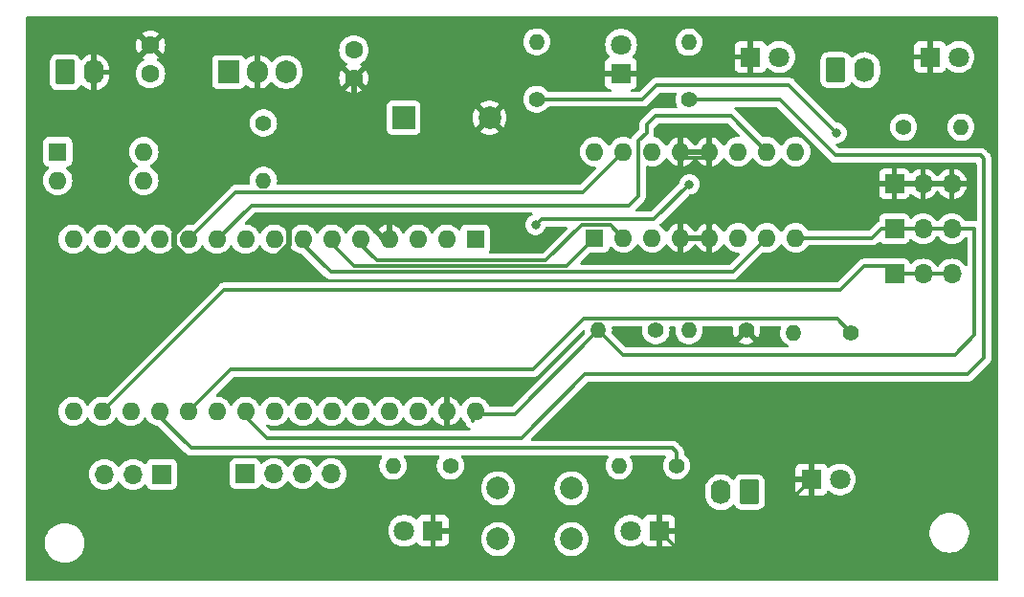
<source format=gbr>
%TF.GenerationSoftware,KiCad,Pcbnew,7.0.9*%
%TF.CreationDate,2024-01-22T14:42:48+03:00*%
%TF.ProjectId,Robot Kart_ v01,526f626f-7420-44b6-9172-743120763031,v01*%
%TF.SameCoordinates,Original*%
%TF.FileFunction,Copper,L1,Top*%
%TF.FilePolarity,Positive*%
%FSLAX46Y46*%
G04 Gerber Fmt 4.6, Leading zero omitted, Abs format (unit mm)*
G04 Created by KiCad (PCBNEW 7.0.9) date 2024-01-22 14:42:48*
%MOMM*%
%LPD*%
G01*
G04 APERTURE LIST*
G04 Aperture macros list*
%AMRoundRect*
0 Rectangle with rounded corners*
0 $1 Rounding radius*
0 $2 $3 $4 $5 $6 $7 $8 $9 X,Y pos of 4 corners*
0 Add a 4 corners polygon primitive as box body*
4,1,4,$2,$3,$4,$5,$6,$7,$8,$9,$2,$3,0*
0 Add four circle primitives for the rounded corners*
1,1,$1+$1,$2,$3*
1,1,$1+$1,$4,$5*
1,1,$1+$1,$6,$7*
1,1,$1+$1,$8,$9*
0 Add four rect primitives between the rounded corners*
20,1,$1+$1,$2,$3,$4,$5,0*
20,1,$1+$1,$4,$5,$6,$7,0*
20,1,$1+$1,$6,$7,$8,$9,0*
20,1,$1+$1,$8,$9,$2,$3,0*%
G04 Aperture macros list end*
%TA.AperFunction,ComponentPad*%
%ADD10R,1.600000X1.600000*%
%TD*%
%TA.AperFunction,ComponentPad*%
%ADD11O,1.600000X1.600000*%
%TD*%
%TA.AperFunction,ComponentPad*%
%ADD12R,2.000000X2.000000*%
%TD*%
%TA.AperFunction,ComponentPad*%
%ADD13C,2.000000*%
%TD*%
%TA.AperFunction,ComponentPad*%
%ADD14R,1.800000X1.800000*%
%TD*%
%TA.AperFunction,ComponentPad*%
%ADD15C,1.800000*%
%TD*%
%TA.AperFunction,ComponentPad*%
%ADD16RoundRect,0.250000X0.620000X0.845000X-0.620000X0.845000X-0.620000X-0.845000X0.620000X-0.845000X0*%
%TD*%
%TA.AperFunction,ComponentPad*%
%ADD17O,1.740000X2.190000*%
%TD*%
%TA.AperFunction,ComponentPad*%
%ADD18C,1.400000*%
%TD*%
%TA.AperFunction,ComponentPad*%
%ADD19O,1.400000X1.400000*%
%TD*%
%TA.AperFunction,ComponentPad*%
%ADD20RoundRect,0.250000X-0.620000X-0.845000X0.620000X-0.845000X0.620000X0.845000X-0.620000X0.845000X0*%
%TD*%
%TA.AperFunction,ComponentPad*%
%ADD21R,1.700000X1.700000*%
%TD*%
%TA.AperFunction,ComponentPad*%
%ADD22O,1.700000X1.700000*%
%TD*%
%TA.AperFunction,ComponentPad*%
%ADD23C,1.600000*%
%TD*%
%TA.AperFunction,ComponentPad*%
%ADD24R,1.905000X2.000000*%
%TD*%
%TA.AperFunction,ComponentPad*%
%ADD25O,1.905000X2.000000*%
%TD*%
%TA.AperFunction,ViaPad*%
%ADD26C,0.800000*%
%TD*%
%TA.AperFunction,Conductor*%
%ADD27C,0.300000*%
%TD*%
%TA.AperFunction,Conductor*%
%ADD28C,0.500000*%
%TD*%
G04 APERTURE END LIST*
D10*
%TO.P,U2,1,EN1\u002C2*%
%TO.N,MOTOR1_HIZ*%
X152847800Y-87458400D03*
D11*
%TO.P,U2,2,1A*%
%TO.N,MOTOR1_ILERI*%
X155387800Y-87458400D03*
%TO.P,U2,3,1Y*%
%TO.N,Net-(J2-Pin_2)*%
X157927800Y-87458400D03*
%TO.P,U2,4,GND*%
%TO.N,GND*%
X160467800Y-87458400D03*
%TO.P,U2,5,GND*%
X163007800Y-87458400D03*
%TO.P,U2,6,2Y*%
%TO.N,Net-(J2-Pin_1)*%
X165547800Y-87458400D03*
%TO.P,U2,7,2A*%
%TO.N,MOTOR1_GERI*%
X168087800Y-87458400D03*
%TO.P,U2,8,VCC2*%
%TO.N,PWR_OUT*%
X170627800Y-87458400D03*
%TO.P,U2,9,EN3\u002C4*%
%TO.N,MOTOR2_HIZ*%
X170627800Y-79838400D03*
%TO.P,U2,10,3A*%
%TO.N,MOTOR2_ILERI*%
X168087800Y-79838400D03*
%TO.P,U2,11,3Y*%
%TO.N,Net-(J3-Pin_2)*%
X165547800Y-79838400D03*
%TO.P,U2,12,GND*%
%TO.N,GND*%
X163007800Y-79838400D03*
%TO.P,U2,13,GND*%
X160467800Y-79838400D03*
%TO.P,U2,14,4Y*%
%TO.N,Net-(J3-Pin_1)*%
X157927800Y-79838400D03*
%TO.P,U2,15,4A*%
%TO.N,MOTOR2_GERI*%
X155387800Y-79838400D03*
%TO.P,U2,16,VCC1*%
%TO.N,PWR_MOTOR*%
X152847800Y-79838400D03*
%TD*%
D12*
%TO.P,BZ1,1,-*%
%TO.N,Net-(BZ1--)*%
X135947800Y-76838400D03*
D13*
%TO.P,BZ1,2,+*%
%TO.N,GND*%
X143547800Y-76838400D03*
%TD*%
D14*
%TO.P,D6,1,K*%
%TO.N,GND*%
X166642800Y-71453400D03*
D15*
%TO.P,D6,2,A*%
%TO.N,Net-(D6-A)*%
X169182800Y-71453400D03*
%TD*%
D10*
%TO.P,A1,1,D1/TX*%
%TO.N,unconnected-(A1-D1{slash}TX-Pad1)*%
X142285400Y-87579200D03*
D11*
%TO.P,A1,2,D0/RX*%
%TO.N,unconnected-(A1-D0{slash}RX-Pad2)*%
X139745400Y-87579200D03*
%TO.P,A1,3,~{RESET}*%
%TO.N,unconnected-(A1-~{RESET}-Pad3)*%
X137205400Y-87579200D03*
%TO.P,A1,4,GND*%
%TO.N,GND*%
X134665400Y-87579200D03*
%TO.P,A1,5,D2*%
%TO.N,MOTOR1_ILERI*%
X132125400Y-87579200D03*
%TO.P,A1,6,D3*%
%TO.N,MOTOR1_HIZ*%
X129585400Y-87579200D03*
%TO.P,A1,7,D4*%
%TO.N,MOTOR1_GERI*%
X127045400Y-87579200D03*
%TO.P,A1,8,D5*%
%TO.N,PWM1*%
X124505400Y-87579200D03*
%TO.P,A1,9,D6*%
%TO.N,PWM2*%
X121965400Y-87579200D03*
%TO.P,A1,10,D7*%
%TO.N,MOTOR2_ILERI*%
X119425400Y-87579200D03*
%TO.P,A1,11,D8*%
%TO.N,MOTOR2_GERI*%
X116885400Y-87579200D03*
%TO.P,A1,12,D9*%
%TO.N,MOTOR2_HIZ*%
X114345400Y-87579200D03*
%TO.P,A1,13,D10*%
%TO.N,PWM3*%
X111805400Y-87579200D03*
%TO.P,A1,14,D11*%
%TO.N,USER_BUTTON*%
X109265400Y-87579200D03*
%TO.P,A1,15,D12*%
%TO.N,USER_BUZZER*%
X106725400Y-87579200D03*
%TO.P,A1,16,D13*%
%TO.N,USER_LED*%
X106725400Y-102819200D03*
%TO.P,A1,17,3V3*%
%TO.N,+3.3V*%
X109265400Y-102819200D03*
%TO.P,A1,18,AREF*%
%TO.N,unconnected-(A1-AREF-Pad18)*%
X111805400Y-102819200D03*
%TO.P,A1,19,A0*%
%TO.N,MOTOR1_ILERI_LED*%
X114345400Y-102819200D03*
%TO.P,A1,20,A1*%
%TO.N,MOTOR1_GERI_LED*%
X116885400Y-102819200D03*
%TO.P,A1,21,A2*%
%TO.N,MOTOR2_ILERI_LED*%
X119425400Y-102819200D03*
%TO.P,A1,22,A3*%
%TO.N,MOTOR2_GERI_LED*%
X121965400Y-102819200D03*
%TO.P,A1,23,A4*%
%TO.N,SENSOR1*%
X124505400Y-102819200D03*
%TO.P,A1,24,A5*%
%TO.N,SENSOR2*%
X127045400Y-102819200D03*
%TO.P,A1,25,A6*%
%TO.N,SENSOR3*%
X129585400Y-102819200D03*
%TO.P,A1,26,A7*%
%TO.N,SENSOR4*%
X132125400Y-102819200D03*
%TO.P,A1,27,+5V*%
%TO.N,unconnected-(A1-+5V-Pad27)*%
X134665400Y-102819200D03*
%TO.P,A1,28,~{RESET}*%
%TO.N,unconnected-(A1-~{RESET}-Pad28)*%
X137205400Y-102819200D03*
%TO.P,A1,29,GND*%
%TO.N,GND*%
X139745400Y-102819200D03*
%TO.P,A1,30,VIN*%
%TO.N,PWR_OUT*%
X142285400Y-102819200D03*
%TD*%
D16*
%TO.P,J2,1,Pin_1*%
%TO.N,Net-(J2-Pin_1)*%
X166547800Y-109968400D03*
D17*
%TO.P,J2,2,Pin_2*%
%TO.N,Net-(J2-Pin_2)*%
X164007800Y-109968400D03*
%TD*%
D14*
%TO.P,D2,1,K*%
%TO.N,GND*%
X138547800Y-113371650D03*
D15*
%TO.P,D2,2,A*%
%TO.N,Net-(D2-A)*%
X136007800Y-113371650D03*
%TD*%
D18*
%TO.P,R5,1*%
%TO.N,GND*%
X166262800Y-95658400D03*
D19*
%TO.P,R5,2*%
%TO.N,USER_BUTTON*%
X161182800Y-95658400D03*
%TD*%
D20*
%TO.P,J3,1,Pin_1*%
%TO.N,Net-(J3-Pin_1)*%
X174182800Y-72623400D03*
D17*
%TO.P,J3,2,Pin_2*%
%TO.N,Net-(J3-Pin_2)*%
X176722800Y-72623400D03*
%TD*%
D10*
%TO.P,SW1,1*%
%TO.N,+12V*%
X105337800Y-79838400D03*
D11*
%TO.P,SW1,2*%
X105337800Y-82378400D03*
%TO.P,SW1,3*%
%TO.N,PWR_MOTOR*%
X112957800Y-82378400D03*
%TO.P,SW1,4*%
%TO.N,Net-(U1-VI)*%
X112957800Y-79838400D03*
%TD*%
D21*
%TO.P,J7,1,Pin_1*%
%TO.N,+3.3V*%
X179362800Y-90658400D03*
D22*
%TO.P,J7,2,Pin_2*%
X181902800Y-90658400D03*
%TO.P,J7,3,Pin_3*%
X184442800Y-90658400D03*
%TD*%
D18*
%TO.P,R4,1*%
%TO.N,Net-(R4-Pad1)*%
X158262800Y-95658400D03*
D19*
%TO.P,R4,2*%
%TO.N,PWR_OUT*%
X153182800Y-95658400D03*
%TD*%
D21*
%TO.P,J4,1,Pin_1*%
%TO.N,PWM1*%
X114547800Y-108388400D03*
D22*
%TO.P,J4,2,Pin_2*%
%TO.N,PWM2*%
X112007800Y-108388400D03*
%TO.P,J4,3,Pin_3*%
%TO.N,PWM3*%
X109467800Y-108388400D03*
%TD*%
D14*
%TO.P,D3,1,K*%
%TO.N,GND*%
X172007800Y-108838400D03*
D15*
%TO.P,D3,2,A*%
%TO.N,Net-(D3-A)*%
X174547800Y-108838400D03*
%TD*%
D20*
%TO.P,J1,1,Pin_1*%
%TO.N,+12V*%
X106007800Y-72803400D03*
D17*
%TO.P,J1,2,Pin_2*%
%TO.N,GND*%
X108547800Y-72803400D03*
%TD*%
D21*
%TO.P,J5,1,Pin_1*%
%TO.N,SENSOR1*%
X121927800Y-108338400D03*
D22*
%TO.P,J5,2,Pin_2*%
%TO.N,SENSOR2*%
X124467800Y-108338400D03*
%TO.P,J5,3,Pin_3*%
%TO.N,SENSOR3*%
X127007800Y-108338400D03*
%TO.P,J5,4,Pin_4*%
%TO.N,SENSOR4*%
X129547800Y-108338400D03*
%TD*%
%TO.P,J6,3,Pin_3*%
%TO.N,PWR_OUT*%
X184442800Y-86658400D03*
%TO.P,J6,2,Pin_2*%
X181902800Y-86658400D03*
D21*
%TO.P,J6,1,Pin_1*%
X179362800Y-86658400D03*
%TD*%
D18*
%TO.P,R6,1*%
%TO.N,MOTOR1_ILERI_LED*%
X160087800Y-107638400D03*
D19*
%TO.P,R6,2*%
%TO.N,Net-(D3-A)*%
X155007800Y-107638400D03*
%TD*%
D21*
%TO.P,J8,1,Pin_1*%
%TO.N,GND*%
X179362800Y-82658400D03*
D22*
%TO.P,J8,2,Pin_2*%
X181902800Y-82658400D03*
%TO.P,J8,3,Pin_3*%
X184442800Y-82658400D03*
%TD*%
D18*
%TO.P,R9,1*%
%TO.N,MOTOR2_GERI_LED*%
X161182800Y-75233400D03*
D19*
%TO.P,R9,2*%
%TO.N,Net-(D6-A)*%
X161182800Y-70153400D03*
%TD*%
%TO.P,R1,2*%
%TO.N,Net-(D1-A)*%
X147722800Y-70118400D03*
D18*
%TO.P,R1,1*%
%TO.N,PWR_OUT*%
X147722800Y-75198400D03*
%TD*%
D13*
%TO.P,SW2,1,1*%
%TO.N,Net-(R4-Pad1)*%
X144297800Y-109621650D03*
X150797800Y-109621650D03*
%TO.P,SW2,2,2*%
%TO.N,USER_BUTTON*%
X144297800Y-114121650D03*
X150797800Y-114121650D03*
%TD*%
D14*
%TO.P,D4,1,K*%
%TO.N,GND*%
X158547800Y-113371650D03*
D15*
%TO.P,D4,2,A*%
%TO.N,Net-(D4-A)*%
X156007800Y-113371650D03*
%TD*%
D18*
%TO.P,R8,1*%
%TO.N,MOTOR2_ILERI_LED*%
X180182800Y-77658400D03*
D19*
%TO.P,R8,2*%
%TO.N,Net-(D5-A)*%
X185262800Y-77658400D03*
%TD*%
D18*
%TO.P,R2,1*%
%TO.N,USER_LED*%
X140087800Y-107638400D03*
D19*
%TO.P,R2,2*%
%TO.N,Net-(D2-A)*%
X135007800Y-107638400D03*
%TD*%
D23*
%TO.P,C1,1*%
%TO.N,Net-(U1-VI)*%
X113547800Y-72933400D03*
%TO.P,C1,2*%
%TO.N,GND*%
X113547800Y-70433400D03*
%TD*%
D14*
%TO.P,D5,1,K*%
%TO.N,GND*%
X182512800Y-71453400D03*
D15*
%TO.P,D5,2,A*%
%TO.N,Net-(D5-A)*%
X185052800Y-71453400D03*
%TD*%
D23*
%TO.P,C2,1*%
%TO.N,PWR_OUT*%
X131547800Y-70838400D03*
%TO.P,C2,2*%
%TO.N,GND*%
X131547800Y-73338400D03*
%TD*%
D18*
%TO.P,R3,1*%
%TO.N,USER_BUZZER*%
X123547800Y-77298400D03*
D19*
%TO.P,R3,2*%
%TO.N,Net-(BZ1--)*%
X123547800Y-82378400D03*
%TD*%
D24*
%TO.P,U1,1,VI*%
%TO.N,Net-(U1-VI)*%
X120467800Y-72783400D03*
D25*
%TO.P,U1,2,GND*%
%TO.N,GND*%
X123007800Y-72783400D03*
%TO.P,U1,3,VO*%
%TO.N,PWR_OUT*%
X125547800Y-72783400D03*
%TD*%
D18*
%TO.P,R7,1*%
%TO.N,MOTOR1_GERI_LED*%
X175547800Y-95838400D03*
D19*
%TO.P,R7,2*%
%TO.N,Net-(D4-A)*%
X170467800Y-95838400D03*
%TD*%
D14*
%TO.P,D1,1,K*%
%TO.N,GND*%
X155182800Y-72903400D03*
D15*
%TO.P,D1,2,A*%
%TO.N,Net-(D1-A)*%
X155182800Y-70363400D03*
%TD*%
D26*
%TO.N,PWR_OUT*%
X174264000Y-78181200D03*
X161233800Y-82727800D03*
X147619400Y-86309200D03*
%TO.N,GND*%
X163011800Y-86080600D03*
%TD*%
D27*
%TO.N,MOTOR2_ILERI*%
X119227800Y-87838400D02*
X119902800Y-87838400D01*
X155899800Y-84582000D02*
X122484200Y-84582000D01*
X157449200Y-78155800D02*
X156712600Y-78892400D01*
X156712600Y-83769200D02*
X155899800Y-84582000D01*
X157449200Y-77444600D02*
X157449200Y-78155800D01*
X156712600Y-78892400D02*
X156712600Y-83769200D01*
X158236600Y-76657200D02*
X157449200Y-77444600D01*
X122484200Y-84582000D02*
X119227800Y-87838400D01*
X168087800Y-79838400D02*
X164906600Y-76657200D01*
X164906600Y-76657200D02*
X158236600Y-76657200D01*
%TO.N,GND*%
X162480600Y-80365600D02*
X163007800Y-79838400D01*
X160995000Y-80365600D02*
X162480600Y-80365600D01*
X160467800Y-79838400D02*
X160995000Y-80365600D01*
X160034950Y-114858800D02*
X165987400Y-114858800D01*
X165987400Y-114858800D02*
X172007800Y-108838400D01*
X158547800Y-113371650D02*
X160034950Y-114858800D01*
%TO.N,MOTOR1_HIZ*%
X129585400Y-88036000D02*
X129585400Y-87579200D01*
X131533600Y-89984200D02*
X129585400Y-88036000D01*
X150322000Y-89984200D02*
X131533600Y-89984200D01*
X152847800Y-87458400D02*
X150322000Y-89984200D01*
D28*
%TO.N,GND*%
X132303600Y-85674200D02*
X134467800Y-87838400D01*
X126054800Y-85674200D02*
X132303600Y-85674200D01*
X125795400Y-85933600D02*
X126054800Y-85674200D01*
X115635400Y-88136967D02*
X117058833Y-89560400D01*
X125795400Y-88096967D02*
X125795400Y-85933600D01*
X117058833Y-89560400D02*
X124331967Y-89560400D01*
X123489400Y-79197200D02*
X115635400Y-87051200D01*
X128696400Y-79197200D02*
X123489400Y-79197200D01*
X131547800Y-76345800D02*
X128696400Y-79197200D01*
X115635400Y-87051200D02*
X115635400Y-88136967D01*
X131547800Y-73338400D02*
X131547800Y-76345800D01*
X124331967Y-89560400D02*
X125795400Y-88096967D01*
D27*
%TO.N,MOTOR1_GERI_LED*%
X174317800Y-94608400D02*
X175547800Y-95838400D01*
X147365400Y-99136200D02*
X151893200Y-94608400D01*
X151893200Y-94608400D02*
X174317800Y-94608400D01*
X116687800Y-103078400D02*
X120630000Y-99136200D01*
X120630000Y-99136200D02*
X147365400Y-99136200D01*
%TO.N,MOTOR1_GERI*%
X165062000Y-90484200D02*
X168087800Y-87458400D01*
X129493600Y-90484200D02*
X165062000Y-90484200D01*
X126847800Y-87838400D02*
X129493600Y-90484200D01*
%TO.N,MOTOR1_ILERI*%
X154237800Y-86308400D02*
X155387800Y-87458400D01*
X151697800Y-86308400D02*
X154237800Y-86308400D01*
X148522000Y-89484200D02*
X151697800Y-86308400D01*
X131927800Y-87838400D02*
X133573600Y-89484200D01*
X133573600Y-89484200D02*
X148522000Y-89484200D01*
%TO.N,+3.3V*%
X178671200Y-89966800D02*
X179362800Y-90658400D01*
X176677000Y-89966800D02*
X178671200Y-89966800D01*
X174568800Y-92075000D02*
X176677000Y-89966800D01*
X120071200Y-92075000D02*
X174568800Y-92075000D01*
X109067800Y-103078400D02*
X120071200Y-92075000D01*
%TO.N,PWR_OUT*%
X158338200Y-73939400D02*
X157079200Y-75198400D01*
X174264000Y-78181200D02*
X170022200Y-73939400D01*
X170022200Y-73939400D02*
X158338200Y-73939400D01*
X157079200Y-75198400D02*
X147722800Y-75198400D01*
X161233800Y-82677000D02*
X161183000Y-82727800D01*
X161233800Y-82727800D02*
X161233800Y-82677000D01*
X161183000Y-82727800D02*
X161233800Y-82727800D01*
X158102400Y-85808400D02*
X161183000Y-82727800D01*
X148120200Y-85808400D02*
X158102400Y-85808400D01*
X147619400Y-86309200D02*
X148120200Y-85808400D01*
%TO.N,MOTOR2_GERI_LED*%
X123845400Y-105156000D02*
X121767800Y-103078400D01*
X146374800Y-105156000D02*
X123845400Y-105156000D01*
X185846400Y-99542600D02*
X151988200Y-99542600D01*
X187294200Y-98094800D02*
X185846400Y-99542600D01*
X187294200Y-80441800D02*
X187294200Y-98094800D01*
X151988200Y-99542600D02*
X146374800Y-105156000D01*
X174137000Y-80162400D02*
X187014800Y-80162400D01*
X169208000Y-75233400D02*
X174137000Y-80162400D01*
X161182800Y-75233400D02*
X169208000Y-75233400D01*
X187014800Y-80162400D02*
X187294200Y-80441800D01*
%TO.N,PWR_OUT*%
X186456000Y-86658400D02*
X184442800Y-86658400D01*
X184703400Y-97815400D02*
X186456000Y-96062800D01*
X153182800Y-95658400D02*
X155339800Y-97815400D01*
X155339800Y-97815400D02*
X184703400Y-97815400D01*
X186456000Y-96062800D02*
X186456000Y-86658400D01*
%TO.N,MOTOR1_ILERI_LED*%
X117139800Y-106070400D02*
X159735200Y-106070400D01*
X159735200Y-106070400D02*
X160087800Y-106423000D01*
X160087800Y-106423000D02*
X160087800Y-107638400D01*
X114147800Y-103078400D02*
X117139800Y-106070400D01*
%TO.N,GND*%
X163011800Y-86080600D02*
X163007800Y-86076600D01*
X163007800Y-86076600D02*
X163007800Y-79838400D01*
%TO.N,PWR_OUT*%
X145762800Y-103078400D02*
X153182800Y-95658400D01*
X142087800Y-103078400D02*
X145762800Y-103078400D01*
X177412800Y-87458400D02*
X170627800Y-87458400D01*
X178212800Y-86658400D02*
X177412800Y-87458400D01*
X179362800Y-86658400D02*
X178212800Y-86658400D01*
X181902800Y-86658400D02*
X184442800Y-86658400D01*
X179362800Y-86658400D02*
X181902800Y-86658400D01*
%TO.N,+3.3V*%
X181902800Y-90658400D02*
X184442800Y-90658400D01*
X179362800Y-90658400D02*
X181902800Y-90658400D01*
%TO.N,GND*%
X160467800Y-87458400D02*
X163007800Y-87458400D01*
%TO.N,MOTOR2_GERI*%
X151797800Y-83428400D02*
X155387800Y-79838400D01*
X121097800Y-83428400D02*
X151797800Y-83428400D01*
X116687800Y-87838400D02*
X121097800Y-83428400D01*
%TO.N,PWR_OUT*%
X142087800Y-103078400D02*
X142087800Y-103688400D01*
%TD*%
%TA.AperFunction,Conductor*%
%TO.N,GND*%
G36*
X139995400Y-104098072D02*
G01*
X140191717Y-104045469D01*
X140191726Y-104045465D01*
X140397882Y-103949334D01*
X140584220Y-103818857D01*
X140745057Y-103658020D01*
X140875532Y-103471684D01*
X140902741Y-103413334D01*
X140948913Y-103360895D01*
X141016107Y-103341742D01*
X141082988Y-103361957D01*
X141127506Y-103413333D01*
X141154831Y-103471932D01*
X141154832Y-103471934D01*
X141285354Y-103658341D01*
X141419849Y-103792836D01*
X141449280Y-103844432D01*
X141449857Y-103844204D01*
X141451461Y-103848255D01*
X141452272Y-103849677D01*
X141452729Y-103851459D01*
X141513231Y-104004269D01*
X141513236Y-104004278D01*
X141609834Y-104137235D01*
X141609837Y-104137237D01*
X141736474Y-104242000D01*
X141794492Y-104269301D01*
X141846770Y-104315656D01*
X141865688Y-104382916D01*
X141845239Y-104449726D01*
X141791916Y-104494875D01*
X141741696Y-104505500D01*
X124166208Y-104505500D01*
X124099169Y-104485815D01*
X124078527Y-104469181D01*
X123799890Y-104190544D01*
X123766405Y-104129221D01*
X123771389Y-104059529D01*
X123813261Y-104003596D01*
X123878725Y-103979179D01*
X123939973Y-103990480D01*
X124058904Y-104045939D01*
X124278708Y-104104835D01*
X124440630Y-104119001D01*
X124505398Y-104124668D01*
X124505400Y-104124668D01*
X124505402Y-104124668D01*
X124562073Y-104119709D01*
X124732092Y-104104835D01*
X124951896Y-104045939D01*
X125158134Y-103949768D01*
X125344539Y-103819247D01*
X125505447Y-103658339D01*
X125635968Y-103471934D01*
X125663018Y-103413924D01*
X125709190Y-103361485D01*
X125776383Y-103342333D01*
X125843265Y-103362548D01*
X125887782Y-103413925D01*
X125914829Y-103471928D01*
X125914832Y-103471934D01*
X126045354Y-103658341D01*
X126206258Y-103819245D01*
X126206261Y-103819247D01*
X126392666Y-103949768D01*
X126598904Y-104045939D01*
X126818708Y-104104835D01*
X126980630Y-104119001D01*
X127045398Y-104124668D01*
X127045400Y-104124668D01*
X127045402Y-104124668D01*
X127102073Y-104119709D01*
X127272092Y-104104835D01*
X127491896Y-104045939D01*
X127698134Y-103949768D01*
X127884539Y-103819247D01*
X128045447Y-103658339D01*
X128175968Y-103471934D01*
X128203018Y-103413924D01*
X128249190Y-103361485D01*
X128316383Y-103342333D01*
X128383265Y-103362548D01*
X128427782Y-103413925D01*
X128454829Y-103471928D01*
X128454832Y-103471934D01*
X128585354Y-103658341D01*
X128746258Y-103819245D01*
X128746261Y-103819247D01*
X128932666Y-103949768D01*
X129138904Y-104045939D01*
X129358708Y-104104835D01*
X129520630Y-104119001D01*
X129585398Y-104124668D01*
X129585400Y-104124668D01*
X129585402Y-104124668D01*
X129642073Y-104119709D01*
X129812092Y-104104835D01*
X130031896Y-104045939D01*
X130238134Y-103949768D01*
X130424539Y-103819247D01*
X130585447Y-103658339D01*
X130715968Y-103471934D01*
X130743018Y-103413924D01*
X130789190Y-103361485D01*
X130856383Y-103342333D01*
X130923265Y-103362548D01*
X130967782Y-103413925D01*
X130994829Y-103471928D01*
X130994832Y-103471934D01*
X131125354Y-103658341D01*
X131286258Y-103819245D01*
X131286261Y-103819247D01*
X131472666Y-103949768D01*
X131678904Y-104045939D01*
X131898708Y-104104835D01*
X132060630Y-104119001D01*
X132125398Y-104124668D01*
X132125400Y-104124668D01*
X132125402Y-104124668D01*
X132182073Y-104119709D01*
X132352092Y-104104835D01*
X132571896Y-104045939D01*
X132778134Y-103949768D01*
X132964539Y-103819247D01*
X133125447Y-103658339D01*
X133255968Y-103471934D01*
X133283018Y-103413924D01*
X133329190Y-103361485D01*
X133396383Y-103342333D01*
X133463265Y-103362548D01*
X133507782Y-103413925D01*
X133534829Y-103471928D01*
X133534832Y-103471934D01*
X133665354Y-103658341D01*
X133826258Y-103819245D01*
X133826261Y-103819247D01*
X134012666Y-103949768D01*
X134218904Y-104045939D01*
X134438708Y-104104835D01*
X134600630Y-104119001D01*
X134665398Y-104124668D01*
X134665400Y-104124668D01*
X134665402Y-104124668D01*
X134722073Y-104119709D01*
X134892092Y-104104835D01*
X135111896Y-104045939D01*
X135318134Y-103949768D01*
X135504539Y-103819247D01*
X135665447Y-103658339D01*
X135795968Y-103471934D01*
X135823018Y-103413924D01*
X135869190Y-103361485D01*
X135936383Y-103342333D01*
X136003265Y-103362548D01*
X136047782Y-103413925D01*
X136074829Y-103471928D01*
X136074832Y-103471934D01*
X136205354Y-103658341D01*
X136366258Y-103819245D01*
X136366261Y-103819247D01*
X136552666Y-103949768D01*
X136758904Y-104045939D01*
X136978708Y-104104835D01*
X137140630Y-104119001D01*
X137205398Y-104124668D01*
X137205400Y-104124668D01*
X137205402Y-104124668D01*
X137262073Y-104119709D01*
X137432092Y-104104835D01*
X137651896Y-104045939D01*
X137858134Y-103949768D01*
X138044539Y-103819247D01*
X138205447Y-103658339D01*
X138335968Y-103471934D01*
X138363295Y-103413329D01*
X138409464Y-103360895D01*
X138476657Y-103341742D01*
X138543539Y-103361957D01*
X138588057Y-103413333D01*
X138615265Y-103471682D01*
X138745742Y-103658020D01*
X138906579Y-103818857D01*
X139092917Y-103949334D01*
X139299073Y-104045465D01*
X139299082Y-104045469D01*
X139495399Y-104098072D01*
X139495400Y-104098071D01*
X139495400Y-103254701D01*
X139603085Y-103303880D01*
X139709637Y-103319200D01*
X139781163Y-103319200D01*
X139887715Y-103303880D01*
X139995400Y-103254701D01*
X139995400Y-104098072D01*
G37*
%TD.AperFunction*%
%TA.AperFunction,Conductor*%
G36*
X151903242Y-95620816D02*
G01*
X151959175Y-95662688D01*
X151983379Y-95725556D01*
X151996014Y-95861905D01*
X151982599Y-95930475D01*
X151960224Y-95961028D01*
X145529673Y-102391581D01*
X145468350Y-102425066D01*
X145441992Y-102427900D01*
X143616874Y-102427900D01*
X143549835Y-102408215D01*
X143504492Y-102356305D01*
X143494333Y-102334520D01*
X143415968Y-102166466D01*
X143285447Y-101980061D01*
X143285445Y-101980058D01*
X143124541Y-101819154D01*
X142938134Y-101688632D01*
X142938132Y-101688631D01*
X142731897Y-101592461D01*
X142731888Y-101592458D01*
X142512097Y-101533566D01*
X142512093Y-101533565D01*
X142512092Y-101533565D01*
X142512091Y-101533564D01*
X142512086Y-101533564D01*
X142285402Y-101513732D01*
X142285398Y-101513732D01*
X142058713Y-101533564D01*
X142058702Y-101533566D01*
X141838911Y-101592458D01*
X141838902Y-101592461D01*
X141632667Y-101688631D01*
X141632665Y-101688632D01*
X141446258Y-101819154D01*
X141285354Y-101980058D01*
X141154833Y-102166464D01*
X141154832Y-102166466D01*
X141154715Y-102166718D01*
X141127506Y-102225067D01*
X141081333Y-102277506D01*
X141014139Y-102296657D01*
X140947258Y-102276441D01*
X140902742Y-102225065D01*
X140875535Y-102166720D01*
X140875534Y-102166718D01*
X140745057Y-101980379D01*
X140584220Y-101819542D01*
X140397882Y-101689065D01*
X140191728Y-101592934D01*
X139995400Y-101540327D01*
X139995400Y-102383698D01*
X139887715Y-102334520D01*
X139781163Y-102319200D01*
X139709637Y-102319200D01*
X139603085Y-102334520D01*
X139495400Y-102383698D01*
X139495400Y-101540327D01*
X139299071Y-101592934D01*
X139092917Y-101689065D01*
X138906579Y-101819542D01*
X138745742Y-101980379D01*
X138615267Y-102166715D01*
X138588057Y-102225067D01*
X138541884Y-102277506D01*
X138474690Y-102296657D01*
X138407809Y-102276441D01*
X138363293Y-102225065D01*
X138336085Y-102166718D01*
X138335968Y-102166466D01*
X138205447Y-101980061D01*
X138205445Y-101980058D01*
X138044541Y-101819154D01*
X137858134Y-101688632D01*
X137858132Y-101688631D01*
X137651897Y-101592461D01*
X137651888Y-101592458D01*
X137432097Y-101533566D01*
X137432093Y-101533565D01*
X137432092Y-101533565D01*
X137432091Y-101533564D01*
X137432086Y-101533564D01*
X137205402Y-101513732D01*
X137205398Y-101513732D01*
X136978713Y-101533564D01*
X136978702Y-101533566D01*
X136758911Y-101592458D01*
X136758902Y-101592461D01*
X136552667Y-101688631D01*
X136552665Y-101688632D01*
X136366258Y-101819154D01*
X136205354Y-101980058D01*
X136074832Y-102166465D01*
X136074831Y-102166467D01*
X136047782Y-102224475D01*
X136001609Y-102276914D01*
X135934416Y-102296066D01*
X135867535Y-102275850D01*
X135823018Y-102224475D01*
X135796086Y-102166720D01*
X135795968Y-102166466D01*
X135665447Y-101980061D01*
X135665445Y-101980058D01*
X135504541Y-101819154D01*
X135318134Y-101688632D01*
X135318132Y-101688631D01*
X135111897Y-101592461D01*
X135111888Y-101592458D01*
X134892097Y-101533566D01*
X134892093Y-101533565D01*
X134892092Y-101533565D01*
X134892091Y-101533564D01*
X134892086Y-101533564D01*
X134665402Y-101513732D01*
X134665398Y-101513732D01*
X134438713Y-101533564D01*
X134438702Y-101533566D01*
X134218911Y-101592458D01*
X134218902Y-101592461D01*
X134012667Y-101688631D01*
X134012665Y-101688632D01*
X133826258Y-101819154D01*
X133665354Y-101980058D01*
X133534832Y-102166465D01*
X133534831Y-102166467D01*
X133507782Y-102224475D01*
X133461609Y-102276914D01*
X133394416Y-102296066D01*
X133327535Y-102275850D01*
X133283018Y-102224475D01*
X133256086Y-102166720D01*
X133255968Y-102166466D01*
X133125447Y-101980061D01*
X133125445Y-101980058D01*
X132964541Y-101819154D01*
X132778134Y-101688632D01*
X132778132Y-101688631D01*
X132571897Y-101592461D01*
X132571888Y-101592458D01*
X132352097Y-101533566D01*
X132352093Y-101533565D01*
X132352092Y-101533565D01*
X132352091Y-101533564D01*
X132352086Y-101533564D01*
X132125402Y-101513732D01*
X132125398Y-101513732D01*
X131898713Y-101533564D01*
X131898702Y-101533566D01*
X131678911Y-101592458D01*
X131678902Y-101592461D01*
X131472667Y-101688631D01*
X131472665Y-101688632D01*
X131286258Y-101819154D01*
X131125354Y-101980058D01*
X130994832Y-102166465D01*
X130994831Y-102166467D01*
X130967782Y-102224475D01*
X130921609Y-102276914D01*
X130854416Y-102296066D01*
X130787535Y-102275850D01*
X130743018Y-102224475D01*
X130716086Y-102166720D01*
X130715968Y-102166466D01*
X130585447Y-101980061D01*
X130585445Y-101980058D01*
X130424541Y-101819154D01*
X130238134Y-101688632D01*
X130238132Y-101688631D01*
X130031897Y-101592461D01*
X130031888Y-101592458D01*
X129812097Y-101533566D01*
X129812093Y-101533565D01*
X129812092Y-101533565D01*
X129812091Y-101533564D01*
X129812086Y-101533564D01*
X129585402Y-101513732D01*
X129585398Y-101513732D01*
X129358713Y-101533564D01*
X129358702Y-101533566D01*
X129138911Y-101592458D01*
X129138902Y-101592461D01*
X128932667Y-101688631D01*
X128932665Y-101688632D01*
X128746258Y-101819154D01*
X128585354Y-101980058D01*
X128454832Y-102166465D01*
X128454831Y-102166467D01*
X128427782Y-102224475D01*
X128381609Y-102276914D01*
X128314416Y-102296066D01*
X128247535Y-102275850D01*
X128203018Y-102224475D01*
X128176086Y-102166720D01*
X128175968Y-102166466D01*
X128045447Y-101980061D01*
X128045445Y-101980058D01*
X127884541Y-101819154D01*
X127698134Y-101688632D01*
X127698132Y-101688631D01*
X127491897Y-101592461D01*
X127491888Y-101592458D01*
X127272097Y-101533566D01*
X127272093Y-101533565D01*
X127272092Y-101533565D01*
X127272091Y-101533564D01*
X127272086Y-101533564D01*
X127045402Y-101513732D01*
X127045398Y-101513732D01*
X126818713Y-101533564D01*
X126818702Y-101533566D01*
X126598911Y-101592458D01*
X126598902Y-101592461D01*
X126392667Y-101688631D01*
X126392665Y-101688632D01*
X126206258Y-101819154D01*
X126045354Y-101980058D01*
X125914832Y-102166465D01*
X125914831Y-102166467D01*
X125887782Y-102224475D01*
X125841609Y-102276914D01*
X125774416Y-102296066D01*
X125707535Y-102275850D01*
X125663018Y-102224475D01*
X125636086Y-102166720D01*
X125635968Y-102166466D01*
X125505447Y-101980061D01*
X125505445Y-101980058D01*
X125344541Y-101819154D01*
X125158134Y-101688632D01*
X125158132Y-101688631D01*
X124951897Y-101592461D01*
X124951888Y-101592458D01*
X124732097Y-101533566D01*
X124732093Y-101533565D01*
X124732092Y-101533565D01*
X124732091Y-101533564D01*
X124732086Y-101533564D01*
X124505402Y-101513732D01*
X124505398Y-101513732D01*
X124278713Y-101533564D01*
X124278702Y-101533566D01*
X124058911Y-101592458D01*
X124058902Y-101592461D01*
X123852667Y-101688631D01*
X123852665Y-101688632D01*
X123666258Y-101819154D01*
X123505354Y-101980058D01*
X123374832Y-102166465D01*
X123374831Y-102166467D01*
X123347782Y-102224475D01*
X123301609Y-102276914D01*
X123234416Y-102296066D01*
X123167535Y-102275850D01*
X123123018Y-102224475D01*
X123096086Y-102166720D01*
X123095968Y-102166466D01*
X122965447Y-101980061D01*
X122965445Y-101980058D01*
X122804541Y-101819154D01*
X122618134Y-101688632D01*
X122618132Y-101688631D01*
X122411897Y-101592461D01*
X122411888Y-101592458D01*
X122192097Y-101533566D01*
X122192093Y-101533565D01*
X122192092Y-101533565D01*
X122192091Y-101533564D01*
X122192086Y-101533564D01*
X121965402Y-101513732D01*
X121965398Y-101513732D01*
X121738713Y-101533564D01*
X121738702Y-101533566D01*
X121518911Y-101592458D01*
X121518902Y-101592461D01*
X121312667Y-101688631D01*
X121312665Y-101688632D01*
X121126258Y-101819154D01*
X120965354Y-101980058D01*
X120834832Y-102166465D01*
X120834831Y-102166467D01*
X120807782Y-102224475D01*
X120761609Y-102276914D01*
X120694416Y-102296066D01*
X120627535Y-102275850D01*
X120583018Y-102224475D01*
X120556086Y-102166720D01*
X120555968Y-102166466D01*
X120425447Y-101980061D01*
X120425445Y-101980058D01*
X120264541Y-101819154D01*
X120078134Y-101688632D01*
X120078132Y-101688631D01*
X119871897Y-101592461D01*
X119871888Y-101592458D01*
X119652097Y-101533566D01*
X119652087Y-101533564D01*
X119457671Y-101516555D01*
X119392603Y-101491102D01*
X119351624Y-101434511D01*
X119347746Y-101364749D01*
X119380796Y-101305348D01*
X120863127Y-99823019D01*
X120924450Y-99789534D01*
X120950808Y-99786700D01*
X147279895Y-99786700D01*
X147295905Y-99788467D01*
X147295928Y-99788226D01*
X147303689Y-99788958D01*
X147303696Y-99788960D01*
X147375603Y-99786700D01*
X147406325Y-99786700D01*
X147413590Y-99785781D01*
X147419416Y-99785322D01*
X147467969Y-99783797D01*
X147488356Y-99777873D01*
X147507396Y-99773931D01*
X147528458Y-99771271D01*
X147573635Y-99753383D01*
X147579135Y-99751500D01*
X147625798Y-99737944D01*
X147644065Y-99727139D01*
X147661536Y-99718580D01*
X147681271Y-99710768D01*
X147720577Y-99682210D01*
X147725443Y-99679013D01*
X147767265Y-99654281D01*
X147782270Y-99639275D01*
X147797068Y-99626636D01*
X147814237Y-99614163D01*
X147845209Y-99576722D01*
X147849123Y-99572421D01*
X151772229Y-95649315D01*
X151833550Y-95615832D01*
X151903242Y-95620816D01*
G37*
%TD.AperFunction*%
%TA.AperFunction,Conductor*%
G36*
X157031157Y-95278585D02*
G01*
X157076912Y-95331389D01*
X157086856Y-95400547D01*
X157083384Y-95416831D01*
X157082856Y-95418690D01*
X157077684Y-95436864D01*
X157057157Y-95658399D01*
X157057157Y-95658400D01*
X157077684Y-95879935D01*
X157077685Y-95879937D01*
X157138569Y-96093923D01*
X157138575Y-96093938D01*
X157237738Y-96293083D01*
X157237743Y-96293091D01*
X157371820Y-96470638D01*
X157536237Y-96620523D01*
X157536239Y-96620525D01*
X157725395Y-96737645D01*
X157725396Y-96737645D01*
X157725399Y-96737647D01*
X157932860Y-96818018D01*
X158151557Y-96858900D01*
X158151559Y-96858900D01*
X158374041Y-96858900D01*
X158374043Y-96858900D01*
X158592740Y-96818018D01*
X158800201Y-96737647D01*
X158989362Y-96620524D01*
X159153781Y-96470636D01*
X159287858Y-96293089D01*
X159387029Y-96093928D01*
X159447915Y-95879936D01*
X159468443Y-95658400D01*
X159447915Y-95436864D01*
X159442216Y-95416834D01*
X159442802Y-95346967D01*
X159481069Y-95288509D01*
X159544866Y-95260018D01*
X159561482Y-95258900D01*
X159884118Y-95258900D01*
X159951157Y-95278585D01*
X159996912Y-95331389D01*
X160006856Y-95400547D01*
X160003384Y-95416831D01*
X160002856Y-95418690D01*
X159997684Y-95436864D01*
X159977157Y-95658399D01*
X159977157Y-95658400D01*
X159997684Y-95879935D01*
X159997685Y-95879937D01*
X160058569Y-96093923D01*
X160058575Y-96093938D01*
X160157738Y-96293083D01*
X160157743Y-96293091D01*
X160291820Y-96470638D01*
X160456237Y-96620523D01*
X160456239Y-96620525D01*
X160645395Y-96737645D01*
X160645396Y-96737645D01*
X160645399Y-96737647D01*
X160852860Y-96818018D01*
X161071557Y-96858900D01*
X161071559Y-96858900D01*
X161294041Y-96858900D01*
X161294043Y-96858900D01*
X161512740Y-96818018D01*
X161720201Y-96737647D01*
X161837078Y-96665280D01*
X165609472Y-96665280D01*
X165725621Y-96737197D01*
X165725622Y-96737198D01*
X165932995Y-96817534D01*
X166151607Y-96858400D01*
X166373993Y-96858400D01*
X166592609Y-96817533D01*
X166799968Y-96737201D01*
X166799981Y-96737195D01*
X166916126Y-96665279D01*
X166262801Y-96011953D01*
X166262800Y-96011953D01*
X165609472Y-96665279D01*
X165609472Y-96665280D01*
X161837078Y-96665280D01*
X161909362Y-96620524D01*
X162073781Y-96470636D01*
X162207858Y-96293089D01*
X162307029Y-96093928D01*
X162367915Y-95879936D01*
X162388443Y-95658400D01*
X162367915Y-95436864D01*
X162362216Y-95416834D01*
X162362802Y-95346967D01*
X162401069Y-95288509D01*
X162464866Y-95260018D01*
X162481482Y-95258900D01*
X164964638Y-95258900D01*
X165031677Y-95278585D01*
X165077432Y-95331389D01*
X165087376Y-95400547D01*
X165083904Y-95416834D01*
X165078179Y-95436953D01*
X165078178Y-95436956D01*
X165057659Y-95658399D01*
X165057659Y-95658400D01*
X165078178Y-95879839D01*
X165139040Y-96093750D01*
X165238169Y-96292828D01*
X165253937Y-96313708D01*
X165253938Y-96313708D01*
X165911812Y-95655834D01*
X165909172Y-95687702D01*
X165937847Y-95800938D01*
X166001736Y-95898727D01*
X166093915Y-95970472D01*
X166204395Y-96008400D01*
X166291805Y-96008400D01*
X166378016Y-95994014D01*
X166480747Y-95938419D01*
X166559860Y-95852479D01*
X166606782Y-95745508D01*
X166614180Y-95656227D01*
X167271661Y-96313708D01*
X167287431Y-96292825D01*
X167287433Y-96292822D01*
X167386559Y-96093750D01*
X167447421Y-95879839D01*
X167467941Y-95658400D01*
X167467941Y-95658399D01*
X167447421Y-95436956D01*
X167447420Y-95436953D01*
X167441696Y-95416834D01*
X167442283Y-95346967D01*
X167480550Y-95288508D01*
X167544347Y-95260018D01*
X167560962Y-95258900D01*
X169220333Y-95258900D01*
X169287372Y-95278585D01*
X169333127Y-95331389D01*
X169343071Y-95400547D01*
X169339601Y-95416823D01*
X169313994Y-95506822D01*
X169282684Y-95616864D01*
X169262157Y-95838399D01*
X169262157Y-95838400D01*
X169282684Y-96059935D01*
X169282685Y-96059937D01*
X169343569Y-96273923D01*
X169343575Y-96273938D01*
X169442738Y-96473083D01*
X169442743Y-96473091D01*
X169576820Y-96650638D01*
X169741237Y-96800523D01*
X169741239Y-96800525D01*
X169930395Y-96917645D01*
X169930401Y-96917648D01*
X169950084Y-96925273D01*
X170005485Y-96967846D01*
X170029076Y-97033613D01*
X170013365Y-97101693D01*
X169963341Y-97150472D01*
X169905290Y-97164900D01*
X155660608Y-97164900D01*
X155593569Y-97145215D01*
X155572927Y-97128581D01*
X154405375Y-95961029D01*
X154371890Y-95899706D01*
X154369585Y-95861910D01*
X154388443Y-95658400D01*
X154367915Y-95436864D01*
X154362216Y-95416834D01*
X154362802Y-95346967D01*
X154401069Y-95288509D01*
X154464866Y-95260018D01*
X154481482Y-95258900D01*
X156964118Y-95258900D01*
X157031157Y-95278585D01*
G37*
%TD.AperFunction*%
%TA.AperFunction,Conductor*%
G36*
X163257800Y-88737272D02*
G01*
X163454117Y-88684669D01*
X163454126Y-88684665D01*
X163660282Y-88588534D01*
X163846620Y-88458057D01*
X164007457Y-88297220D01*
X164137932Y-88110884D01*
X164165141Y-88052534D01*
X164211313Y-88000095D01*
X164278507Y-87980942D01*
X164345388Y-88001157D01*
X164389905Y-88052532D01*
X164393455Y-88060144D01*
X164417231Y-88111132D01*
X164417232Y-88111134D01*
X164547754Y-88297541D01*
X164708658Y-88458445D01*
X164708661Y-88458447D01*
X164895066Y-88588968D01*
X165101304Y-88685139D01*
X165101309Y-88685140D01*
X165101311Y-88685141D01*
X165154215Y-88699316D01*
X165321108Y-88744035D01*
X165547800Y-88763868D01*
X165553152Y-88763399D01*
X165621650Y-88777163D01*
X165671835Y-88825775D01*
X165687772Y-88893803D01*
X165664401Y-88959648D01*
X165651644Y-88974608D01*
X164828873Y-89797381D01*
X164767550Y-89830866D01*
X164741192Y-89833700D01*
X151691808Y-89833700D01*
X151624769Y-89814015D01*
X151579014Y-89761211D01*
X151569070Y-89692053D01*
X151598095Y-89628497D01*
X151604127Y-89622019D01*
X152430927Y-88795218D01*
X152492250Y-88761733D01*
X152518608Y-88758899D01*
X153695671Y-88758899D01*
X153695672Y-88758899D01*
X153755283Y-88752491D01*
X153890131Y-88702196D01*
X154005346Y-88615946D01*
X154091596Y-88500731D01*
X154141891Y-88365883D01*
X154145662Y-88330801D01*
X154172399Y-88266255D01*
X154229790Y-88226406D01*
X154299616Y-88223911D01*
X154359705Y-88259563D01*
X154370526Y-88272936D01*
X154387756Y-88297543D01*
X154548658Y-88458445D01*
X154548661Y-88458447D01*
X154735066Y-88588968D01*
X154941304Y-88685139D01*
X154941309Y-88685140D01*
X154941311Y-88685141D01*
X154994215Y-88699316D01*
X155161108Y-88744035D01*
X155323030Y-88758201D01*
X155387798Y-88763868D01*
X155387800Y-88763868D01*
X155387802Y-88763868D01*
X155444607Y-88758898D01*
X155614492Y-88744035D01*
X155834296Y-88685139D01*
X156040534Y-88588968D01*
X156226939Y-88458447D01*
X156387847Y-88297539D01*
X156518368Y-88111134D01*
X156545418Y-88053124D01*
X156591590Y-88000685D01*
X156658783Y-87981533D01*
X156725665Y-88001748D01*
X156770181Y-88053124D01*
X156773455Y-88060144D01*
X156797229Y-88111128D01*
X156797232Y-88111134D01*
X156927754Y-88297541D01*
X157088658Y-88458445D01*
X157088661Y-88458447D01*
X157275066Y-88588968D01*
X157481304Y-88685139D01*
X157481309Y-88685140D01*
X157481311Y-88685141D01*
X157534215Y-88699316D01*
X157701108Y-88744035D01*
X157863030Y-88758201D01*
X157927798Y-88763868D01*
X157927800Y-88763868D01*
X157927802Y-88763868D01*
X157984607Y-88758898D01*
X158154492Y-88744035D01*
X158374296Y-88685139D01*
X158580534Y-88588968D01*
X158766939Y-88458447D01*
X158927847Y-88297539D01*
X159058368Y-88111134D01*
X159085695Y-88052529D01*
X159131864Y-88000095D01*
X159199057Y-87980942D01*
X159265939Y-88001157D01*
X159310457Y-88052533D01*
X159337665Y-88110882D01*
X159468142Y-88297220D01*
X159628979Y-88458057D01*
X159815317Y-88588534D01*
X160021473Y-88684665D01*
X160021482Y-88684669D01*
X160217799Y-88737272D01*
X160217800Y-88737271D01*
X160217800Y-87774086D01*
X160229755Y-87786041D01*
X160342652Y-87843565D01*
X160436319Y-87858400D01*
X160499281Y-87858400D01*
X160592948Y-87843565D01*
X160705845Y-87786041D01*
X160717800Y-87774086D01*
X160717800Y-88737272D01*
X160914117Y-88684669D01*
X160914126Y-88684665D01*
X161120282Y-88588534D01*
X161306620Y-88458057D01*
X161467457Y-88297220D01*
X161597934Y-88110881D01*
X161597935Y-88110879D01*
X161625418Y-88051943D01*
X161671590Y-87999503D01*
X161738783Y-87980351D01*
X161805664Y-88000566D01*
X161850182Y-88051943D01*
X161877664Y-88110879D01*
X161877665Y-88110881D01*
X162008142Y-88297220D01*
X162168979Y-88458057D01*
X162355317Y-88588534D01*
X162561473Y-88684665D01*
X162561482Y-88684669D01*
X162757799Y-88737272D01*
X162757800Y-88737271D01*
X162757800Y-87774086D01*
X162769755Y-87786041D01*
X162882652Y-87843565D01*
X162976319Y-87858400D01*
X163039281Y-87858400D01*
X163132948Y-87843565D01*
X163245845Y-87786041D01*
X163257800Y-87774086D01*
X163257800Y-88737272D01*
G37*
%TD.AperFunction*%
%TA.AperFunction,Conductor*%
G36*
X147307409Y-85252185D02*
G01*
X147353164Y-85304989D01*
X147363108Y-85374147D01*
X147334083Y-85437703D01*
X147290806Y-85469779D01*
X147166670Y-85525048D01*
X147166665Y-85525051D01*
X147013529Y-85636311D01*
X146886866Y-85776985D01*
X146792221Y-85940915D01*
X146792218Y-85940922D01*
X146733727Y-86120940D01*
X146733726Y-86120944D01*
X146713940Y-86309200D01*
X146733726Y-86497456D01*
X146733727Y-86497459D01*
X146792218Y-86677477D01*
X146792221Y-86677484D01*
X146886867Y-86841416D01*
X147013529Y-86982088D01*
X147166665Y-87093348D01*
X147166670Y-87093351D01*
X147339592Y-87170342D01*
X147339597Y-87170344D01*
X147524754Y-87209700D01*
X147524755Y-87209700D01*
X147714044Y-87209700D01*
X147714046Y-87209700D01*
X147899203Y-87170344D01*
X148072130Y-87093351D01*
X148225271Y-86982088D01*
X148351933Y-86841416D01*
X148446579Y-86677484D01*
X148468795Y-86609109D01*
X148489762Y-86544582D01*
X148529200Y-86486906D01*
X148593558Y-86459708D01*
X148607693Y-86458900D01*
X150327992Y-86458900D01*
X150395031Y-86478585D01*
X150440786Y-86531389D01*
X150450730Y-86600547D01*
X150421705Y-86664103D01*
X150415673Y-86670581D01*
X148288873Y-88797381D01*
X148227550Y-88830866D01*
X148201192Y-88833700D01*
X143618089Y-88833700D01*
X143551050Y-88814015D01*
X143505295Y-88761211D01*
X143495351Y-88692053D01*
X143518822Y-88635389D01*
X143523981Y-88628497D01*
X143529196Y-88621531D01*
X143579491Y-88486683D01*
X143585900Y-88427073D01*
X143585899Y-86731328D01*
X143579491Y-86671717D01*
X143579067Y-86670581D01*
X143529197Y-86536871D01*
X143529193Y-86536864D01*
X143442947Y-86421655D01*
X143442944Y-86421652D01*
X143327735Y-86335406D01*
X143327728Y-86335402D01*
X143192882Y-86285108D01*
X143192883Y-86285108D01*
X143133283Y-86278701D01*
X143133281Y-86278700D01*
X143133273Y-86278700D01*
X143133264Y-86278700D01*
X141437529Y-86278700D01*
X141437523Y-86278701D01*
X141377916Y-86285108D01*
X141243071Y-86335402D01*
X141243064Y-86335406D01*
X141127855Y-86421652D01*
X141127852Y-86421655D01*
X141041606Y-86536864D01*
X141041602Y-86536871D01*
X140991308Y-86671716D01*
X140987537Y-86706796D01*
X140960798Y-86771346D01*
X140903406Y-86811194D01*
X140833580Y-86813687D01*
X140773492Y-86778034D01*
X140762673Y-86764662D01*
X140745445Y-86740058D01*
X140584541Y-86579154D01*
X140398134Y-86448632D01*
X140398132Y-86448631D01*
X140191897Y-86352461D01*
X140191888Y-86352458D01*
X139972097Y-86293566D01*
X139972093Y-86293565D01*
X139972092Y-86293565D01*
X139972091Y-86293564D01*
X139972086Y-86293564D01*
X139745402Y-86273732D01*
X139745398Y-86273732D01*
X139518713Y-86293564D01*
X139518702Y-86293566D01*
X139298911Y-86352458D01*
X139298902Y-86352461D01*
X139092667Y-86448631D01*
X139092665Y-86448632D01*
X138906258Y-86579154D01*
X138745354Y-86740058D01*
X138614832Y-86926465D01*
X138614831Y-86926467D01*
X138587782Y-86984475D01*
X138541609Y-87036914D01*
X138474416Y-87056066D01*
X138407535Y-87035850D01*
X138363018Y-86984475D01*
X138361905Y-86982088D01*
X138335968Y-86926466D01*
X138205447Y-86740061D01*
X138205445Y-86740058D01*
X138044541Y-86579154D01*
X137858134Y-86448632D01*
X137858132Y-86448631D01*
X137651897Y-86352461D01*
X137651888Y-86352458D01*
X137432097Y-86293566D01*
X137432093Y-86293565D01*
X137432092Y-86293565D01*
X137432091Y-86293564D01*
X137432086Y-86293564D01*
X137205402Y-86273732D01*
X137205398Y-86273732D01*
X136978713Y-86293564D01*
X136978702Y-86293566D01*
X136758911Y-86352458D01*
X136758902Y-86352461D01*
X136552667Y-86448631D01*
X136552665Y-86448632D01*
X136366258Y-86579154D01*
X136205354Y-86740058D01*
X136074833Y-86926464D01*
X136074832Y-86926466D01*
X136070729Y-86935266D01*
X136047506Y-86985067D01*
X136001333Y-87037506D01*
X135934139Y-87056657D01*
X135867258Y-87036441D01*
X135822742Y-86985065D01*
X135795535Y-86926720D01*
X135795534Y-86926718D01*
X135665057Y-86740379D01*
X135504220Y-86579542D01*
X135317882Y-86449065D01*
X135111728Y-86352934D01*
X134915400Y-86300327D01*
X134915400Y-87143698D01*
X134807715Y-87094520D01*
X134701163Y-87079200D01*
X134629637Y-87079200D01*
X134523085Y-87094520D01*
X134415400Y-87143698D01*
X134415400Y-86300327D01*
X134219071Y-86352934D01*
X134012917Y-86449065D01*
X133826579Y-86579542D01*
X133665742Y-86740379D01*
X133535267Y-86926715D01*
X133508057Y-86985067D01*
X133461884Y-87037506D01*
X133394690Y-87056657D01*
X133327809Y-87036441D01*
X133283293Y-86985065D01*
X133260622Y-86936448D01*
X133255968Y-86926466D01*
X133125447Y-86740061D01*
X133125445Y-86740058D01*
X132964541Y-86579154D01*
X132778134Y-86448632D01*
X132778132Y-86448631D01*
X132571897Y-86352461D01*
X132571888Y-86352458D01*
X132352097Y-86293566D01*
X132352093Y-86293565D01*
X132352092Y-86293565D01*
X132352091Y-86293564D01*
X132352086Y-86293564D01*
X132125402Y-86273732D01*
X132125398Y-86273732D01*
X131898713Y-86293564D01*
X131898702Y-86293566D01*
X131678911Y-86352458D01*
X131678902Y-86352461D01*
X131472667Y-86448631D01*
X131472665Y-86448632D01*
X131286258Y-86579154D01*
X131125354Y-86740058D01*
X130994832Y-86926465D01*
X130994831Y-86926467D01*
X130967782Y-86984475D01*
X130921609Y-87036914D01*
X130854416Y-87056066D01*
X130787535Y-87035850D01*
X130743018Y-86984475D01*
X130741905Y-86982088D01*
X130715968Y-86926466D01*
X130585447Y-86740061D01*
X130585445Y-86740058D01*
X130424541Y-86579154D01*
X130238134Y-86448632D01*
X130238132Y-86448631D01*
X130031897Y-86352461D01*
X130031888Y-86352458D01*
X129812097Y-86293566D01*
X129812093Y-86293565D01*
X129812092Y-86293565D01*
X129812091Y-86293564D01*
X129812086Y-86293564D01*
X129585402Y-86273732D01*
X129585398Y-86273732D01*
X129358713Y-86293564D01*
X129358702Y-86293566D01*
X129138911Y-86352458D01*
X129138902Y-86352461D01*
X128932667Y-86448631D01*
X128932665Y-86448632D01*
X128746258Y-86579154D01*
X128585354Y-86740058D01*
X128454832Y-86926465D01*
X128454831Y-86926467D01*
X128427782Y-86984475D01*
X128381609Y-87036914D01*
X128314416Y-87056066D01*
X128247535Y-87035850D01*
X128203018Y-86984475D01*
X128201905Y-86982088D01*
X128175968Y-86926466D01*
X128045447Y-86740061D01*
X128045445Y-86740058D01*
X127884541Y-86579154D01*
X127698134Y-86448632D01*
X127698132Y-86448631D01*
X127491897Y-86352461D01*
X127491888Y-86352458D01*
X127272097Y-86293566D01*
X127272093Y-86293565D01*
X127272092Y-86293565D01*
X127272091Y-86293564D01*
X127272086Y-86293564D01*
X127045402Y-86273732D01*
X127045398Y-86273732D01*
X126818713Y-86293564D01*
X126818702Y-86293566D01*
X126598911Y-86352458D01*
X126598902Y-86352461D01*
X126392667Y-86448631D01*
X126392665Y-86448632D01*
X126206258Y-86579154D01*
X126045354Y-86740058D01*
X125914832Y-86926465D01*
X125914831Y-86926467D01*
X125887782Y-86984475D01*
X125841609Y-87036914D01*
X125774416Y-87056066D01*
X125707535Y-87035850D01*
X125663018Y-86984475D01*
X125661905Y-86982088D01*
X125635968Y-86926466D01*
X125505447Y-86740061D01*
X125505445Y-86740058D01*
X125344541Y-86579154D01*
X125158134Y-86448632D01*
X125158132Y-86448631D01*
X124951897Y-86352461D01*
X124951888Y-86352458D01*
X124732097Y-86293566D01*
X124732093Y-86293565D01*
X124732092Y-86293565D01*
X124732091Y-86293564D01*
X124732086Y-86293564D01*
X124505402Y-86273732D01*
X124505398Y-86273732D01*
X124278713Y-86293564D01*
X124278702Y-86293566D01*
X124058911Y-86352458D01*
X124058902Y-86352461D01*
X123852667Y-86448631D01*
X123852665Y-86448632D01*
X123666258Y-86579154D01*
X123505354Y-86740058D01*
X123374832Y-86926465D01*
X123374831Y-86926467D01*
X123347782Y-86984475D01*
X123301609Y-87036914D01*
X123234416Y-87056066D01*
X123167535Y-87035850D01*
X123123018Y-86984475D01*
X123121905Y-86982088D01*
X123095968Y-86926466D01*
X122965447Y-86740061D01*
X122965445Y-86740058D01*
X122804541Y-86579154D01*
X122618134Y-86448632D01*
X122618132Y-86448631D01*
X122411897Y-86352461D01*
X122411888Y-86352458D01*
X122192097Y-86293566D01*
X122192087Y-86293564D01*
X121997671Y-86276555D01*
X121932603Y-86251102D01*
X121891624Y-86194511D01*
X121887746Y-86124749D01*
X121920796Y-86065348D01*
X122717327Y-85268819D01*
X122778650Y-85235334D01*
X122805008Y-85232500D01*
X147240370Y-85232500D01*
X147307409Y-85252185D01*
G37*
%TD.AperFunction*%
%TA.AperFunction,Conductor*%
G36*
X162680159Y-87220355D02*
G01*
X162622635Y-87333252D01*
X162602814Y-87458400D01*
X162622635Y-87583548D01*
X162680159Y-87696445D01*
X162692114Y-87708400D01*
X160783486Y-87708400D01*
X160795441Y-87696445D01*
X160852965Y-87583548D01*
X160872786Y-87458400D01*
X160852965Y-87333252D01*
X160795441Y-87220355D01*
X160783486Y-87208400D01*
X162692114Y-87208400D01*
X162680159Y-87220355D01*
G37*
%TD.AperFunction*%
%TA.AperFunction,Conductor*%
G36*
X181443307Y-82448556D02*
G01*
X181402800Y-82586511D01*
X181402800Y-82730289D01*
X181443307Y-82868244D01*
X181469114Y-82908400D01*
X179796486Y-82908400D01*
X179822293Y-82868244D01*
X179862800Y-82730289D01*
X179862800Y-82586511D01*
X179822293Y-82448556D01*
X179796486Y-82408400D01*
X181469114Y-82408400D01*
X181443307Y-82448556D01*
G37*
%TD.AperFunction*%
%TA.AperFunction,Conductor*%
G36*
X183983307Y-82448556D02*
G01*
X183942800Y-82586511D01*
X183942800Y-82730289D01*
X183983307Y-82868244D01*
X184009114Y-82908400D01*
X182336486Y-82908400D01*
X182362293Y-82868244D01*
X182402800Y-82730289D01*
X182402800Y-82586511D01*
X182362293Y-82448556D01*
X182336486Y-82408400D01*
X184009114Y-82408400D01*
X183983307Y-82448556D01*
G37*
%TD.AperFunction*%
%TA.AperFunction,Conductor*%
G36*
X168954231Y-75903585D02*
G01*
X168974873Y-75920219D01*
X173616564Y-80561910D01*
X173626635Y-80574480D01*
X173626822Y-80574326D01*
X173631796Y-80580337D01*
X173631798Y-80580340D01*
X173660345Y-80607148D01*
X173684243Y-80629590D01*
X173705966Y-80651312D01*
X173711758Y-80655805D01*
X173716198Y-80659598D01*
X173732260Y-80674680D01*
X173751607Y-80692848D01*
X173770198Y-80703068D01*
X173786463Y-80713752D01*
X173803234Y-80726761D01*
X173803237Y-80726763D01*
X173847827Y-80746058D01*
X173853056Y-80748620D01*
X173895632Y-80772027D01*
X173916193Y-80777305D01*
X173934597Y-80783607D01*
X173954074Y-80792036D01*
X173991927Y-80798030D01*
X174002054Y-80799635D01*
X174007764Y-80800817D01*
X174054823Y-80812900D01*
X174076045Y-80812900D01*
X174095442Y-80814426D01*
X174116405Y-80817747D01*
X174164772Y-80813174D01*
X174170609Y-80812900D01*
X186519700Y-80812900D01*
X186586739Y-80832585D01*
X186632494Y-80885389D01*
X186643700Y-80936900D01*
X186643700Y-85882086D01*
X186624015Y-85949125D01*
X186571211Y-85994880D01*
X186504960Y-86004405D01*
X186504954Y-86004514D01*
X186504435Y-86004481D01*
X186502053Y-86004824D01*
X186497324Y-86004033D01*
X186497170Y-86004024D01*
X186497169Y-86004024D01*
X186497168Y-86004024D01*
X186487900Y-86004607D01*
X186437491Y-86007778D01*
X186433619Y-86007900D01*
X185700521Y-86007900D01*
X185633482Y-85988215D01*
X185598946Y-85955023D01*
X185589072Y-85940922D01*
X185481295Y-85786999D01*
X185481294Y-85786997D01*
X185314202Y-85619906D01*
X185314195Y-85619901D01*
X185120634Y-85484367D01*
X185120630Y-85484365D01*
X185089350Y-85469779D01*
X184906463Y-85384497D01*
X184906459Y-85384496D01*
X184906455Y-85384494D01*
X184678213Y-85323338D01*
X184678203Y-85323336D01*
X184442801Y-85302741D01*
X184442799Y-85302741D01*
X184207396Y-85323336D01*
X184207386Y-85323338D01*
X183979144Y-85384494D01*
X183979135Y-85384498D01*
X183764971Y-85484364D01*
X183764969Y-85484365D01*
X183571397Y-85619905D01*
X183404306Y-85786996D01*
X183286654Y-85955023D01*
X183232077Y-85998648D01*
X183185079Y-86007900D01*
X183160521Y-86007900D01*
X183093482Y-85988215D01*
X183058946Y-85955023D01*
X183049072Y-85940922D01*
X182941295Y-85786999D01*
X182941294Y-85786997D01*
X182774202Y-85619906D01*
X182774195Y-85619901D01*
X182580634Y-85484367D01*
X182580630Y-85484365D01*
X182549350Y-85469779D01*
X182366463Y-85384497D01*
X182366459Y-85384496D01*
X182366455Y-85384494D01*
X182138213Y-85323338D01*
X182138203Y-85323336D01*
X181902801Y-85302741D01*
X181902799Y-85302741D01*
X181667396Y-85323336D01*
X181667386Y-85323338D01*
X181439144Y-85384494D01*
X181439135Y-85384498D01*
X181224971Y-85484364D01*
X181224969Y-85484365D01*
X181031400Y-85619903D01*
X180909473Y-85741830D01*
X180848150Y-85775314D01*
X180778458Y-85770330D01*
X180722525Y-85728458D01*
X180705610Y-85697481D01*
X180656597Y-85566071D01*
X180656593Y-85566064D01*
X180570347Y-85450855D01*
X180570344Y-85450852D01*
X180455135Y-85364606D01*
X180455128Y-85364602D01*
X180320282Y-85314308D01*
X180320283Y-85314308D01*
X180260683Y-85307901D01*
X180260681Y-85307900D01*
X180260673Y-85307900D01*
X180260664Y-85307900D01*
X178464929Y-85307900D01*
X178464923Y-85307901D01*
X178405316Y-85314308D01*
X178270471Y-85364602D01*
X178270464Y-85364606D01*
X178155255Y-85450852D01*
X178155252Y-85450855D01*
X178069006Y-85566064D01*
X178069002Y-85566071D01*
X178018708Y-85700917D01*
X178012301Y-85760516D01*
X178012300Y-85760535D01*
X178012300Y-85950503D01*
X177992615Y-86017542D01*
X177951420Y-86057236D01*
X177934130Y-86067461D01*
X177916661Y-86076019D01*
X177896928Y-86083832D01*
X177857630Y-86112383D01*
X177852753Y-86115586D01*
X177843695Y-86120944D01*
X177810932Y-86140320D01*
X177795926Y-86155326D01*
X177781136Y-86167958D01*
X177763967Y-86180432D01*
X177763965Y-86180434D01*
X177732994Y-86217870D01*
X177729061Y-86222191D01*
X177453795Y-86497459D01*
X177179673Y-86771581D01*
X177118350Y-86805066D01*
X177091992Y-86807900D01*
X171824483Y-86807900D01*
X171757444Y-86788215D01*
X171722908Y-86755023D01*
X171627845Y-86619258D01*
X171466941Y-86458354D01*
X171280534Y-86327832D01*
X171280532Y-86327831D01*
X171074297Y-86231661D01*
X171074288Y-86231658D01*
X170854497Y-86172766D01*
X170854493Y-86172765D01*
X170854492Y-86172765D01*
X170854491Y-86172764D01*
X170854486Y-86172764D01*
X170627802Y-86152932D01*
X170627798Y-86152932D01*
X170401113Y-86172764D01*
X170401102Y-86172766D01*
X170181311Y-86231658D01*
X170181302Y-86231661D01*
X169975067Y-86327831D01*
X169975065Y-86327832D01*
X169788658Y-86458354D01*
X169627754Y-86619258D01*
X169497232Y-86805665D01*
X169497231Y-86805667D01*
X169470182Y-86863675D01*
X169424009Y-86916114D01*
X169356816Y-86935266D01*
X169289935Y-86915050D01*
X169245418Y-86863675D01*
X169218368Y-86805666D01*
X169087847Y-86619261D01*
X169087845Y-86619258D01*
X168926941Y-86458354D01*
X168740534Y-86327832D01*
X168740532Y-86327831D01*
X168534297Y-86231661D01*
X168534288Y-86231658D01*
X168314497Y-86172766D01*
X168314493Y-86172765D01*
X168314492Y-86172765D01*
X168314491Y-86172764D01*
X168314486Y-86172764D01*
X168087802Y-86152932D01*
X168087798Y-86152932D01*
X167861113Y-86172764D01*
X167861102Y-86172766D01*
X167641311Y-86231658D01*
X167641302Y-86231661D01*
X167435067Y-86327831D01*
X167435065Y-86327832D01*
X167248658Y-86458354D01*
X167087754Y-86619258D01*
X166957232Y-86805665D01*
X166957231Y-86805667D01*
X166930182Y-86863675D01*
X166884009Y-86916114D01*
X166816816Y-86935266D01*
X166749935Y-86915050D01*
X166705418Y-86863675D01*
X166678368Y-86805666D01*
X166547847Y-86619261D01*
X166547845Y-86619258D01*
X166386941Y-86458354D01*
X166200534Y-86327832D01*
X166200532Y-86327831D01*
X165994297Y-86231661D01*
X165994288Y-86231658D01*
X165774497Y-86172766D01*
X165774493Y-86172765D01*
X165774492Y-86172765D01*
X165774491Y-86172764D01*
X165774486Y-86172764D01*
X165547802Y-86152932D01*
X165547798Y-86152932D01*
X165321113Y-86172764D01*
X165321102Y-86172766D01*
X165101311Y-86231658D01*
X165101302Y-86231661D01*
X164895067Y-86327831D01*
X164895065Y-86327832D01*
X164708658Y-86458354D01*
X164547754Y-86619258D01*
X164429451Y-86788215D01*
X164417232Y-86805666D01*
X164400562Y-86841416D01*
X164389906Y-86864267D01*
X164343733Y-86916706D01*
X164276539Y-86935857D01*
X164209658Y-86915641D01*
X164165142Y-86864265D01*
X164137935Y-86805920D01*
X164137934Y-86805918D01*
X164007457Y-86619579D01*
X163846620Y-86458742D01*
X163660282Y-86328265D01*
X163454128Y-86232134D01*
X163257800Y-86179527D01*
X163257800Y-87142714D01*
X163245845Y-87130759D01*
X163132948Y-87073235D01*
X163039281Y-87058400D01*
X162976319Y-87058400D01*
X162882652Y-87073235D01*
X162769755Y-87130759D01*
X162757800Y-87142714D01*
X162757800Y-86179527D01*
X162561471Y-86232134D01*
X162355317Y-86328265D01*
X162168979Y-86458742D01*
X162008142Y-86619579D01*
X161877665Y-86805917D01*
X161850182Y-86864857D01*
X161804010Y-86917296D01*
X161736816Y-86936448D01*
X161669935Y-86916232D01*
X161625418Y-86864857D01*
X161597934Y-86805917D01*
X161467457Y-86619579D01*
X161306620Y-86458742D01*
X161120282Y-86328265D01*
X160914128Y-86232134D01*
X160717800Y-86179527D01*
X160717800Y-87142714D01*
X160705845Y-87130759D01*
X160592948Y-87073235D01*
X160499281Y-87058400D01*
X160436319Y-87058400D01*
X160342652Y-87073235D01*
X160229755Y-87130759D01*
X160217800Y-87142714D01*
X160217800Y-86179527D01*
X160021471Y-86232134D01*
X159815317Y-86328265D01*
X159628979Y-86458742D01*
X159468142Y-86619579D01*
X159337667Y-86805915D01*
X159310457Y-86864267D01*
X159264284Y-86916706D01*
X159197090Y-86935857D01*
X159130209Y-86915641D01*
X159085693Y-86864265D01*
X159075038Y-86841416D01*
X159058368Y-86805666D01*
X158927847Y-86619261D01*
X158927845Y-86619258D01*
X158766941Y-86458354D01*
X158655932Y-86380626D01*
X158612307Y-86326050D01*
X158605113Y-86256551D01*
X158636635Y-86194197D01*
X158639342Y-86191402D01*
X161166127Y-83664619D01*
X161227450Y-83631134D01*
X161253808Y-83628300D01*
X161328444Y-83628300D01*
X161328446Y-83628300D01*
X161513603Y-83588944D01*
X161587048Y-83556244D01*
X178012800Y-83556244D01*
X178019201Y-83615772D01*
X178019203Y-83615779D01*
X178069445Y-83750486D01*
X178069449Y-83750493D01*
X178155609Y-83865587D01*
X178155612Y-83865590D01*
X178270706Y-83951750D01*
X178270713Y-83951754D01*
X178405420Y-84001996D01*
X178405427Y-84001998D01*
X178464955Y-84008399D01*
X178464972Y-84008400D01*
X179112800Y-84008400D01*
X179112800Y-83093901D01*
X179220485Y-83143080D01*
X179327037Y-83158400D01*
X179398563Y-83158400D01*
X179505115Y-83143080D01*
X179612800Y-83093901D01*
X179612800Y-84008400D01*
X180260628Y-84008400D01*
X180260644Y-84008399D01*
X180320172Y-84001998D01*
X180320179Y-84001996D01*
X180454886Y-83951754D01*
X180454893Y-83951750D01*
X180569987Y-83865590D01*
X180569990Y-83865587D01*
X180656150Y-83750493D01*
X180656154Y-83750486D01*
X180705414Y-83618413D01*
X180747285Y-83562479D01*
X180812749Y-83538062D01*
X180881022Y-83552913D01*
X180909277Y-83574065D01*
X181031717Y-83696505D01*
X181225221Y-83832000D01*
X181439307Y-83931829D01*
X181439316Y-83931833D01*
X181652800Y-83989034D01*
X181652800Y-83093901D01*
X181760485Y-83143080D01*
X181867037Y-83158400D01*
X181938563Y-83158400D01*
X182045115Y-83143080D01*
X182152800Y-83093901D01*
X182152800Y-83989033D01*
X182366283Y-83931833D01*
X182366292Y-83931829D01*
X182580378Y-83832000D01*
X182773882Y-83696505D01*
X182940905Y-83529482D01*
X183071225Y-83343368D01*
X183125802Y-83299744D01*
X183195301Y-83292551D01*
X183257655Y-83324073D01*
X183274375Y-83343368D01*
X183404694Y-83529482D01*
X183571717Y-83696505D01*
X183765221Y-83832000D01*
X183979307Y-83931829D01*
X183979316Y-83931833D01*
X184192800Y-83989034D01*
X184192800Y-83093901D01*
X184300485Y-83143080D01*
X184407037Y-83158400D01*
X184478563Y-83158400D01*
X184585115Y-83143080D01*
X184692800Y-83093901D01*
X184692800Y-83989033D01*
X184906283Y-83931833D01*
X184906292Y-83931829D01*
X185120378Y-83832000D01*
X185313882Y-83696505D01*
X185480905Y-83529482D01*
X185616400Y-83335978D01*
X185716229Y-83121892D01*
X185716232Y-83121886D01*
X185773436Y-82908400D01*
X184876486Y-82908400D01*
X184902293Y-82868244D01*
X184942800Y-82730289D01*
X184942800Y-82586511D01*
X184902293Y-82448556D01*
X184876486Y-82408400D01*
X185773436Y-82408400D01*
X185773435Y-82408399D01*
X185716232Y-82194913D01*
X185716229Y-82194907D01*
X185616400Y-81980822D01*
X185616399Y-81980820D01*
X185480913Y-81787326D01*
X185480908Y-81787320D01*
X185313882Y-81620294D01*
X185120378Y-81484799D01*
X184906292Y-81384970D01*
X184906286Y-81384967D01*
X184692800Y-81327764D01*
X184692800Y-82222898D01*
X184585115Y-82173720D01*
X184478563Y-82158400D01*
X184407037Y-82158400D01*
X184300485Y-82173720D01*
X184192800Y-82222898D01*
X184192800Y-81327764D01*
X184192799Y-81327764D01*
X183979313Y-81384967D01*
X183979307Y-81384970D01*
X183765222Y-81484799D01*
X183765220Y-81484800D01*
X183571726Y-81620286D01*
X183571720Y-81620291D01*
X183404691Y-81787320D01*
X183404690Y-81787322D01*
X183274375Y-81973431D01*
X183219798Y-82017055D01*
X183150299Y-82024248D01*
X183087945Y-81992726D01*
X183071225Y-81973431D01*
X182940909Y-81787322D01*
X182940908Y-81787320D01*
X182773882Y-81620294D01*
X182580378Y-81484799D01*
X182366292Y-81384970D01*
X182366286Y-81384967D01*
X182152800Y-81327764D01*
X182152800Y-82222898D01*
X182045115Y-82173720D01*
X181938563Y-82158400D01*
X181867037Y-82158400D01*
X181760485Y-82173720D01*
X181652800Y-82222898D01*
X181652800Y-81327764D01*
X181652799Y-81327764D01*
X181439313Y-81384967D01*
X181439307Y-81384970D01*
X181225222Y-81484799D01*
X181225220Y-81484800D01*
X181031726Y-81620286D01*
X180909277Y-81742735D01*
X180847954Y-81776219D01*
X180778262Y-81771235D01*
X180722329Y-81729363D01*
X180705414Y-81698386D01*
X180656154Y-81566313D01*
X180656150Y-81566306D01*
X180569990Y-81451212D01*
X180569987Y-81451209D01*
X180454893Y-81365049D01*
X180454886Y-81365045D01*
X180320179Y-81314803D01*
X180320172Y-81314801D01*
X180260644Y-81308400D01*
X179612800Y-81308400D01*
X179612800Y-82222898D01*
X179505115Y-82173720D01*
X179398563Y-82158400D01*
X179327037Y-82158400D01*
X179220485Y-82173720D01*
X179112800Y-82222898D01*
X179112800Y-81308400D01*
X178464955Y-81308400D01*
X178405427Y-81314801D01*
X178405420Y-81314803D01*
X178270713Y-81365045D01*
X178270706Y-81365049D01*
X178155612Y-81451209D01*
X178155609Y-81451212D01*
X178069449Y-81566306D01*
X178069445Y-81566313D01*
X178019203Y-81701020D01*
X178019201Y-81701027D01*
X178012800Y-81760555D01*
X178012800Y-82408400D01*
X178929114Y-82408400D01*
X178903307Y-82448556D01*
X178862800Y-82586511D01*
X178862800Y-82730289D01*
X178903307Y-82868244D01*
X178929114Y-82908400D01*
X178012800Y-82908400D01*
X178012800Y-83556244D01*
X161587048Y-83556244D01*
X161686530Y-83511951D01*
X161839671Y-83400688D01*
X161966333Y-83260016D01*
X162060979Y-83096084D01*
X162119474Y-82916056D01*
X162139260Y-82727800D01*
X162119474Y-82539544D01*
X162060979Y-82359516D01*
X161966333Y-82195584D01*
X161839671Y-82054912D01*
X161839670Y-82054911D01*
X161686534Y-81943651D01*
X161686529Y-81943648D01*
X161513607Y-81866657D01*
X161513602Y-81866655D01*
X161367801Y-81835665D01*
X161328446Y-81827300D01*
X161139154Y-81827300D01*
X161106697Y-81834198D01*
X160953997Y-81866655D01*
X160953992Y-81866657D01*
X160781070Y-81943648D01*
X160781065Y-81943651D01*
X160627929Y-82054911D01*
X160501266Y-82195585D01*
X160406621Y-82359515D01*
X160406618Y-82359522D01*
X160348127Y-82539539D01*
X160348127Y-82539540D01*
X160348126Y-82539544D01*
X160341236Y-82605097D01*
X160340597Y-82611177D01*
X160314012Y-82675791D01*
X160304957Y-82685895D01*
X157869273Y-85121581D01*
X157807950Y-85155066D01*
X157781592Y-85157900D01*
X156543207Y-85157900D01*
X156476168Y-85138215D01*
X156430413Y-85085411D01*
X156420469Y-85016253D01*
X156449494Y-84952697D01*
X156455526Y-84946219D01*
X156514535Y-84887209D01*
X157112111Y-84289632D01*
X157124686Y-84279559D01*
X157124531Y-84279372D01*
X157130533Y-84274405D01*
X157130540Y-84274402D01*
X157179805Y-84221939D01*
X157201511Y-84200234D01*
X157206003Y-84194441D01*
X157209793Y-84190005D01*
X157243048Y-84154593D01*
X157253270Y-84135996D01*
X157263955Y-84119731D01*
X157276963Y-84102963D01*
X157296252Y-84058387D01*
X157298824Y-84053136D01*
X157299161Y-84052521D01*
X157322227Y-84010568D01*
X157327504Y-83990008D01*
X157333806Y-83971603D01*
X157342236Y-83952126D01*
X157349835Y-83904145D01*
X157351017Y-83898434D01*
X157363100Y-83851377D01*
X157363100Y-83830155D01*
X157364627Y-83810755D01*
X157367947Y-83789795D01*
X157363375Y-83741430D01*
X157363100Y-83735592D01*
X157363100Y-81195066D01*
X157382785Y-81128027D01*
X157435589Y-81082272D01*
X157504747Y-81072328D01*
X157519185Y-81075289D01*
X157701108Y-81124035D01*
X157840852Y-81136261D01*
X157927798Y-81143868D01*
X157927800Y-81143868D01*
X157927802Y-81143868D01*
X157984596Y-81138899D01*
X158154492Y-81124035D01*
X158374296Y-81065139D01*
X158580534Y-80968968D01*
X158766939Y-80838447D01*
X158927847Y-80677539D01*
X159058368Y-80491134D01*
X159085695Y-80432529D01*
X159131864Y-80380095D01*
X159199057Y-80360942D01*
X159265939Y-80381157D01*
X159310457Y-80432533D01*
X159337665Y-80490882D01*
X159468142Y-80677220D01*
X159628979Y-80838057D01*
X159815317Y-80968534D01*
X160021473Y-81064665D01*
X160021482Y-81064669D01*
X160217799Y-81117272D01*
X160217800Y-81117271D01*
X160217800Y-80154086D01*
X160229755Y-80166041D01*
X160342652Y-80223565D01*
X160436319Y-80238400D01*
X160499281Y-80238400D01*
X160592948Y-80223565D01*
X160705845Y-80166041D01*
X160717800Y-80154086D01*
X160717800Y-81117272D01*
X160914117Y-81064669D01*
X160914126Y-81064665D01*
X161120282Y-80968534D01*
X161306620Y-80838057D01*
X161467457Y-80677220D01*
X161597934Y-80490881D01*
X161597935Y-80490879D01*
X161625418Y-80431943D01*
X161671590Y-80379503D01*
X161738783Y-80360351D01*
X161805664Y-80380566D01*
X161850182Y-80431943D01*
X161877664Y-80490879D01*
X161877665Y-80490881D01*
X162008142Y-80677220D01*
X162168979Y-80838057D01*
X162355317Y-80968534D01*
X162561473Y-81064665D01*
X162561482Y-81064669D01*
X162757799Y-81117272D01*
X162757800Y-81117271D01*
X162757800Y-80154086D01*
X162769755Y-80166041D01*
X162882652Y-80223565D01*
X162976319Y-80238400D01*
X163039281Y-80238400D01*
X163132948Y-80223565D01*
X163245845Y-80166041D01*
X163257800Y-80154086D01*
X163257800Y-81117272D01*
X163454117Y-81064669D01*
X163454126Y-81064665D01*
X163660282Y-80968534D01*
X163846620Y-80838057D01*
X164007457Y-80677220D01*
X164137932Y-80490884D01*
X164165141Y-80432534D01*
X164211313Y-80380095D01*
X164278507Y-80360942D01*
X164345388Y-80381157D01*
X164389906Y-80432533D01*
X164417231Y-80491132D01*
X164417232Y-80491134D01*
X164547754Y-80677541D01*
X164708658Y-80838445D01*
X164708661Y-80838447D01*
X164895066Y-80968968D01*
X165101304Y-81065139D01*
X165321108Y-81124035D01*
X165460852Y-81136261D01*
X165547798Y-81143868D01*
X165547800Y-81143868D01*
X165547802Y-81143868D01*
X165604596Y-81138899D01*
X165774492Y-81124035D01*
X165994296Y-81065139D01*
X166200534Y-80968968D01*
X166386939Y-80838447D01*
X166547847Y-80677539D01*
X166678368Y-80491134D01*
X166705418Y-80433124D01*
X166751590Y-80380685D01*
X166818783Y-80361533D01*
X166885665Y-80381748D01*
X166930182Y-80433125D01*
X166957229Y-80491128D01*
X166957232Y-80491134D01*
X167087754Y-80677541D01*
X167248658Y-80838445D01*
X167248661Y-80838447D01*
X167435066Y-80968968D01*
X167641304Y-81065139D01*
X167861108Y-81124035D01*
X168000852Y-81136261D01*
X168087798Y-81143868D01*
X168087800Y-81143868D01*
X168087802Y-81143868D01*
X168144596Y-81138899D01*
X168314492Y-81124035D01*
X168534296Y-81065139D01*
X168740534Y-80968968D01*
X168926939Y-80838447D01*
X169087847Y-80677539D01*
X169218368Y-80491134D01*
X169245418Y-80433124D01*
X169291590Y-80380685D01*
X169358783Y-80361533D01*
X169425665Y-80381748D01*
X169470182Y-80433125D01*
X169497229Y-80491128D01*
X169497232Y-80491134D01*
X169627754Y-80677541D01*
X169788658Y-80838445D01*
X169788661Y-80838447D01*
X169975066Y-80968968D01*
X170181304Y-81065139D01*
X170401108Y-81124035D01*
X170540852Y-81136261D01*
X170627798Y-81143868D01*
X170627800Y-81143868D01*
X170627802Y-81143868D01*
X170684596Y-81138899D01*
X170854492Y-81124035D01*
X171074296Y-81065139D01*
X171280534Y-80968968D01*
X171466939Y-80838447D01*
X171627847Y-80677539D01*
X171758368Y-80491134D01*
X171854539Y-80284896D01*
X171913435Y-80065092D01*
X171933268Y-79838400D01*
X171913435Y-79611708D01*
X171854539Y-79391904D01*
X171758368Y-79185666D01*
X171627847Y-78999261D01*
X171627845Y-78999258D01*
X171466941Y-78838354D01*
X171280534Y-78707832D01*
X171280532Y-78707831D01*
X171074297Y-78611661D01*
X171074288Y-78611658D01*
X170854497Y-78552766D01*
X170854493Y-78552765D01*
X170854492Y-78552765D01*
X170854491Y-78552764D01*
X170854486Y-78552764D01*
X170627802Y-78532932D01*
X170627798Y-78532932D01*
X170401113Y-78552764D01*
X170401102Y-78552766D01*
X170181311Y-78611658D01*
X170181302Y-78611661D01*
X169975067Y-78707831D01*
X169975065Y-78707832D01*
X169788658Y-78838354D01*
X169627754Y-78999258D01*
X169497232Y-79185665D01*
X169497231Y-79185667D01*
X169470182Y-79243675D01*
X169424009Y-79296114D01*
X169356816Y-79315266D01*
X169289935Y-79295050D01*
X169245418Y-79243675D01*
X169218486Y-79185920D01*
X169218368Y-79185666D01*
X169087847Y-78999261D01*
X169087845Y-78999258D01*
X168926941Y-78838354D01*
X168740534Y-78707832D01*
X168740532Y-78707831D01*
X168534297Y-78611661D01*
X168534288Y-78611658D01*
X168314497Y-78552766D01*
X168314493Y-78552765D01*
X168314492Y-78552765D01*
X168314491Y-78552764D01*
X168314486Y-78552764D01*
X168087802Y-78532932D01*
X168087798Y-78532932D01*
X167861113Y-78552764D01*
X167861099Y-78552767D01*
X167820634Y-78563609D01*
X167750784Y-78561945D01*
X167700861Y-78531515D01*
X165427034Y-76257688D01*
X165416961Y-76245114D01*
X165416774Y-76245270D01*
X165411801Y-76239259D01*
X165359356Y-76190010D01*
X165337635Y-76168289D01*
X165331840Y-76163794D01*
X165327398Y-76159999D01*
X165291996Y-76126754D01*
X165291991Y-76126750D01*
X165273458Y-76116562D01*
X165224194Y-76067015D01*
X165209538Y-75998700D01*
X165234142Y-75933306D01*
X165290195Y-75891595D01*
X165333196Y-75883900D01*
X168887192Y-75883900D01*
X168954231Y-75903585D01*
G37*
%TD.AperFunction*%
%TA.AperFunction,Conductor*%
G36*
X162680159Y-79600355D02*
G01*
X162622635Y-79713252D01*
X162602814Y-79838400D01*
X162622635Y-79963548D01*
X162680159Y-80076445D01*
X162692114Y-80088400D01*
X160783486Y-80088400D01*
X160795441Y-80076445D01*
X160852965Y-79963548D01*
X160872786Y-79838400D01*
X160852965Y-79713252D01*
X160795441Y-79600355D01*
X160783486Y-79588400D01*
X162692114Y-79588400D01*
X162680159Y-79600355D01*
G37*
%TD.AperFunction*%
%TA.AperFunction,Conductor*%
G36*
X164652831Y-77327385D02*
G01*
X164673473Y-77344019D01*
X165651645Y-78322191D01*
X165685130Y-78383514D01*
X165680146Y-78453206D01*
X165638274Y-78509139D01*
X165572810Y-78533556D01*
X165553162Y-78533401D01*
X165551038Y-78533215D01*
X165547800Y-78532932D01*
X165547799Y-78532932D01*
X165547798Y-78532932D01*
X165321113Y-78552764D01*
X165321102Y-78552766D01*
X165101311Y-78611658D01*
X165101302Y-78611661D01*
X164895067Y-78707831D01*
X164895065Y-78707832D01*
X164708658Y-78838354D01*
X164547754Y-78999258D01*
X164417233Y-79185664D01*
X164417232Y-79185666D01*
X164417115Y-79185918D01*
X164389906Y-79244267D01*
X164343733Y-79296706D01*
X164276539Y-79315857D01*
X164209658Y-79295641D01*
X164165142Y-79244265D01*
X164137935Y-79185920D01*
X164137934Y-79185918D01*
X164007457Y-78999579D01*
X163846620Y-78838742D01*
X163660282Y-78708265D01*
X163454128Y-78612134D01*
X163257800Y-78559527D01*
X163257800Y-79522714D01*
X163245845Y-79510759D01*
X163132948Y-79453235D01*
X163039281Y-79438400D01*
X162976319Y-79438400D01*
X162882652Y-79453235D01*
X162769755Y-79510759D01*
X162757800Y-79522714D01*
X162757800Y-78559527D01*
X162561471Y-78612134D01*
X162355317Y-78708265D01*
X162168979Y-78838742D01*
X162008142Y-78999579D01*
X161877665Y-79185917D01*
X161850182Y-79244857D01*
X161804010Y-79297296D01*
X161736816Y-79316448D01*
X161669935Y-79296232D01*
X161625418Y-79244857D01*
X161597934Y-79185917D01*
X161467457Y-78999579D01*
X161306620Y-78838742D01*
X161120282Y-78708265D01*
X160914128Y-78612134D01*
X160717800Y-78559527D01*
X160717800Y-79522714D01*
X160705845Y-79510759D01*
X160592948Y-79453235D01*
X160499281Y-79438400D01*
X160436319Y-79438400D01*
X160342652Y-79453235D01*
X160229755Y-79510759D01*
X160217800Y-79522714D01*
X160217800Y-78559527D01*
X160021471Y-78612134D01*
X159815317Y-78708265D01*
X159628979Y-78838742D01*
X159468142Y-78999579D01*
X159337667Y-79185915D01*
X159310457Y-79244267D01*
X159264284Y-79296706D01*
X159197090Y-79315857D01*
X159130209Y-79295641D01*
X159085693Y-79244265D01*
X159058485Y-79185918D01*
X159058368Y-79185666D01*
X158927847Y-78999261D01*
X158927845Y-78999258D01*
X158766941Y-78838354D01*
X158580534Y-78707832D01*
X158580532Y-78707831D01*
X158374297Y-78611661D01*
X158374288Y-78611658D01*
X158154499Y-78552767D01*
X158154492Y-78552765D01*
X158154491Y-78552764D01*
X158149263Y-78551364D01*
X158149704Y-78549717D01*
X158094000Y-78522094D01*
X158058123Y-78462139D01*
X158058050Y-78400193D01*
X158062332Y-78383514D01*
X158064104Y-78376608D01*
X158070406Y-78358203D01*
X158078836Y-78338726D01*
X158086435Y-78290745D01*
X158087617Y-78285034D01*
X158099700Y-78237977D01*
X158099700Y-78216755D01*
X158101227Y-78197355D01*
X158101450Y-78195946D01*
X158104547Y-78176395D01*
X158099975Y-78128027D01*
X158099700Y-78122189D01*
X158099700Y-77765407D01*
X158119385Y-77698368D01*
X158136019Y-77677726D01*
X158469726Y-77344019D01*
X158531049Y-77310534D01*
X158557407Y-77307700D01*
X164585792Y-77307700D01*
X164652831Y-77327385D01*
G37*
%TD.AperFunction*%
%TA.AperFunction,Conductor*%
G36*
X188490339Y-67858585D02*
G01*
X188536094Y-67911389D01*
X188547300Y-67962900D01*
X188547300Y-117713900D01*
X188527615Y-117780939D01*
X188474811Y-117826694D01*
X188423300Y-117837900D01*
X102671800Y-117837900D01*
X102604761Y-117818215D01*
X102559006Y-117765411D01*
X102547800Y-117713900D01*
X102547800Y-114583587D01*
X104212900Y-114583587D01*
X104232708Y-114715000D01*
X104252004Y-114843015D01*
X104252005Y-114843017D01*
X104252006Y-114843023D01*
X104329338Y-115093726D01*
X104443167Y-115330096D01*
X104443168Y-115330097D01*
X104443170Y-115330100D01*
X104443172Y-115330104D01*
X104559331Y-115500477D01*
X104590967Y-115546879D01*
X104769414Y-115739201D01*
X104769418Y-115739204D01*
X104769419Y-115739205D01*
X104974543Y-115902786D01*
X105201757Y-116033968D01*
X105445984Y-116129820D01*
X105701770Y-116188202D01*
X105701776Y-116188202D01*
X105701779Y-116188203D01*
X105897900Y-116202900D01*
X105897906Y-116202900D01*
X106028900Y-116202900D01*
X106225020Y-116188203D01*
X106225022Y-116188202D01*
X106225030Y-116188202D01*
X106480816Y-116129820D01*
X106725043Y-116033968D01*
X106952257Y-115902786D01*
X107157381Y-115739205D01*
X107335833Y-115546879D01*
X107483628Y-115330104D01*
X107491432Y-115313900D01*
X107532130Y-115229388D01*
X107597463Y-115093723D01*
X107674796Y-114843015D01*
X107713900Y-114583582D01*
X107713900Y-114321218D01*
X107674796Y-114061785D01*
X107597463Y-113811077D01*
X107546499Y-113705249D01*
X107483632Y-113574703D01*
X107483631Y-113574702D01*
X107483630Y-113574701D01*
X107483628Y-113574696D01*
X107345197Y-113371656D01*
X134602500Y-113371656D01*
X134621664Y-113602947D01*
X134621666Y-113602958D01*
X134678642Y-113827950D01*
X134771875Y-114040498D01*
X134898816Y-114234797D01*
X134898819Y-114234801D01*
X134898821Y-114234803D01*
X135056016Y-114405563D01*
X135056019Y-114405565D01*
X135056022Y-114405568D01*
X135239165Y-114548114D01*
X135239171Y-114548118D01*
X135239174Y-114548120D01*
X135354499Y-114610531D01*
X135441990Y-114657879D01*
X135443297Y-114658586D01*
X135557287Y-114697718D01*
X135662815Y-114733947D01*
X135662817Y-114733947D01*
X135662819Y-114733948D01*
X135891751Y-114772150D01*
X135891752Y-114772150D01*
X136123848Y-114772150D01*
X136123849Y-114772150D01*
X136352781Y-114733948D01*
X136572303Y-114658586D01*
X136776426Y-114548120D01*
X136959584Y-114405563D01*
X136968311Y-114396082D01*
X137028194Y-114360091D01*
X137098032Y-114362188D01*
X137155650Y-114401710D01*
X137175724Y-114436730D01*
X137204445Y-114513736D01*
X137204449Y-114513743D01*
X137290609Y-114628837D01*
X137290612Y-114628840D01*
X137405706Y-114715000D01*
X137405713Y-114715004D01*
X137540420Y-114765246D01*
X137540427Y-114765248D01*
X137599955Y-114771649D01*
X137599972Y-114771650D01*
X138297800Y-114771650D01*
X138297800Y-113745839D01*
X138350347Y-113781666D01*
X138479973Y-113821650D01*
X138581524Y-113821650D01*
X138681938Y-113806515D01*
X138797800Y-113750718D01*
X138797800Y-114771650D01*
X139495628Y-114771650D01*
X139495644Y-114771649D01*
X139555172Y-114765248D01*
X139555179Y-114765246D01*
X139689886Y-114715004D01*
X139689893Y-114715000D01*
X139804987Y-114628840D01*
X139804990Y-114628837D01*
X139891150Y-114513743D01*
X139891154Y-114513736D01*
X139941396Y-114379029D01*
X139941398Y-114379022D01*
X139947799Y-114319494D01*
X139947800Y-114319477D01*
X139947800Y-114121655D01*
X142792157Y-114121655D01*
X142812690Y-114369462D01*
X142812692Y-114369474D01*
X142873736Y-114610531D01*
X142973626Y-114838256D01*
X143109633Y-115046432D01*
X143109636Y-115046435D01*
X143278056Y-115229388D01*
X143474291Y-115382124D01*
X143692990Y-115500478D01*
X143928186Y-115581221D01*
X144173465Y-115622150D01*
X144422135Y-115622150D01*
X144667414Y-115581221D01*
X144902610Y-115500478D01*
X145121309Y-115382124D01*
X145317544Y-115229388D01*
X145485964Y-115046435D01*
X145621973Y-114838257D01*
X145721863Y-114610531D01*
X145782908Y-114369471D01*
X145782909Y-114369462D01*
X145803443Y-114121655D01*
X149292157Y-114121655D01*
X149312690Y-114369462D01*
X149312692Y-114369474D01*
X149373736Y-114610531D01*
X149473626Y-114838256D01*
X149609633Y-115046432D01*
X149609636Y-115046435D01*
X149778056Y-115229388D01*
X149974291Y-115382124D01*
X150192990Y-115500478D01*
X150428186Y-115581221D01*
X150673465Y-115622150D01*
X150922135Y-115622150D01*
X151167414Y-115581221D01*
X151402610Y-115500478D01*
X151621309Y-115382124D01*
X151817544Y-115229388D01*
X151985964Y-115046435D01*
X152121973Y-114838257D01*
X152221863Y-114610531D01*
X152282908Y-114369471D01*
X152282909Y-114369462D01*
X152303443Y-114121655D01*
X152303443Y-114121644D01*
X152282909Y-113873837D01*
X152282907Y-113873825D01*
X152221863Y-113632768D01*
X152121973Y-113405043D01*
X152100160Y-113371656D01*
X154602500Y-113371656D01*
X154621664Y-113602947D01*
X154621666Y-113602958D01*
X154678642Y-113827950D01*
X154771875Y-114040498D01*
X154898816Y-114234797D01*
X154898819Y-114234801D01*
X154898821Y-114234803D01*
X155056016Y-114405563D01*
X155056019Y-114405565D01*
X155056022Y-114405568D01*
X155239165Y-114548114D01*
X155239171Y-114548118D01*
X155239174Y-114548120D01*
X155354499Y-114610531D01*
X155441990Y-114657879D01*
X155443297Y-114658586D01*
X155557287Y-114697718D01*
X155662815Y-114733947D01*
X155662817Y-114733947D01*
X155662819Y-114733948D01*
X155891751Y-114772150D01*
X155891752Y-114772150D01*
X156123848Y-114772150D01*
X156123849Y-114772150D01*
X156352781Y-114733948D01*
X156572303Y-114658586D01*
X156776426Y-114548120D01*
X156959584Y-114405563D01*
X156968311Y-114396082D01*
X157028194Y-114360091D01*
X157098032Y-114362188D01*
X157155650Y-114401710D01*
X157175724Y-114436730D01*
X157204445Y-114513736D01*
X157204449Y-114513743D01*
X157290609Y-114628837D01*
X157290612Y-114628840D01*
X157405706Y-114715000D01*
X157405713Y-114715004D01*
X157540420Y-114765246D01*
X157540427Y-114765248D01*
X157599955Y-114771649D01*
X157599972Y-114771650D01*
X158297800Y-114771650D01*
X158297800Y-113745839D01*
X158350347Y-113781666D01*
X158479973Y-113821650D01*
X158581524Y-113821650D01*
X158681938Y-113806515D01*
X158797800Y-113750718D01*
X158797800Y-114771650D01*
X159495628Y-114771650D01*
X159495644Y-114771649D01*
X159555172Y-114765248D01*
X159555179Y-114765246D01*
X159689886Y-114715004D01*
X159689893Y-114715000D01*
X159804987Y-114628840D01*
X159804990Y-114628837D01*
X159891150Y-114513743D01*
X159891154Y-114513736D01*
X159941396Y-114379029D01*
X159941398Y-114379022D01*
X159947799Y-114319494D01*
X159947800Y-114319477D01*
X159947800Y-113694587D01*
X182470300Y-113694587D01*
X182487859Y-113811077D01*
X182509404Y-113954015D01*
X182509405Y-113954017D01*
X182509406Y-113954023D01*
X182586738Y-114204726D01*
X182700567Y-114441096D01*
X182700568Y-114441097D01*
X182700570Y-114441100D01*
X182700572Y-114441104D01*
X182828569Y-114628840D01*
X182848367Y-114657879D01*
X183026814Y-114850201D01*
X183026818Y-114850204D01*
X183026819Y-114850205D01*
X183231943Y-115013786D01*
X183459157Y-115144968D01*
X183703384Y-115240820D01*
X183959170Y-115299202D01*
X183959176Y-115299202D01*
X183959179Y-115299203D01*
X184155300Y-115313900D01*
X184155306Y-115313900D01*
X184286300Y-115313900D01*
X184482420Y-115299203D01*
X184482422Y-115299202D01*
X184482430Y-115299202D01*
X184738216Y-115240820D01*
X184982443Y-115144968D01*
X185209657Y-115013786D01*
X185414781Y-114850205D01*
X185421451Y-114843017D01*
X185522652Y-114733947D01*
X185593233Y-114657879D01*
X185741028Y-114441104D01*
X185743135Y-114436730D01*
X185840380Y-114234797D01*
X185854863Y-114204723D01*
X185932196Y-113954015D01*
X185971300Y-113694582D01*
X185971300Y-113432218D01*
X185932196Y-113172785D01*
X185854863Y-112922077D01*
X185784023Y-112774976D01*
X185741032Y-112685703D01*
X185741031Y-112685702D01*
X185741030Y-112685701D01*
X185741028Y-112685696D01*
X185593233Y-112468921D01*
X185583241Y-112458153D01*
X185414785Y-112276598D01*
X185312691Y-112195181D01*
X185209657Y-112113014D01*
X184982443Y-111981832D01*
X184738216Y-111885980D01*
X184738211Y-111885978D01*
X184738202Y-111885976D01*
X184520618Y-111836314D01*
X184482430Y-111827598D01*
X184482429Y-111827597D01*
X184482425Y-111827597D01*
X184482420Y-111827596D01*
X184286300Y-111812900D01*
X184286294Y-111812900D01*
X184155306Y-111812900D01*
X184155300Y-111812900D01*
X183959179Y-111827596D01*
X183959174Y-111827597D01*
X183703397Y-111885976D01*
X183703378Y-111885982D01*
X183459156Y-111981832D01*
X183231943Y-112113014D01*
X183026814Y-112276598D01*
X182848367Y-112468920D01*
X182700568Y-112685702D01*
X182700567Y-112685703D01*
X182586738Y-112922073D01*
X182509406Y-113172776D01*
X182509405Y-113172781D01*
X182509404Y-113172785D01*
X182494693Y-113270385D01*
X182470300Y-113432212D01*
X182470300Y-113694587D01*
X159947800Y-113694587D01*
X159947800Y-113621650D01*
X158923078Y-113621650D01*
X158971425Y-113537910D01*
X159001610Y-113405658D01*
X158991473Y-113270385D01*
X158941913Y-113144109D01*
X158924003Y-113121650D01*
X159947800Y-113121650D01*
X159947800Y-112423822D01*
X159947799Y-112423805D01*
X159941398Y-112364277D01*
X159941396Y-112364270D01*
X159891154Y-112229563D01*
X159891150Y-112229556D01*
X159804990Y-112114462D01*
X159804987Y-112114459D01*
X159689893Y-112028299D01*
X159689886Y-112028295D01*
X159555179Y-111978053D01*
X159555172Y-111978051D01*
X159495644Y-111971650D01*
X158797800Y-111971650D01*
X158797800Y-112997460D01*
X158745253Y-112961634D01*
X158615627Y-112921650D01*
X158514076Y-112921650D01*
X158413662Y-112936785D01*
X158297800Y-112992581D01*
X158297800Y-111971650D01*
X157599955Y-111971650D01*
X157540427Y-111978051D01*
X157540420Y-111978053D01*
X157405713Y-112028295D01*
X157405706Y-112028299D01*
X157290612Y-112114459D01*
X157290609Y-112114462D01*
X157204449Y-112229556D01*
X157204446Y-112229561D01*
X157175724Y-112306570D01*
X157133852Y-112362503D01*
X157068388Y-112386920D01*
X157000115Y-112372068D01*
X156968314Y-112347221D01*
X156959584Y-112337737D01*
X156959579Y-112337733D01*
X156959577Y-112337731D01*
X156776434Y-112195185D01*
X156776428Y-112195181D01*
X156572304Y-112084714D01*
X156572295Y-112084711D01*
X156352784Y-112009352D01*
X156165204Y-111978051D01*
X156123849Y-111971150D01*
X155891751Y-111971150D01*
X155850396Y-111978051D01*
X155662815Y-112009352D01*
X155443304Y-112084711D01*
X155443295Y-112084714D01*
X155239171Y-112195181D01*
X155239165Y-112195185D01*
X155056022Y-112337731D01*
X155056019Y-112337734D01*
X155056016Y-112337736D01*
X155056016Y-112337737D01*
X155031591Y-112364270D01*
X154898816Y-112508502D01*
X154771875Y-112702801D01*
X154678642Y-112915349D01*
X154621666Y-113140341D01*
X154621664Y-113140352D01*
X154602500Y-113371643D01*
X154602500Y-113371656D01*
X152100160Y-113371656D01*
X151985966Y-113196867D01*
X151933940Y-113140352D01*
X151817544Y-113013912D01*
X151621309Y-112861176D01*
X151621307Y-112861175D01*
X151621306Y-112861174D01*
X151402611Y-112742822D01*
X151402602Y-112742819D01*
X151167416Y-112662079D01*
X150922135Y-112621150D01*
X150673465Y-112621150D01*
X150428183Y-112662079D01*
X150192997Y-112742819D01*
X150192988Y-112742822D01*
X149974293Y-112861174D01*
X149778057Y-113013911D01*
X149609633Y-113196867D01*
X149473626Y-113405043D01*
X149373736Y-113632768D01*
X149312692Y-113873825D01*
X149312690Y-113873837D01*
X149292157Y-114121644D01*
X149292157Y-114121655D01*
X145803443Y-114121655D01*
X145803443Y-114121644D01*
X145782909Y-113873837D01*
X145782907Y-113873825D01*
X145721863Y-113632768D01*
X145621973Y-113405043D01*
X145485966Y-113196867D01*
X145433940Y-113140352D01*
X145317544Y-113013912D01*
X145121309Y-112861176D01*
X145121307Y-112861175D01*
X145121306Y-112861174D01*
X144902611Y-112742822D01*
X144902602Y-112742819D01*
X144667416Y-112662079D01*
X144422135Y-112621150D01*
X144173465Y-112621150D01*
X143928183Y-112662079D01*
X143692997Y-112742819D01*
X143692988Y-112742822D01*
X143474293Y-112861174D01*
X143278057Y-113013911D01*
X143109633Y-113196867D01*
X142973626Y-113405043D01*
X142873736Y-113632768D01*
X142812692Y-113873825D01*
X142812690Y-113873837D01*
X142792157Y-114121644D01*
X142792157Y-114121655D01*
X139947800Y-114121655D01*
X139947800Y-113621650D01*
X138923078Y-113621650D01*
X138971425Y-113537910D01*
X139001610Y-113405658D01*
X138991473Y-113270385D01*
X138941913Y-113144109D01*
X138924003Y-113121650D01*
X139947800Y-113121650D01*
X139947800Y-112423822D01*
X139947799Y-112423805D01*
X139941398Y-112364277D01*
X139941396Y-112364270D01*
X139891154Y-112229563D01*
X139891150Y-112229556D01*
X139804990Y-112114462D01*
X139804987Y-112114459D01*
X139689893Y-112028299D01*
X139689886Y-112028295D01*
X139555179Y-111978053D01*
X139555172Y-111978051D01*
X139495644Y-111971650D01*
X138797800Y-111971650D01*
X138797800Y-112997460D01*
X138745253Y-112961634D01*
X138615627Y-112921650D01*
X138514076Y-112921650D01*
X138413662Y-112936785D01*
X138297800Y-112992581D01*
X138297800Y-111971650D01*
X137599955Y-111971650D01*
X137540427Y-111978051D01*
X137540420Y-111978053D01*
X137405713Y-112028295D01*
X137405706Y-112028299D01*
X137290612Y-112114459D01*
X137290609Y-112114462D01*
X137204449Y-112229556D01*
X137204446Y-112229561D01*
X137175724Y-112306570D01*
X137133852Y-112362503D01*
X137068388Y-112386920D01*
X137000115Y-112372068D01*
X136968314Y-112347221D01*
X136959584Y-112337737D01*
X136959579Y-112337733D01*
X136959577Y-112337731D01*
X136776434Y-112195185D01*
X136776428Y-112195181D01*
X136572304Y-112084714D01*
X136572295Y-112084711D01*
X136352784Y-112009352D01*
X136165204Y-111978051D01*
X136123849Y-111971150D01*
X135891751Y-111971150D01*
X135850396Y-111978051D01*
X135662815Y-112009352D01*
X135443304Y-112084711D01*
X135443295Y-112084714D01*
X135239171Y-112195181D01*
X135239165Y-112195185D01*
X135056022Y-112337731D01*
X135056019Y-112337734D01*
X135056016Y-112337736D01*
X135056016Y-112337737D01*
X135031591Y-112364270D01*
X134898816Y-112508502D01*
X134771875Y-112702801D01*
X134678642Y-112915349D01*
X134621666Y-113140341D01*
X134621664Y-113140352D01*
X134602500Y-113371643D01*
X134602500Y-113371656D01*
X107345197Y-113371656D01*
X107335833Y-113357921D01*
X107254612Y-113270385D01*
X107157385Y-113165598D01*
X107059967Y-113087910D01*
X106952257Y-113002014D01*
X106725043Y-112870832D01*
X106480816Y-112774980D01*
X106480811Y-112774978D01*
X106480802Y-112774976D01*
X106263218Y-112725314D01*
X106225030Y-112716598D01*
X106225029Y-112716597D01*
X106225025Y-112716597D01*
X106225020Y-112716596D01*
X106028900Y-112701900D01*
X106028894Y-112701900D01*
X105897906Y-112701900D01*
X105897900Y-112701900D01*
X105701779Y-112716596D01*
X105701774Y-112716597D01*
X105445997Y-112774976D01*
X105445978Y-112774982D01*
X105201756Y-112870832D01*
X104974543Y-113002014D01*
X104769414Y-113165598D01*
X104590967Y-113357920D01*
X104443168Y-113574702D01*
X104443167Y-113574703D01*
X104329338Y-113811073D01*
X104252006Y-114061776D01*
X104252005Y-114061781D01*
X104252004Y-114061785D01*
X104242982Y-114121644D01*
X104212900Y-114321212D01*
X104212900Y-114583587D01*
X102547800Y-114583587D01*
X102547800Y-108388400D01*
X108112141Y-108388400D01*
X108132736Y-108623803D01*
X108132738Y-108623813D01*
X108193894Y-108852055D01*
X108193896Y-108852059D01*
X108193897Y-108852063D01*
X108278299Y-109033063D01*
X108293765Y-109066230D01*
X108293767Y-109066234D01*
X108394290Y-109209795D01*
X108429305Y-109259801D01*
X108596399Y-109426895D01*
X108693184Y-109494665D01*
X108789965Y-109562432D01*
X108789967Y-109562433D01*
X108789970Y-109562435D01*
X109004137Y-109662303D01*
X109232392Y-109723463D01*
X109408834Y-109738900D01*
X109467799Y-109744059D01*
X109467800Y-109744059D01*
X109467801Y-109744059D01*
X109526766Y-109738900D01*
X109703208Y-109723463D01*
X109931463Y-109662303D01*
X110145630Y-109562435D01*
X110339201Y-109426895D01*
X110506295Y-109259801D01*
X110636225Y-109074242D01*
X110690802Y-109030617D01*
X110760300Y-109023423D01*
X110822655Y-109054946D01*
X110839375Y-109074242D01*
X110969300Y-109259795D01*
X110969305Y-109259801D01*
X111136399Y-109426895D01*
X111233184Y-109494665D01*
X111329965Y-109562432D01*
X111329967Y-109562433D01*
X111329970Y-109562435D01*
X111544137Y-109662303D01*
X111772392Y-109723463D01*
X111948834Y-109738900D01*
X112007799Y-109744059D01*
X112007800Y-109744059D01*
X112007801Y-109744059D01*
X112066766Y-109738900D01*
X112243208Y-109723463D01*
X112471463Y-109662303D01*
X112685630Y-109562435D01*
X112879201Y-109426895D01*
X113001129Y-109304966D01*
X113062448Y-109271484D01*
X113132140Y-109276468D01*
X113188074Y-109318339D01*
X113204989Y-109349317D01*
X113254002Y-109480728D01*
X113254006Y-109480735D01*
X113340252Y-109595944D01*
X113340255Y-109595947D01*
X113455464Y-109682193D01*
X113455471Y-109682197D01*
X113590317Y-109732491D01*
X113590316Y-109732491D01*
X113597244Y-109733235D01*
X113649927Y-109738900D01*
X115445672Y-109738899D01*
X115505283Y-109732491D01*
X115640131Y-109682196D01*
X115755346Y-109595946D01*
X115841596Y-109480731D01*
X115891891Y-109345883D01*
X115898300Y-109286273D01*
X115898300Y-109236270D01*
X120577300Y-109236270D01*
X120577301Y-109236276D01*
X120583708Y-109295883D01*
X120634002Y-109430728D01*
X120634006Y-109430735D01*
X120720252Y-109545944D01*
X120720255Y-109545947D01*
X120835464Y-109632193D01*
X120835471Y-109632197D01*
X120970317Y-109682491D01*
X120970316Y-109682491D01*
X120977244Y-109683235D01*
X121029927Y-109688900D01*
X122825672Y-109688899D01*
X122885283Y-109682491D01*
X123020131Y-109632196D01*
X123135346Y-109545946D01*
X123221596Y-109430731D01*
X123270610Y-109299316D01*
X123312481Y-109243384D01*
X123377945Y-109218966D01*
X123446218Y-109233817D01*
X123474473Y-109254969D01*
X123596399Y-109376895D01*
X123693184Y-109444665D01*
X123789965Y-109512432D01*
X123789967Y-109512433D01*
X123789970Y-109512435D01*
X124004137Y-109612303D01*
X124004143Y-109612304D01*
X124004144Y-109612305D01*
X124058032Y-109626744D01*
X124232392Y-109673463D01*
X124408834Y-109688900D01*
X124467799Y-109694059D01*
X124467800Y-109694059D01*
X124467801Y-109694059D01*
X124526766Y-109688900D01*
X124703208Y-109673463D01*
X124931463Y-109612303D01*
X125145630Y-109512435D01*
X125339201Y-109376895D01*
X125506295Y-109209801D01*
X125636225Y-109024242D01*
X125690802Y-108980617D01*
X125760300Y-108973423D01*
X125822655Y-109004946D01*
X125839375Y-109024242D01*
X125969300Y-109209795D01*
X125969305Y-109209801D01*
X126136399Y-109376895D01*
X126233184Y-109444665D01*
X126329965Y-109512432D01*
X126329967Y-109512433D01*
X126329970Y-109512435D01*
X126544137Y-109612303D01*
X126544143Y-109612304D01*
X126544144Y-109612305D01*
X126598032Y-109626744D01*
X126772392Y-109673463D01*
X126948834Y-109688900D01*
X127007799Y-109694059D01*
X127007800Y-109694059D01*
X127007801Y-109694059D01*
X127066766Y-109688900D01*
X127243208Y-109673463D01*
X127471463Y-109612303D01*
X127685630Y-109512435D01*
X127879201Y-109376895D01*
X128046295Y-109209801D01*
X128176225Y-109024242D01*
X128230802Y-108980617D01*
X128300300Y-108973423D01*
X128362655Y-109004946D01*
X128379375Y-109024242D01*
X128509300Y-109209795D01*
X128509305Y-109209801D01*
X128676399Y-109376895D01*
X128773184Y-109444665D01*
X128869965Y-109512432D01*
X128869967Y-109512433D01*
X128869970Y-109512435D01*
X129084137Y-109612303D01*
X129084143Y-109612304D01*
X129084144Y-109612305D01*
X129138032Y-109626744D01*
X129312392Y-109673463D01*
X129488834Y-109688900D01*
X129547799Y-109694059D01*
X129547800Y-109694059D01*
X129547801Y-109694059D01*
X129606766Y-109688900D01*
X129783208Y-109673463D01*
X129976560Y-109621655D01*
X142792157Y-109621655D01*
X142812690Y-109869462D01*
X142812692Y-109869474D01*
X142873736Y-110110531D01*
X142973626Y-110338256D01*
X143109633Y-110546432D01*
X143109636Y-110546435D01*
X143278056Y-110729388D01*
X143474291Y-110882124D01*
X143692990Y-111000478D01*
X143928186Y-111081221D01*
X144173465Y-111122150D01*
X144422135Y-111122150D01*
X144667414Y-111081221D01*
X144902610Y-111000478D01*
X145121309Y-110882124D01*
X145317544Y-110729388D01*
X145485964Y-110546435D01*
X145621973Y-110338257D01*
X145721863Y-110110531D01*
X145782908Y-109869471D01*
X145782909Y-109869462D01*
X145803443Y-109621655D01*
X149292157Y-109621655D01*
X149312690Y-109869462D01*
X149312692Y-109869474D01*
X149373736Y-110110531D01*
X149473626Y-110338256D01*
X149609633Y-110546432D01*
X149609636Y-110546435D01*
X149778056Y-110729388D01*
X149974291Y-110882124D01*
X150192990Y-111000478D01*
X150428186Y-111081221D01*
X150673465Y-111122150D01*
X150922135Y-111122150D01*
X151167414Y-111081221D01*
X151402610Y-111000478D01*
X151621309Y-110882124D01*
X151817544Y-110729388D01*
X151985964Y-110546435D01*
X152121973Y-110338257D01*
X152159975Y-110251621D01*
X162637300Y-110251621D01*
X162652128Y-110425846D01*
X162652129Y-110425848D01*
X162710914Y-110651618D01*
X162806650Y-110863409D01*
X162807008Y-110864202D01*
X162937647Y-111057488D01*
X163009764Y-111132734D01*
X163099072Y-111225916D01*
X163099073Y-111225917D01*
X163286634Y-111364637D01*
X163286636Y-111364638D01*
X163286639Y-111364640D01*
X163494953Y-111469670D01*
X163718020Y-111537983D01*
X163949424Y-111567616D01*
X164182507Y-111557714D01*
X164410565Y-111508564D01*
X164627035Y-111421579D01*
X164825691Y-111299262D01*
X165000818Y-111145131D01*
X165033135Y-111105106D01*
X165090563Y-111065315D01*
X165160390Y-111062888D01*
X165220445Y-111098598D01*
X165241993Y-111130604D01*
X165242985Y-111132731D01*
X165242986Y-111132734D01*
X165335088Y-111282056D01*
X165459144Y-111406112D01*
X165608466Y-111498214D01*
X165775003Y-111553399D01*
X165877791Y-111563900D01*
X167217808Y-111563899D01*
X167320597Y-111553399D01*
X167487134Y-111498214D01*
X167636456Y-111406112D01*
X167760512Y-111282056D01*
X167852614Y-111132734D01*
X167907799Y-110966197D01*
X167918300Y-110863409D01*
X167918299Y-109786244D01*
X170607800Y-109786244D01*
X170614201Y-109845772D01*
X170614203Y-109845779D01*
X170664445Y-109980486D01*
X170664449Y-109980493D01*
X170750609Y-110095587D01*
X170750612Y-110095590D01*
X170865706Y-110181750D01*
X170865713Y-110181754D01*
X171000420Y-110231996D01*
X171000427Y-110231998D01*
X171059955Y-110238399D01*
X171059972Y-110238400D01*
X171757800Y-110238400D01*
X171757800Y-109212589D01*
X171810347Y-109248416D01*
X171939973Y-109288400D01*
X172041524Y-109288400D01*
X172141938Y-109273265D01*
X172257800Y-109217468D01*
X172257800Y-110238400D01*
X172955628Y-110238400D01*
X172955644Y-110238399D01*
X173015172Y-110231998D01*
X173015179Y-110231996D01*
X173149886Y-110181754D01*
X173149893Y-110181750D01*
X173264987Y-110095590D01*
X173264990Y-110095587D01*
X173351150Y-109980493D01*
X173351155Y-109980484D01*
X173379875Y-109903481D01*
X173421745Y-109847547D01*
X173487209Y-109823129D01*
X173555482Y-109837980D01*
X173587284Y-109862828D01*
X173596016Y-109872313D01*
X173596019Y-109872315D01*
X173596022Y-109872318D01*
X173779165Y-110014864D01*
X173779171Y-110014868D01*
X173779174Y-110014870D01*
X173983297Y-110125336D01*
X174097287Y-110164468D01*
X174202815Y-110200697D01*
X174202817Y-110200697D01*
X174202819Y-110200698D01*
X174431751Y-110238900D01*
X174431752Y-110238900D01*
X174663848Y-110238900D01*
X174663849Y-110238900D01*
X174892781Y-110200698D01*
X175112303Y-110125336D01*
X175316426Y-110014870D01*
X175499584Y-109872313D01*
X175656779Y-109701553D01*
X175783724Y-109507249D01*
X175876957Y-109294700D01*
X175933934Y-109069705D01*
X175935157Y-109054946D01*
X175953100Y-108838406D01*
X175953100Y-108838393D01*
X175933935Y-108607102D01*
X175933933Y-108607091D01*
X175876957Y-108382099D01*
X175783724Y-108169551D01*
X175656783Y-107975252D01*
X175656780Y-107975249D01*
X175656779Y-107975247D01*
X175499584Y-107804487D01*
X175499579Y-107804483D01*
X175499577Y-107804481D01*
X175316434Y-107661935D01*
X175316428Y-107661931D01*
X175112304Y-107551464D01*
X175112295Y-107551461D01*
X174892784Y-107476102D01*
X174705204Y-107444801D01*
X174663849Y-107437900D01*
X174431751Y-107437900D01*
X174390396Y-107444801D01*
X174202815Y-107476102D01*
X173983304Y-107551461D01*
X173983295Y-107551464D01*
X173779171Y-107661931D01*
X173779165Y-107661935D01*
X173596022Y-107804481D01*
X173596015Y-107804487D01*
X173587284Y-107813972D01*
X173527395Y-107849961D01*
X173457557Y-107847858D01*
X173399943Y-107808332D01*
X173379875Y-107773318D01*
X173351155Y-107696315D01*
X173351150Y-107696306D01*
X173264990Y-107581212D01*
X173264987Y-107581209D01*
X173149893Y-107495049D01*
X173149886Y-107495045D01*
X173015179Y-107444803D01*
X173015172Y-107444801D01*
X172955644Y-107438400D01*
X172257800Y-107438400D01*
X172257800Y-108464210D01*
X172205253Y-108428384D01*
X172075627Y-108388400D01*
X171974076Y-108388400D01*
X171873662Y-108403535D01*
X171757800Y-108459331D01*
X171757800Y-107438400D01*
X171059955Y-107438400D01*
X171000427Y-107444801D01*
X171000420Y-107444803D01*
X170865713Y-107495045D01*
X170865706Y-107495049D01*
X170750612Y-107581209D01*
X170750609Y-107581212D01*
X170664449Y-107696306D01*
X170664445Y-107696313D01*
X170614203Y-107831020D01*
X170614201Y-107831027D01*
X170607800Y-107890555D01*
X170607800Y-108588400D01*
X171632522Y-108588400D01*
X171584175Y-108672140D01*
X171553990Y-108804392D01*
X171564127Y-108939665D01*
X171613687Y-109065941D01*
X171631597Y-109088400D01*
X170607800Y-109088400D01*
X170607800Y-109786244D01*
X167918299Y-109786244D01*
X167918299Y-109073392D01*
X167917567Y-109066230D01*
X167907799Y-108970603D01*
X167907798Y-108970600D01*
X167897547Y-108939665D01*
X167852614Y-108804066D01*
X167760512Y-108654744D01*
X167636456Y-108530688D01*
X167533416Y-108467133D01*
X167487136Y-108438587D01*
X167487131Y-108438585D01*
X167456346Y-108428384D01*
X167320597Y-108383401D01*
X167320595Y-108383400D01*
X167217810Y-108372900D01*
X165877798Y-108372900D01*
X165877781Y-108372901D01*
X165775003Y-108383400D01*
X165775000Y-108383401D01*
X165608468Y-108438585D01*
X165608463Y-108438587D01*
X165459142Y-108530689D01*
X165335089Y-108654742D01*
X165242986Y-108804066D01*
X165241926Y-108806340D01*
X165240783Y-108807637D01*
X165239195Y-108810213D01*
X165238754Y-108809941D01*
X165195753Y-108858779D01*
X165128559Y-108877930D01*
X165061678Y-108857714D01*
X165040022Y-108839735D01*
X164916527Y-108710883D01*
X164916526Y-108710882D01*
X164728965Y-108572162D01*
X164646706Y-108530688D01*
X164520647Y-108467130D01*
X164297580Y-108398817D01*
X164297578Y-108398816D01*
X164297576Y-108398816D01*
X164066170Y-108369183D01*
X163833099Y-108379085D01*
X163833090Y-108379086D01*
X163605033Y-108428236D01*
X163605030Y-108428237D01*
X163388568Y-108515219D01*
X163189910Y-108637537D01*
X163014780Y-108791670D01*
X163014777Y-108791673D01*
X162868226Y-108973173D01*
X162868221Y-108973179D01*
X162754446Y-109176845D01*
X162676729Y-109396808D01*
X162676726Y-109396820D01*
X162637300Y-109626744D01*
X162637300Y-110251621D01*
X152159975Y-110251621D01*
X152221863Y-110110531D01*
X152282908Y-109869471D01*
X152282909Y-109869462D01*
X152303443Y-109621655D01*
X152303443Y-109621644D01*
X152282909Y-109373837D01*
X152282907Y-109373825D01*
X152221863Y-109132768D01*
X152121973Y-108905043D01*
X151985966Y-108696867D01*
X151947187Y-108654742D01*
X151817544Y-108513912D01*
X151621309Y-108361176D01*
X151621307Y-108361175D01*
X151621306Y-108361174D01*
X151402611Y-108242822D01*
X151402602Y-108242819D01*
X151167416Y-108162079D01*
X150922135Y-108121150D01*
X150673465Y-108121150D01*
X150428183Y-108162079D01*
X150192997Y-108242819D01*
X150192988Y-108242822D01*
X149974293Y-108361174D01*
X149778057Y-108513911D01*
X149609633Y-108696867D01*
X149473626Y-108905043D01*
X149373736Y-109132768D01*
X149312692Y-109373825D01*
X149312690Y-109373837D01*
X149292157Y-109621644D01*
X149292157Y-109621655D01*
X145803443Y-109621655D01*
X145803443Y-109621644D01*
X145782909Y-109373837D01*
X145782907Y-109373825D01*
X145721863Y-109132768D01*
X145621973Y-108905043D01*
X145485966Y-108696867D01*
X145447187Y-108654742D01*
X145317544Y-108513912D01*
X145121309Y-108361176D01*
X145121307Y-108361175D01*
X145121306Y-108361174D01*
X144902611Y-108242822D01*
X144902602Y-108242819D01*
X144667416Y-108162079D01*
X144422135Y-108121150D01*
X144173465Y-108121150D01*
X143928183Y-108162079D01*
X143692997Y-108242819D01*
X143692988Y-108242822D01*
X143474293Y-108361174D01*
X143278057Y-108513911D01*
X143109633Y-108696867D01*
X142973626Y-108905043D01*
X142873736Y-109132768D01*
X142812692Y-109373825D01*
X142812690Y-109373837D01*
X142792157Y-109621644D01*
X142792157Y-109621655D01*
X129976560Y-109621655D01*
X130011463Y-109612303D01*
X130225630Y-109512435D01*
X130419201Y-109376895D01*
X130586295Y-109209801D01*
X130721835Y-109016230D01*
X130821703Y-108802063D01*
X130882863Y-108573808D01*
X130903459Y-108338400D01*
X130882863Y-108102992D01*
X130821703Y-107874737D01*
X130721835Y-107660571D01*
X130716225Y-107652558D01*
X130586294Y-107466997D01*
X130419202Y-107299906D01*
X130419195Y-107299901D01*
X130413722Y-107296069D01*
X130342318Y-107246071D01*
X130225634Y-107164367D01*
X130225630Y-107164365D01*
X130225628Y-107164364D01*
X130011463Y-107064497D01*
X130011459Y-107064496D01*
X130011455Y-107064494D01*
X129783213Y-107003338D01*
X129783203Y-107003336D01*
X129547801Y-106982741D01*
X129547799Y-106982741D01*
X129312396Y-107003336D01*
X129312386Y-107003338D01*
X129084144Y-107064494D01*
X129084135Y-107064498D01*
X128869971Y-107164364D01*
X128869969Y-107164365D01*
X128676397Y-107299905D01*
X128509305Y-107466997D01*
X128379375Y-107652558D01*
X128324798Y-107696183D01*
X128255300Y-107703377D01*
X128192945Y-107671854D01*
X128176225Y-107652558D01*
X128046294Y-107466997D01*
X127879202Y-107299906D01*
X127879195Y-107299901D01*
X127873722Y-107296069D01*
X127802318Y-107246071D01*
X127685634Y-107164367D01*
X127685630Y-107164365D01*
X127685628Y-107164364D01*
X127471463Y-107064497D01*
X127471459Y-107064496D01*
X127471455Y-107064494D01*
X127243213Y-107003338D01*
X127243203Y-107003336D01*
X127007801Y-106982741D01*
X127007799Y-106982741D01*
X126772396Y-107003336D01*
X126772386Y-107003338D01*
X126544144Y-107064494D01*
X126544135Y-107064498D01*
X126329971Y-107164364D01*
X126329969Y-107164365D01*
X126136397Y-107299905D01*
X125969305Y-107466997D01*
X125839375Y-107652558D01*
X125784798Y-107696183D01*
X125715300Y-107703377D01*
X125652945Y-107671854D01*
X125636225Y-107652558D01*
X125506294Y-107466997D01*
X125339202Y-107299906D01*
X125339195Y-107299901D01*
X125333722Y-107296069D01*
X125262318Y-107246071D01*
X125145634Y-107164367D01*
X125145630Y-107164365D01*
X125145628Y-107164364D01*
X124931463Y-107064497D01*
X124931459Y-107064496D01*
X124931455Y-107064494D01*
X124703213Y-107003338D01*
X124703203Y-107003336D01*
X124467801Y-106982741D01*
X124467799Y-106982741D01*
X124232396Y-107003336D01*
X124232386Y-107003338D01*
X124004144Y-107064494D01*
X124004135Y-107064498D01*
X123789971Y-107164364D01*
X123789969Y-107164365D01*
X123596400Y-107299903D01*
X123474473Y-107421830D01*
X123413150Y-107455314D01*
X123343458Y-107450330D01*
X123287525Y-107408458D01*
X123270610Y-107377481D01*
X123221597Y-107246071D01*
X123221593Y-107246064D01*
X123135347Y-107130855D01*
X123135344Y-107130852D01*
X123020135Y-107044606D01*
X123020128Y-107044602D01*
X122885282Y-106994308D01*
X122885283Y-106994308D01*
X122825683Y-106987901D01*
X122825681Y-106987900D01*
X122825673Y-106987900D01*
X122825664Y-106987900D01*
X121029929Y-106987900D01*
X121029923Y-106987901D01*
X120970316Y-106994308D01*
X120835471Y-107044602D01*
X120835464Y-107044606D01*
X120720255Y-107130852D01*
X120720252Y-107130855D01*
X120634006Y-107246064D01*
X120634002Y-107246071D01*
X120583708Y-107380917D01*
X120577301Y-107440516D01*
X120577300Y-107440535D01*
X120577300Y-109236270D01*
X115898300Y-109236270D01*
X115898299Y-107490528D01*
X115891891Y-107430917D01*
X115890610Y-107427483D01*
X115841597Y-107296071D01*
X115841593Y-107296064D01*
X115755347Y-107180855D01*
X115755344Y-107180852D01*
X115640135Y-107094606D01*
X115640128Y-107094602D01*
X115505282Y-107044308D01*
X115505283Y-107044308D01*
X115445683Y-107037901D01*
X115445681Y-107037900D01*
X115445673Y-107037900D01*
X115445664Y-107037900D01*
X113649929Y-107037900D01*
X113649923Y-107037901D01*
X113590316Y-107044308D01*
X113455471Y-107094602D01*
X113455464Y-107094606D01*
X113340255Y-107180852D01*
X113340252Y-107180855D01*
X113254006Y-107296064D01*
X113254003Y-107296069D01*
X113204989Y-107427483D01*
X113163117Y-107483416D01*
X113097653Y-107507833D01*
X113029380Y-107492981D01*
X113001126Y-107471830D01*
X112879202Y-107349906D01*
X112879195Y-107349901D01*
X112685634Y-107214367D01*
X112685630Y-107214365D01*
X112660960Y-107202861D01*
X112471463Y-107114497D01*
X112471459Y-107114496D01*
X112471455Y-107114494D01*
X112243213Y-107053338D01*
X112243203Y-107053336D01*
X112007801Y-107032741D01*
X112007799Y-107032741D01*
X111772396Y-107053336D01*
X111772386Y-107053338D01*
X111544144Y-107114494D01*
X111544135Y-107114498D01*
X111329971Y-107214364D01*
X111329969Y-107214365D01*
X111136397Y-107349905D01*
X110969305Y-107516997D01*
X110839375Y-107702558D01*
X110784798Y-107746183D01*
X110715300Y-107753377D01*
X110652945Y-107721854D01*
X110636225Y-107702558D01*
X110506294Y-107516997D01*
X110339202Y-107349906D01*
X110339195Y-107349901D01*
X110145634Y-107214367D01*
X110145630Y-107214365D01*
X110120960Y-107202861D01*
X109931463Y-107114497D01*
X109931459Y-107114496D01*
X109931455Y-107114494D01*
X109703213Y-107053338D01*
X109703203Y-107053336D01*
X109467801Y-107032741D01*
X109467799Y-107032741D01*
X109232396Y-107053336D01*
X109232386Y-107053338D01*
X109004144Y-107114494D01*
X109004135Y-107114498D01*
X108789971Y-107214364D01*
X108789969Y-107214365D01*
X108596397Y-107349905D01*
X108429305Y-107516997D01*
X108293765Y-107710569D01*
X108293764Y-107710571D01*
X108193898Y-107924735D01*
X108193894Y-107924744D01*
X108132738Y-108152986D01*
X108132736Y-108152996D01*
X108112141Y-108388399D01*
X108112141Y-108388400D01*
X102547800Y-108388400D01*
X102547800Y-102819201D01*
X105419932Y-102819201D01*
X105439764Y-103045886D01*
X105439766Y-103045897D01*
X105498658Y-103265688D01*
X105498661Y-103265697D01*
X105594831Y-103471932D01*
X105594832Y-103471934D01*
X105725354Y-103658341D01*
X105886258Y-103819245D01*
X105886261Y-103819247D01*
X106072666Y-103949768D01*
X106278904Y-104045939D01*
X106498708Y-104104835D01*
X106660630Y-104119001D01*
X106725398Y-104124668D01*
X106725400Y-104124668D01*
X106725402Y-104124668D01*
X106782073Y-104119709D01*
X106952092Y-104104835D01*
X107171896Y-104045939D01*
X107378134Y-103949768D01*
X107564539Y-103819247D01*
X107725447Y-103658339D01*
X107855968Y-103471934D01*
X107883018Y-103413924D01*
X107929190Y-103361485D01*
X107996383Y-103342333D01*
X108063265Y-103362548D01*
X108107782Y-103413925D01*
X108134829Y-103471928D01*
X108134832Y-103471934D01*
X108265354Y-103658341D01*
X108426258Y-103819245D01*
X108426261Y-103819247D01*
X108612666Y-103949768D01*
X108818904Y-104045939D01*
X109038708Y-104104835D01*
X109200630Y-104119001D01*
X109265398Y-104124668D01*
X109265400Y-104124668D01*
X109265402Y-104124668D01*
X109322073Y-104119709D01*
X109492092Y-104104835D01*
X109711896Y-104045939D01*
X109918134Y-103949768D01*
X110104539Y-103819247D01*
X110265447Y-103658339D01*
X110395968Y-103471934D01*
X110423018Y-103413924D01*
X110469190Y-103361485D01*
X110536383Y-103342333D01*
X110603265Y-103362548D01*
X110647782Y-103413925D01*
X110674829Y-103471928D01*
X110674832Y-103471934D01*
X110805354Y-103658341D01*
X110966258Y-103819245D01*
X110966261Y-103819247D01*
X111152666Y-103949768D01*
X111358904Y-104045939D01*
X111578708Y-104104835D01*
X111740630Y-104119001D01*
X111805398Y-104124668D01*
X111805400Y-104124668D01*
X111805402Y-104124668D01*
X111862073Y-104119709D01*
X112032092Y-104104835D01*
X112251896Y-104045939D01*
X112458134Y-103949768D01*
X112644539Y-103819247D01*
X112805447Y-103658339D01*
X112935968Y-103471934D01*
X112963018Y-103413924D01*
X113009190Y-103361485D01*
X113076383Y-103342333D01*
X113143265Y-103362548D01*
X113187782Y-103413925D01*
X113214829Y-103471928D01*
X113214832Y-103471934D01*
X113345354Y-103658341D01*
X113506258Y-103819245D01*
X113506261Y-103819247D01*
X113692666Y-103949768D01*
X113898904Y-104045939D01*
X114118708Y-104104835D01*
X114222328Y-104113900D01*
X114287396Y-104139352D01*
X114299201Y-104149747D01*
X116619364Y-106469910D01*
X116629435Y-106482480D01*
X116629622Y-106482326D01*
X116634596Y-106488337D01*
X116634598Y-106488340D01*
X116663145Y-106515148D01*
X116687043Y-106537590D01*
X116708767Y-106559313D01*
X116714557Y-106563805D01*
X116718997Y-106567597D01*
X116748298Y-106595111D01*
X116754407Y-106600848D01*
X116754410Y-106600850D01*
X116754412Y-106600851D01*
X116773007Y-106611074D01*
X116789268Y-106621756D01*
X116806032Y-106634759D01*
X116806036Y-106634762D01*
X116850611Y-106654051D01*
X116855850Y-106656617D01*
X116898432Y-106680027D01*
X116919004Y-106685308D01*
X116937394Y-106691605D01*
X116956874Y-106700035D01*
X117001021Y-106707026D01*
X117004848Y-106707633D01*
X117010557Y-106708815D01*
X117057623Y-106720900D01*
X117078845Y-106720900D01*
X117098244Y-106722426D01*
X117119205Y-106725747D01*
X117163904Y-106721521D01*
X117167570Y-106721175D01*
X117173408Y-106720900D01*
X133947285Y-106720900D01*
X134014324Y-106740585D01*
X134060079Y-106793389D01*
X134070023Y-106862547D01*
X134046239Y-106919627D01*
X133982743Y-107003708D01*
X133982738Y-107003716D01*
X133883575Y-107202861D01*
X133883569Y-107202876D01*
X133822685Y-107416862D01*
X133822684Y-107416864D01*
X133802157Y-107638399D01*
X133802157Y-107638400D01*
X133822684Y-107859935D01*
X133822685Y-107859937D01*
X133883569Y-108073923D01*
X133883575Y-108073938D01*
X133982738Y-108273083D01*
X133982743Y-108273091D01*
X134116820Y-108450638D01*
X134281237Y-108600523D01*
X134281239Y-108600525D01*
X134470395Y-108717645D01*
X134470396Y-108717645D01*
X134470399Y-108717647D01*
X134677860Y-108798018D01*
X134896557Y-108838900D01*
X134896559Y-108838900D01*
X135119041Y-108838900D01*
X135119043Y-108838900D01*
X135337740Y-108798018D01*
X135545201Y-108717647D01*
X135734362Y-108600524D01*
X135898781Y-108450636D01*
X136032858Y-108273089D01*
X136132029Y-108073928D01*
X136192915Y-107859936D01*
X136213443Y-107638400D01*
X136192915Y-107416864D01*
X136132029Y-107202872D01*
X136121066Y-107180855D01*
X136032861Y-107003716D01*
X136032856Y-107003708D01*
X135969361Y-106919627D01*
X135944669Y-106854265D01*
X135959234Y-106785931D01*
X136008432Y-106736318D01*
X136068315Y-106720900D01*
X139027285Y-106720900D01*
X139094324Y-106740585D01*
X139140079Y-106793389D01*
X139150023Y-106862547D01*
X139126239Y-106919627D01*
X139062743Y-107003708D01*
X139062738Y-107003716D01*
X138963575Y-107202861D01*
X138963569Y-107202876D01*
X138902685Y-107416862D01*
X138902684Y-107416864D01*
X138882157Y-107638399D01*
X138882157Y-107638400D01*
X138902684Y-107859935D01*
X138902685Y-107859937D01*
X138963569Y-108073923D01*
X138963575Y-108073938D01*
X139062738Y-108273083D01*
X139062743Y-108273091D01*
X139196820Y-108450638D01*
X139361237Y-108600523D01*
X139361239Y-108600525D01*
X139550395Y-108717645D01*
X139550396Y-108717645D01*
X139550399Y-108717647D01*
X139757860Y-108798018D01*
X139976557Y-108838900D01*
X139976559Y-108838900D01*
X140199041Y-108838900D01*
X140199043Y-108838900D01*
X140417740Y-108798018D01*
X140625201Y-108717647D01*
X140814362Y-108600524D01*
X140978781Y-108450636D01*
X141112858Y-108273089D01*
X141212029Y-108073928D01*
X141272915Y-107859936D01*
X141293443Y-107638400D01*
X141272915Y-107416864D01*
X141212029Y-107202872D01*
X141201066Y-107180855D01*
X141112861Y-107003716D01*
X141112856Y-107003708D01*
X141049361Y-106919627D01*
X141024669Y-106854265D01*
X141039234Y-106785931D01*
X141088432Y-106736318D01*
X141148315Y-106720900D01*
X153947285Y-106720900D01*
X154014324Y-106740585D01*
X154060079Y-106793389D01*
X154070023Y-106862547D01*
X154046239Y-106919627D01*
X153982743Y-107003708D01*
X153982738Y-107003716D01*
X153883575Y-107202861D01*
X153883569Y-107202876D01*
X153822685Y-107416862D01*
X153822684Y-107416864D01*
X153802157Y-107638399D01*
X153802157Y-107638400D01*
X153822684Y-107859935D01*
X153822685Y-107859937D01*
X153883569Y-108073923D01*
X153883575Y-108073938D01*
X153982738Y-108273083D01*
X153982743Y-108273091D01*
X154116820Y-108450638D01*
X154281237Y-108600523D01*
X154281239Y-108600525D01*
X154470395Y-108717645D01*
X154470396Y-108717645D01*
X154470399Y-108717647D01*
X154677860Y-108798018D01*
X154896557Y-108838900D01*
X154896559Y-108838900D01*
X155119041Y-108838900D01*
X155119043Y-108838900D01*
X155337740Y-108798018D01*
X155545201Y-108717647D01*
X155734362Y-108600524D01*
X155898781Y-108450636D01*
X156032858Y-108273089D01*
X156132029Y-108073928D01*
X156192915Y-107859936D01*
X156213443Y-107638400D01*
X156192915Y-107416864D01*
X156132029Y-107202872D01*
X156121066Y-107180855D01*
X156032861Y-107003716D01*
X156032856Y-107003708D01*
X155969361Y-106919627D01*
X155944669Y-106854265D01*
X155959234Y-106785931D01*
X156008432Y-106736318D01*
X156068315Y-106720900D01*
X159027285Y-106720900D01*
X159094324Y-106740585D01*
X159140079Y-106793389D01*
X159150023Y-106862547D01*
X159126239Y-106919627D01*
X159062743Y-107003708D01*
X159062738Y-107003716D01*
X158963575Y-107202861D01*
X158963569Y-107202876D01*
X158902685Y-107416862D01*
X158902684Y-107416864D01*
X158882157Y-107638399D01*
X158882157Y-107638400D01*
X158902684Y-107859935D01*
X158902685Y-107859937D01*
X158963569Y-108073923D01*
X158963575Y-108073938D01*
X159062738Y-108273083D01*
X159062743Y-108273091D01*
X159196820Y-108450638D01*
X159361237Y-108600523D01*
X159361239Y-108600525D01*
X159550395Y-108717645D01*
X159550396Y-108717645D01*
X159550399Y-108717647D01*
X159757860Y-108798018D01*
X159976557Y-108838900D01*
X159976559Y-108838900D01*
X160199041Y-108838900D01*
X160199043Y-108838900D01*
X160417740Y-108798018D01*
X160625201Y-108717647D01*
X160814362Y-108600524D01*
X160978781Y-108450636D01*
X161112858Y-108273089D01*
X161212029Y-108073928D01*
X161272915Y-107859936D01*
X161293443Y-107638400D01*
X161272915Y-107416864D01*
X161212029Y-107202872D01*
X161201066Y-107180855D01*
X161112861Y-107003716D01*
X161112856Y-107003708D01*
X160978779Y-106826161D01*
X160814362Y-106676276D01*
X160814358Y-106676272D01*
X160797020Y-106665537D01*
X160750386Y-106613509D01*
X160738300Y-106560112D01*
X160738300Y-106508503D01*
X160740068Y-106492491D01*
X160739826Y-106492469D01*
X160740560Y-106484706D01*
X160738300Y-106412782D01*
X160738300Y-106382078D01*
X160738300Y-106382075D01*
X160737379Y-106374792D01*
X160736923Y-106368987D01*
X160735398Y-106320431D01*
X160729476Y-106300050D01*
X160725531Y-106280995D01*
X160722872Y-106259949D01*
X160722871Y-106259948D01*
X160722871Y-106259942D01*
X160704989Y-106214779D01*
X160703100Y-106209259D01*
X160700844Y-106201494D01*
X160689545Y-106162602D01*
X160688942Y-106161583D01*
X160678736Y-106144324D01*
X160670178Y-106126855D01*
X160662368Y-106107129D01*
X160633806Y-106067818D01*
X160630618Y-106062964D01*
X160605881Y-106021135D01*
X160590875Y-106006129D01*
X160578235Y-105991330D01*
X160565761Y-105974160D01*
X160528328Y-105943194D01*
X160524006Y-105939260D01*
X160255634Y-105670888D01*
X160245561Y-105658314D01*
X160245374Y-105658470D01*
X160240401Y-105652459D01*
X160187956Y-105603210D01*
X160166235Y-105581489D01*
X160160440Y-105576994D01*
X160155998Y-105573199D01*
X160120596Y-105539954D01*
X160120588Y-105539948D01*
X160101992Y-105529725D01*
X160085731Y-105519044D01*
X160068963Y-105506037D01*
X160045495Y-105495882D01*
X160024378Y-105486743D01*
X160019156Y-105484186D01*
X159976568Y-105460773D01*
X159976565Y-105460772D01*
X159956001Y-105455492D01*
X159937596Y-105449190D01*
X159918127Y-105440765D01*
X159918121Y-105440763D01*
X159870151Y-105433166D01*
X159864436Y-105431982D01*
X159847972Y-105427755D01*
X159817380Y-105419900D01*
X159817377Y-105419900D01*
X159796155Y-105419900D01*
X159776755Y-105418373D01*
X159755796Y-105415053D01*
X159755795Y-105415053D01*
X159731986Y-105417303D01*
X159707430Y-105419625D01*
X159701592Y-105419900D01*
X147330208Y-105419900D01*
X147263169Y-105400215D01*
X147217414Y-105347411D01*
X147207470Y-105278253D01*
X147236495Y-105214697D01*
X147242527Y-105208219D01*
X152221327Y-100229419D01*
X152282650Y-100195934D01*
X152309008Y-100193100D01*
X185760895Y-100193100D01*
X185776905Y-100194867D01*
X185776928Y-100194626D01*
X185784689Y-100195358D01*
X185784696Y-100195360D01*
X185856603Y-100193100D01*
X185887325Y-100193100D01*
X185894590Y-100192181D01*
X185900416Y-100191722D01*
X185948969Y-100190197D01*
X185969356Y-100184273D01*
X185988396Y-100180331D01*
X186009458Y-100177671D01*
X186054635Y-100159783D01*
X186060135Y-100157900D01*
X186106798Y-100144344D01*
X186125065Y-100133539D01*
X186142536Y-100124980D01*
X186162271Y-100117168D01*
X186201577Y-100088610D01*
X186206443Y-100085413D01*
X186248265Y-100060681D01*
X186263270Y-100045675D01*
X186278068Y-100033036D01*
X186295237Y-100020563D01*
X186326209Y-99983122D01*
X186330123Y-99978821D01*
X187693713Y-98615231D01*
X187706279Y-98605165D01*
X187706125Y-98604978D01*
X187712137Y-98600004D01*
X187712137Y-98600003D01*
X187712140Y-98600002D01*
X187761390Y-98547555D01*
X187783111Y-98525835D01*
X187787601Y-98520045D01*
X187791383Y-98515615D01*
X187824648Y-98480193D01*
X187834874Y-98461590D01*
X187845553Y-98445333D01*
X187858562Y-98428564D01*
X187877856Y-98383975D01*
X187880412Y-98378756D01*
X187903827Y-98336168D01*
X187909105Y-98315606D01*
X187915407Y-98297199D01*
X187923835Y-98277727D01*
X187931433Y-98229753D01*
X187932614Y-98224047D01*
X187944700Y-98176977D01*
X187944700Y-98155749D01*
X187946227Y-98136349D01*
X187949546Y-98115395D01*
X187944975Y-98067038D01*
X187944700Y-98061200D01*
X187944700Y-80527301D01*
X187946468Y-80511288D01*
X187946226Y-80511266D01*
X187946958Y-80503510D01*
X187946960Y-80503503D01*
X187944700Y-80431595D01*
X187944700Y-80400875D01*
X187943779Y-80393588D01*
X187943322Y-80387779D01*
X187941797Y-80339230D01*
X187935876Y-80318852D01*
X187931931Y-80299803D01*
X187929271Y-80278742D01*
X187911386Y-80233572D01*
X187909497Y-80228052D01*
X187895943Y-80181399D01*
X187885141Y-80163135D01*
X187876579Y-80145658D01*
X187875551Y-80143062D01*
X187868768Y-80125929D01*
X187840214Y-80086628D01*
X187837010Y-80081750D01*
X187827161Y-80065097D01*
X187812281Y-80039935D01*
X187797275Y-80024929D01*
X187784635Y-80010130D01*
X187772161Y-79992960D01*
X187734728Y-79961994D01*
X187730406Y-79958060D01*
X187535234Y-79762888D01*
X187525161Y-79750314D01*
X187524974Y-79750470D01*
X187520001Y-79744459D01*
X187467556Y-79695210D01*
X187445835Y-79673489D01*
X187440040Y-79668994D01*
X187435598Y-79665199D01*
X187400196Y-79631954D01*
X187400188Y-79631948D01*
X187381592Y-79621725D01*
X187365331Y-79611044D01*
X187348563Y-79598037D01*
X187325095Y-79587882D01*
X187303978Y-79578743D01*
X187298756Y-79576186D01*
X187256168Y-79552773D01*
X187256165Y-79552772D01*
X187235601Y-79547492D01*
X187217196Y-79541190D01*
X187197727Y-79532765D01*
X187197721Y-79532763D01*
X187149751Y-79525166D01*
X187144036Y-79523982D01*
X187127572Y-79519755D01*
X187096980Y-79511900D01*
X187096977Y-79511900D01*
X187075755Y-79511900D01*
X187056355Y-79510373D01*
X187035396Y-79507053D01*
X187035395Y-79507053D01*
X187011586Y-79509303D01*
X186987030Y-79511625D01*
X186981192Y-79511900D01*
X174457808Y-79511900D01*
X174390769Y-79492215D01*
X174370127Y-79475581D01*
X174187927Y-79293381D01*
X174154442Y-79232058D01*
X174159426Y-79162366D01*
X174201298Y-79106433D01*
X174266762Y-79082016D01*
X174275608Y-79081700D01*
X174358644Y-79081700D01*
X174358646Y-79081700D01*
X174543803Y-79042344D01*
X174716730Y-78965351D01*
X174869871Y-78854088D01*
X174996533Y-78713416D01*
X175091179Y-78549484D01*
X175149674Y-78369456D01*
X175169460Y-78181200D01*
X175149674Y-77992944D01*
X175091179Y-77812916D01*
X175001969Y-77658400D01*
X178977157Y-77658400D01*
X178997684Y-77879935D01*
X178997685Y-77879937D01*
X179058569Y-78093923D01*
X179058575Y-78093938D01*
X179157738Y-78293083D01*
X179157743Y-78293091D01*
X179291820Y-78470638D01*
X179456237Y-78620523D01*
X179456239Y-78620525D01*
X179645395Y-78737645D01*
X179645396Y-78737645D01*
X179645399Y-78737647D01*
X179852860Y-78818018D01*
X180071557Y-78858900D01*
X180071559Y-78858900D01*
X180294041Y-78858900D01*
X180294043Y-78858900D01*
X180512740Y-78818018D01*
X180720201Y-78737647D01*
X180909362Y-78620524D01*
X181073781Y-78470636D01*
X181207858Y-78293089D01*
X181307029Y-78093928D01*
X181367915Y-77879936D01*
X181388443Y-77658400D01*
X184057157Y-77658400D01*
X184077684Y-77879935D01*
X184077685Y-77879937D01*
X184138569Y-78093923D01*
X184138575Y-78093938D01*
X184237738Y-78293083D01*
X184237743Y-78293091D01*
X184371820Y-78470638D01*
X184536237Y-78620523D01*
X184536239Y-78620525D01*
X184725395Y-78737645D01*
X184725396Y-78737645D01*
X184725399Y-78737647D01*
X184932860Y-78818018D01*
X185151557Y-78858900D01*
X185151559Y-78858900D01*
X185374041Y-78858900D01*
X185374043Y-78858900D01*
X185592740Y-78818018D01*
X185800201Y-78737647D01*
X185989362Y-78620524D01*
X186153781Y-78470636D01*
X186287858Y-78293089D01*
X186387029Y-78093928D01*
X186447915Y-77879936D01*
X186468443Y-77658400D01*
X186467570Y-77648984D01*
X186447915Y-77436864D01*
X186447914Y-77436862D01*
X186444255Y-77424003D01*
X186387029Y-77222872D01*
X186387024Y-77222861D01*
X186287861Y-77023716D01*
X186287856Y-77023708D01*
X186153779Y-76846161D01*
X185989362Y-76696276D01*
X185989360Y-76696274D01*
X185800204Y-76579154D01*
X185800198Y-76579152D01*
X185592740Y-76498782D01*
X185374043Y-76457900D01*
X185151557Y-76457900D01*
X184932860Y-76498782D01*
X184801664Y-76549607D01*
X184725401Y-76579152D01*
X184725395Y-76579154D01*
X184536239Y-76696274D01*
X184536237Y-76696276D01*
X184371820Y-76846161D01*
X184237743Y-77023708D01*
X184237738Y-77023716D01*
X184138575Y-77222861D01*
X184138569Y-77222876D01*
X184077685Y-77436862D01*
X184077684Y-77436864D01*
X184057157Y-77658399D01*
X184057157Y-77658400D01*
X181388443Y-77658400D01*
X181387570Y-77648984D01*
X181367915Y-77436864D01*
X181367914Y-77436862D01*
X181364255Y-77424003D01*
X181307029Y-77222872D01*
X181307024Y-77222861D01*
X181207861Y-77023716D01*
X181207856Y-77023708D01*
X181073779Y-76846161D01*
X180909362Y-76696276D01*
X180909360Y-76696274D01*
X180720204Y-76579154D01*
X180720198Y-76579152D01*
X180512740Y-76498782D01*
X180294043Y-76457900D01*
X180071557Y-76457900D01*
X179852860Y-76498782D01*
X179721664Y-76549607D01*
X179645401Y-76579152D01*
X179645395Y-76579154D01*
X179456239Y-76696274D01*
X179456237Y-76696276D01*
X179291820Y-76846161D01*
X179157743Y-77023708D01*
X179157738Y-77023716D01*
X179058575Y-77222861D01*
X179058569Y-77222876D01*
X178997685Y-77436862D01*
X178997684Y-77436864D01*
X178977157Y-77658399D01*
X178977157Y-77658400D01*
X175001969Y-77658400D01*
X174996533Y-77648984D01*
X174869871Y-77508312D01*
X174869870Y-77508311D01*
X174716734Y-77397051D01*
X174716729Y-77397048D01*
X174543807Y-77320057D01*
X174543802Y-77320055D01*
X174398001Y-77289065D01*
X174358646Y-77280700D01*
X174358645Y-77280700D01*
X174334808Y-77280700D01*
X174267769Y-77261015D01*
X174247127Y-77244381D01*
X170542634Y-73539888D01*
X170532561Y-73527314D01*
X170532374Y-73527470D01*
X170527401Y-73521459D01*
X170524145Y-73518401D01*
X172812300Y-73518401D01*
X172812301Y-73518418D01*
X172822800Y-73621196D01*
X172822801Y-73621199D01*
X172875949Y-73781587D01*
X172877986Y-73787734D01*
X172970088Y-73937056D01*
X173094144Y-74061112D01*
X173243466Y-74153214D01*
X173410003Y-74208399D01*
X173512791Y-74218900D01*
X174852808Y-74218899D01*
X174955597Y-74208399D01*
X175122134Y-74153214D01*
X175271456Y-74061112D01*
X175395512Y-73937056D01*
X175487614Y-73787734D01*
X175487617Y-73787722D01*
X175488666Y-73785475D01*
X175489804Y-73784181D01*
X175491405Y-73781587D01*
X175491847Y-73781860D01*
X175534832Y-73733029D01*
X175602023Y-73713869D01*
X175668907Y-73734076D01*
X175690577Y-73752064D01*
X175814072Y-73880916D01*
X175814073Y-73880917D01*
X176001634Y-74019637D01*
X176001636Y-74019638D01*
X176001639Y-74019640D01*
X176209953Y-74124670D01*
X176433020Y-74192983D01*
X176664424Y-74222616D01*
X176897507Y-74212714D01*
X177125565Y-74163564D01*
X177342035Y-74076579D01*
X177540691Y-73954262D01*
X177715818Y-73800131D01*
X177862378Y-73618620D01*
X177928019Y-73501117D01*
X177976153Y-73414954D01*
X177982002Y-73398400D01*
X178053873Y-73194984D01*
X178089905Y-72984846D01*
X178093299Y-72965055D01*
X178093300Y-72965046D01*
X178093300Y-72401244D01*
X181112800Y-72401244D01*
X181119201Y-72460772D01*
X181119203Y-72460779D01*
X181169445Y-72595486D01*
X181169449Y-72595493D01*
X181255609Y-72710587D01*
X181255612Y-72710590D01*
X181370706Y-72796750D01*
X181370713Y-72796754D01*
X181505420Y-72846996D01*
X181505427Y-72846998D01*
X181564955Y-72853399D01*
X181564972Y-72853400D01*
X182262800Y-72853400D01*
X182262800Y-71827589D01*
X182315347Y-71863416D01*
X182444973Y-71903400D01*
X182546524Y-71903400D01*
X182646938Y-71888265D01*
X182762800Y-71832468D01*
X182762800Y-72853400D01*
X183460628Y-72853400D01*
X183460644Y-72853399D01*
X183520172Y-72846998D01*
X183520179Y-72846996D01*
X183654886Y-72796754D01*
X183654893Y-72796750D01*
X183769987Y-72710590D01*
X183769990Y-72710587D01*
X183856150Y-72595493D01*
X183856155Y-72595484D01*
X183884875Y-72518481D01*
X183926745Y-72462547D01*
X183992209Y-72438129D01*
X184060482Y-72452980D01*
X184092284Y-72477828D01*
X184101016Y-72487313D01*
X184101019Y-72487315D01*
X184101022Y-72487318D01*
X184284165Y-72629864D01*
X184284171Y-72629868D01*
X184284174Y-72629870D01*
X184488297Y-72740336D01*
X184602287Y-72779468D01*
X184707815Y-72815697D01*
X184707817Y-72815697D01*
X184707819Y-72815698D01*
X184936751Y-72853900D01*
X184936752Y-72853900D01*
X185168848Y-72853900D01*
X185168849Y-72853900D01*
X185397781Y-72815698D01*
X185617303Y-72740336D01*
X185821426Y-72629870D01*
X185843195Y-72612927D01*
X185984001Y-72503333D01*
X186004584Y-72487313D01*
X186161779Y-72316553D01*
X186288724Y-72122249D01*
X186381957Y-71909700D01*
X186438934Y-71684705D01*
X186439528Y-71677539D01*
X186458100Y-71453406D01*
X186458100Y-71453393D01*
X186438935Y-71222102D01*
X186438933Y-71222091D01*
X186381957Y-70997099D01*
X186288724Y-70784551D01*
X186161783Y-70590252D01*
X186161780Y-70590249D01*
X186161779Y-70590247D01*
X186004584Y-70419487D01*
X186004579Y-70419483D01*
X186004577Y-70419481D01*
X185821434Y-70276935D01*
X185821428Y-70276931D01*
X185617304Y-70166464D01*
X185617295Y-70166461D01*
X185397784Y-70091102D01*
X185210204Y-70059801D01*
X185168849Y-70052900D01*
X184936751Y-70052900D01*
X184895396Y-70059801D01*
X184707815Y-70091102D01*
X184488304Y-70166461D01*
X184488295Y-70166464D01*
X184284171Y-70276931D01*
X184284165Y-70276935D01*
X184101022Y-70419481D01*
X184101015Y-70419487D01*
X184092284Y-70428972D01*
X184032395Y-70464961D01*
X183962557Y-70462858D01*
X183904943Y-70423332D01*
X183884875Y-70388318D01*
X183856155Y-70311315D01*
X183856150Y-70311306D01*
X183769990Y-70196212D01*
X183769987Y-70196209D01*
X183654893Y-70110049D01*
X183654886Y-70110045D01*
X183520179Y-70059803D01*
X183520172Y-70059801D01*
X183460644Y-70053400D01*
X182762800Y-70053400D01*
X182762800Y-71079210D01*
X182710253Y-71043384D01*
X182580627Y-71003400D01*
X182479076Y-71003400D01*
X182378662Y-71018535D01*
X182262800Y-71074331D01*
X182262800Y-70053400D01*
X181564955Y-70053400D01*
X181505427Y-70059801D01*
X181505420Y-70059803D01*
X181370713Y-70110045D01*
X181370706Y-70110049D01*
X181255612Y-70196209D01*
X181255609Y-70196212D01*
X181169449Y-70311306D01*
X181169445Y-70311313D01*
X181119203Y-70446020D01*
X181119201Y-70446027D01*
X181112800Y-70505555D01*
X181112800Y-71203400D01*
X182137522Y-71203400D01*
X182089175Y-71287140D01*
X182058990Y-71419392D01*
X182069127Y-71554665D01*
X182118687Y-71680941D01*
X182136597Y-71703400D01*
X181112800Y-71703400D01*
X181112800Y-72401244D01*
X178093300Y-72401244D01*
X178093300Y-72340179D01*
X178078471Y-72165953D01*
X178078470Y-72165951D01*
X178078470Y-72165947D01*
X178019685Y-71940181D01*
X177923592Y-71727598D01*
X177792953Y-71534312D01*
X177631528Y-71365884D01*
X177631527Y-71365883D01*
X177631526Y-71365882D01*
X177443965Y-71227162D01*
X177396836Y-71203400D01*
X177235647Y-71122130D01*
X177012580Y-71053817D01*
X177012578Y-71053816D01*
X177012576Y-71053816D01*
X176781170Y-71024183D01*
X176548099Y-71034085D01*
X176548090Y-71034086D01*
X176320033Y-71083236D01*
X176320030Y-71083237D01*
X176103568Y-71170219D01*
X175904910Y-71292537D01*
X175729781Y-71446669D01*
X175697465Y-71486692D01*
X175640033Y-71526485D01*
X175570206Y-71528910D01*
X175510152Y-71493199D01*
X175488603Y-71461189D01*
X175487615Y-71459070D01*
X175487614Y-71459066D01*
X175395512Y-71309744D01*
X175271456Y-71185688D01*
X175168416Y-71122133D01*
X175122136Y-71093587D01*
X175122131Y-71093585D01*
X175098873Y-71085878D01*
X174955597Y-71038401D01*
X174955595Y-71038400D01*
X174852810Y-71027900D01*
X173512798Y-71027900D01*
X173512781Y-71027901D01*
X173410003Y-71038400D01*
X173410000Y-71038401D01*
X173243468Y-71093585D01*
X173243463Y-71093587D01*
X173094142Y-71185689D01*
X172970089Y-71309742D01*
X172877987Y-71459063D01*
X172877985Y-71459068D01*
X172850813Y-71541069D01*
X172822801Y-71625603D01*
X172822801Y-71625604D01*
X172822800Y-71625604D01*
X172812300Y-71728383D01*
X172812300Y-73518401D01*
X170524145Y-73518401D01*
X170474956Y-73472210D01*
X170453235Y-73450489D01*
X170447440Y-73445994D01*
X170442998Y-73442199D01*
X170407596Y-73408954D01*
X170407588Y-73408948D01*
X170388992Y-73398725D01*
X170372731Y-73388044D01*
X170355963Y-73375037D01*
X170332380Y-73364832D01*
X170311378Y-73355743D01*
X170306156Y-73353186D01*
X170263568Y-73329773D01*
X170263565Y-73329772D01*
X170243001Y-73324492D01*
X170224596Y-73318190D01*
X170205127Y-73309765D01*
X170205121Y-73309763D01*
X170157151Y-73302166D01*
X170151436Y-73300982D01*
X170134972Y-73296755D01*
X170104380Y-73288900D01*
X170104377Y-73288900D01*
X170083155Y-73288900D01*
X170063755Y-73287373D01*
X170042796Y-73284053D01*
X170042795Y-73284053D01*
X170018986Y-73286303D01*
X169994430Y-73288625D01*
X169988592Y-73288900D01*
X158423705Y-73288900D01*
X158407694Y-73287132D01*
X158407672Y-73287374D01*
X158399905Y-73286640D01*
X158399904Y-73286640D01*
X158327997Y-73288900D01*
X158297275Y-73288900D01*
X158297271Y-73288900D01*
X158297261Y-73288901D01*
X158289993Y-73289819D01*
X158284176Y-73290276D01*
X158235636Y-73291802D01*
X158235625Y-73291804D01*
X158215249Y-73297723D01*
X158196208Y-73301666D01*
X158175153Y-73304326D01*
X158175137Y-73304330D01*
X158129971Y-73322212D01*
X158124444Y-73324104D01*
X158077799Y-73337656D01*
X158059527Y-73348462D01*
X158042061Y-73357019D01*
X158022328Y-73364832D01*
X157983030Y-73393383D01*
X157978153Y-73396586D01*
X157964481Y-73404672D01*
X157936332Y-73421320D01*
X157921326Y-73436326D01*
X157906536Y-73448958D01*
X157889367Y-73461432D01*
X157889365Y-73461434D01*
X157858394Y-73498870D01*
X157854461Y-73503191D01*
X157338014Y-74019640D01*
X156846073Y-74511581D01*
X156784750Y-74545066D01*
X156758392Y-74547900D01*
X156169831Y-74547900D01*
X156102792Y-74528215D01*
X156057037Y-74475411D01*
X156047093Y-74406253D01*
X156076118Y-74342697D01*
X156134896Y-74304923D01*
X156156575Y-74300611D01*
X156190172Y-74296998D01*
X156190179Y-74296996D01*
X156324886Y-74246754D01*
X156324893Y-74246750D01*
X156439987Y-74160590D01*
X156439990Y-74160587D01*
X156526150Y-74045493D01*
X156526154Y-74045486D01*
X156576396Y-73910779D01*
X156576398Y-73910772D01*
X156582799Y-73851244D01*
X156582800Y-73851227D01*
X156582800Y-73153400D01*
X155558078Y-73153400D01*
X155606425Y-73069660D01*
X155636610Y-72937408D01*
X155626473Y-72802135D01*
X155576913Y-72675859D01*
X155559003Y-72653400D01*
X156582800Y-72653400D01*
X156582800Y-72401244D01*
X165242800Y-72401244D01*
X165249201Y-72460772D01*
X165249203Y-72460779D01*
X165299445Y-72595486D01*
X165299449Y-72595493D01*
X165385609Y-72710587D01*
X165385612Y-72710590D01*
X165500706Y-72796750D01*
X165500713Y-72796754D01*
X165635420Y-72846996D01*
X165635427Y-72846998D01*
X165694955Y-72853399D01*
X165694972Y-72853400D01*
X166392800Y-72853400D01*
X166392800Y-71827589D01*
X166445347Y-71863416D01*
X166574973Y-71903400D01*
X166676524Y-71903400D01*
X166776938Y-71888265D01*
X166892800Y-71832468D01*
X166892800Y-72853400D01*
X167590628Y-72853400D01*
X167590644Y-72853399D01*
X167650172Y-72846998D01*
X167650179Y-72846996D01*
X167784886Y-72796754D01*
X167784893Y-72796750D01*
X167899987Y-72710590D01*
X167899990Y-72710587D01*
X167986150Y-72595493D01*
X167986155Y-72595484D01*
X168014875Y-72518481D01*
X168056745Y-72462547D01*
X168122209Y-72438129D01*
X168190482Y-72452980D01*
X168222284Y-72477828D01*
X168231016Y-72487313D01*
X168231019Y-72487315D01*
X168231022Y-72487318D01*
X168414165Y-72629864D01*
X168414171Y-72629868D01*
X168414174Y-72629870D01*
X168618297Y-72740336D01*
X168732287Y-72779468D01*
X168837815Y-72815697D01*
X168837817Y-72815697D01*
X168837819Y-72815698D01*
X169066751Y-72853900D01*
X169066752Y-72853900D01*
X169298848Y-72853900D01*
X169298849Y-72853900D01*
X169527781Y-72815698D01*
X169747303Y-72740336D01*
X169951426Y-72629870D01*
X169973195Y-72612927D01*
X170114001Y-72503333D01*
X170134584Y-72487313D01*
X170291779Y-72316553D01*
X170418724Y-72122249D01*
X170511957Y-71909700D01*
X170568934Y-71684705D01*
X170569528Y-71677539D01*
X170588100Y-71453406D01*
X170588100Y-71453393D01*
X170568935Y-71222102D01*
X170568933Y-71222091D01*
X170511957Y-70997099D01*
X170418724Y-70784551D01*
X170291783Y-70590252D01*
X170291780Y-70590249D01*
X170291779Y-70590247D01*
X170134584Y-70419487D01*
X170134579Y-70419483D01*
X170134577Y-70419481D01*
X169951434Y-70276935D01*
X169951428Y-70276931D01*
X169747304Y-70166464D01*
X169747295Y-70166461D01*
X169527784Y-70091102D01*
X169340204Y-70059801D01*
X169298849Y-70052900D01*
X169066751Y-70052900D01*
X169025396Y-70059801D01*
X168837815Y-70091102D01*
X168618304Y-70166461D01*
X168618295Y-70166464D01*
X168414171Y-70276931D01*
X168414165Y-70276935D01*
X168231022Y-70419481D01*
X168231015Y-70419487D01*
X168222284Y-70428972D01*
X168162395Y-70464961D01*
X168092557Y-70462858D01*
X168034943Y-70423332D01*
X168014875Y-70388318D01*
X167986155Y-70311315D01*
X167986150Y-70311306D01*
X167899990Y-70196212D01*
X167899987Y-70196209D01*
X167784893Y-70110049D01*
X167784886Y-70110045D01*
X167650179Y-70059803D01*
X167650172Y-70059801D01*
X167590644Y-70053400D01*
X166892800Y-70053400D01*
X166892800Y-71079210D01*
X166840253Y-71043384D01*
X166710627Y-71003400D01*
X166609076Y-71003400D01*
X166508662Y-71018535D01*
X166392800Y-71074331D01*
X166392800Y-70053400D01*
X165694955Y-70053400D01*
X165635427Y-70059801D01*
X165635420Y-70059803D01*
X165500713Y-70110045D01*
X165500706Y-70110049D01*
X165385612Y-70196209D01*
X165385609Y-70196212D01*
X165299449Y-70311306D01*
X165299445Y-70311313D01*
X165249203Y-70446020D01*
X165249201Y-70446027D01*
X165242800Y-70505555D01*
X165242800Y-71203400D01*
X166267522Y-71203400D01*
X166219175Y-71287140D01*
X166188990Y-71419392D01*
X166199127Y-71554665D01*
X166248687Y-71680941D01*
X166266597Y-71703400D01*
X165242800Y-71703400D01*
X165242800Y-72401244D01*
X156582800Y-72401244D01*
X156582800Y-71955572D01*
X156582799Y-71955555D01*
X156576398Y-71896027D01*
X156576396Y-71896020D01*
X156526154Y-71761313D01*
X156526150Y-71761306D01*
X156439990Y-71646212D01*
X156439987Y-71646209D01*
X156324893Y-71560049D01*
X156324886Y-71560045D01*
X156244529Y-71530074D01*
X156188595Y-71488203D01*
X156164178Y-71422738D01*
X156179030Y-71354465D01*
X156196626Y-71329916D01*
X156291779Y-71226553D01*
X156418724Y-71032249D01*
X156511957Y-70819700D01*
X156568934Y-70594705D01*
X156569303Y-70590252D01*
X156588100Y-70363406D01*
X156588100Y-70363393D01*
X156570700Y-70153400D01*
X159977157Y-70153400D01*
X159997684Y-70374935D01*
X159997685Y-70374937D01*
X160058569Y-70588923D01*
X160058575Y-70588938D01*
X160157738Y-70788083D01*
X160157743Y-70788091D01*
X160291820Y-70965638D01*
X160456237Y-71115523D01*
X160456239Y-71115525D01*
X160645395Y-71232645D01*
X160645396Y-71232645D01*
X160645399Y-71232647D01*
X160852860Y-71313018D01*
X161071557Y-71353900D01*
X161071559Y-71353900D01*
X161294041Y-71353900D01*
X161294043Y-71353900D01*
X161512740Y-71313018D01*
X161720201Y-71232647D01*
X161909362Y-71115524D01*
X162073781Y-70965636D01*
X162207858Y-70788089D01*
X162307029Y-70588928D01*
X162367915Y-70374936D01*
X162388443Y-70153400D01*
X162386469Y-70132102D01*
X162367915Y-69931864D01*
X162367914Y-69931862D01*
X162360868Y-69907099D01*
X162307029Y-69717872D01*
X162302077Y-69707927D01*
X162207861Y-69518716D01*
X162207856Y-69518708D01*
X162073779Y-69341161D01*
X161909362Y-69191276D01*
X161909360Y-69191274D01*
X161720204Y-69074154D01*
X161720198Y-69074152D01*
X161512740Y-68993782D01*
X161294043Y-68952900D01*
X161071557Y-68952900D01*
X160852860Y-68993782D01*
X160735747Y-69039152D01*
X160645401Y-69074152D01*
X160645395Y-69074154D01*
X160456239Y-69191274D01*
X160456237Y-69191276D01*
X160291820Y-69341161D01*
X160157743Y-69518708D01*
X160157738Y-69518716D01*
X160058575Y-69717861D01*
X160058569Y-69717876D01*
X159997685Y-69931862D01*
X159997684Y-69931864D01*
X159977157Y-70153399D01*
X159977157Y-70153400D01*
X156570700Y-70153400D01*
X156568935Y-70132102D01*
X156568933Y-70132091D01*
X156511957Y-69907099D01*
X156418724Y-69694551D01*
X156291783Y-69500252D01*
X156291780Y-69500249D01*
X156291779Y-69500247D01*
X156134584Y-69329487D01*
X156134579Y-69329483D01*
X156134577Y-69329481D01*
X155951434Y-69186935D01*
X155951428Y-69186931D01*
X155747304Y-69076464D01*
X155747295Y-69076461D01*
X155527784Y-69001102D01*
X155356082Y-68972450D01*
X155298849Y-68962900D01*
X155066751Y-68962900D01*
X155020964Y-68970540D01*
X154837815Y-69001102D01*
X154618304Y-69076461D01*
X154618295Y-69076464D01*
X154414171Y-69186931D01*
X154414165Y-69186935D01*
X154231022Y-69329481D01*
X154231019Y-69329484D01*
X154231016Y-69329486D01*
X154231016Y-69329487D01*
X154220267Y-69341164D01*
X154073816Y-69500252D01*
X153946875Y-69694551D01*
X153853642Y-69907099D01*
X153796666Y-70132091D01*
X153796664Y-70132102D01*
X153777500Y-70363393D01*
X153777500Y-70363406D01*
X153796664Y-70594697D01*
X153796666Y-70594708D01*
X153853642Y-70819700D01*
X153946875Y-71032248D01*
X154073818Y-71226550D01*
X154168967Y-71329910D01*
X154199889Y-71392564D01*
X154192028Y-71461990D01*
X154147881Y-71516146D01*
X154121071Y-71530074D01*
X154040711Y-71560046D01*
X154040706Y-71560049D01*
X153925612Y-71646209D01*
X153925609Y-71646212D01*
X153839449Y-71761306D01*
X153839445Y-71761313D01*
X153789203Y-71896020D01*
X153789201Y-71896027D01*
X153782800Y-71955555D01*
X153782800Y-72653400D01*
X154807522Y-72653400D01*
X154759175Y-72737140D01*
X154728990Y-72869392D01*
X154739127Y-73004665D01*
X154788687Y-73130941D01*
X154806597Y-73153400D01*
X153782800Y-73153400D01*
X153782800Y-73851244D01*
X153789201Y-73910772D01*
X153789203Y-73910779D01*
X153839445Y-74045486D01*
X153839449Y-74045493D01*
X153925609Y-74160587D01*
X153925612Y-74160590D01*
X154040706Y-74246750D01*
X154040713Y-74246754D01*
X154175420Y-74296996D01*
X154175427Y-74296998D01*
X154209025Y-74300611D01*
X154273576Y-74327349D01*
X154313424Y-74384742D01*
X154315917Y-74454567D01*
X154280264Y-74514656D01*
X154217784Y-74545930D01*
X154195769Y-74547900D01*
X148797663Y-74547900D01*
X148730624Y-74528215D01*
X148698709Y-74498627D01*
X148665436Y-74454567D01*
X148613781Y-74386164D01*
X148613778Y-74386161D01*
X148613774Y-74386157D01*
X148449362Y-74236276D01*
X148449360Y-74236274D01*
X148260204Y-74119154D01*
X148260198Y-74119152D01*
X148052740Y-74038782D01*
X147834043Y-73997900D01*
X147611557Y-73997900D01*
X147392860Y-74038782D01*
X147261664Y-74089607D01*
X147185401Y-74119152D01*
X147185395Y-74119154D01*
X146996239Y-74236274D01*
X146996237Y-74236276D01*
X146831820Y-74386161D01*
X146697743Y-74563708D01*
X146697738Y-74563716D01*
X146598575Y-74762861D01*
X146598569Y-74762876D01*
X146537685Y-74976862D01*
X146537684Y-74976864D01*
X146517157Y-75198399D01*
X146517157Y-75198400D01*
X146537684Y-75419935D01*
X146537685Y-75419937D01*
X146598569Y-75633923D01*
X146598575Y-75633938D01*
X146697738Y-75833083D01*
X146697743Y-75833091D01*
X146831820Y-76010638D01*
X146996237Y-76160523D01*
X146996239Y-76160525D01*
X147185395Y-76277645D01*
X147185396Y-76277645D01*
X147185399Y-76277647D01*
X147392860Y-76358018D01*
X147611557Y-76398900D01*
X147611559Y-76398900D01*
X147834041Y-76398900D01*
X147834043Y-76398900D01*
X148052740Y-76358018D01*
X148260201Y-76277647D01*
X148449362Y-76160524D01*
X148613781Y-76010636D01*
X148698709Y-75898173D01*
X148754818Y-75856537D01*
X148797663Y-75848900D01*
X156993695Y-75848900D01*
X157009705Y-75850667D01*
X157009728Y-75850426D01*
X157017489Y-75851158D01*
X157017496Y-75851160D01*
X157089403Y-75848900D01*
X157120125Y-75848900D01*
X157127390Y-75847981D01*
X157133216Y-75847522D01*
X157181769Y-75845997D01*
X157202156Y-75840073D01*
X157221196Y-75836131D01*
X157242258Y-75833471D01*
X157287435Y-75815583D01*
X157292935Y-75813700D01*
X157339598Y-75800144D01*
X157357865Y-75789339D01*
X157375336Y-75780780D01*
X157395071Y-75772968D01*
X157434377Y-75744410D01*
X157439243Y-75741213D01*
X157481065Y-75716481D01*
X157496070Y-75701475D01*
X157510868Y-75688836D01*
X157528037Y-75676363D01*
X157559009Y-75638922D01*
X157562913Y-75634631D01*
X158571327Y-74626219D01*
X158632650Y-74592734D01*
X158659008Y-74589900D01*
X159961861Y-74589900D01*
X160028900Y-74609585D01*
X160074655Y-74662389D01*
X160084599Y-74731547D01*
X160072862Y-74769171D01*
X160058574Y-74797865D01*
X160058569Y-74797876D01*
X159997685Y-75011862D01*
X159997684Y-75011864D01*
X159977157Y-75233399D01*
X159977157Y-75233400D01*
X159997684Y-75454935D01*
X159997685Y-75454937D01*
X160058569Y-75668923D01*
X160058575Y-75668938D01*
X160137495Y-75827428D01*
X160149756Y-75896213D01*
X160122883Y-75960708D01*
X160065408Y-76000436D01*
X160026495Y-76006700D01*
X158322106Y-76006700D01*
X158306095Y-76004932D01*
X158306073Y-76005174D01*
X158298306Y-76004439D01*
X158226383Y-76006700D01*
X158195675Y-76006700D01*
X158195671Y-76006700D01*
X158195660Y-76006701D01*
X158188404Y-76007617D01*
X158182586Y-76008075D01*
X158134033Y-76009601D01*
X158119473Y-76013830D01*
X158113640Y-76015525D01*
X158094596Y-76019469D01*
X158073542Y-76022129D01*
X158073540Y-76022129D01*
X158028381Y-76040008D01*
X158022855Y-76041900D01*
X157976201Y-76055454D01*
X157957925Y-76066263D01*
X157940460Y-76074819D01*
X157920724Y-76082633D01*
X157881424Y-76111186D01*
X157876542Y-76114393D01*
X157834736Y-76139117D01*
X157819724Y-76154129D01*
X157804936Y-76166758D01*
X157787767Y-76179232D01*
X157787765Y-76179234D01*
X157756794Y-76216670D01*
X157752862Y-76220991D01*
X157049683Y-76924169D01*
X157037110Y-76934243D01*
X157037265Y-76934430D01*
X157031259Y-76939398D01*
X157006634Y-76965621D01*
X156982009Y-76991844D01*
X156971149Y-77002704D01*
X156960288Y-77013565D01*
X156960278Y-77013577D01*
X156955787Y-77019365D01*
X156952001Y-77023797D01*
X156918752Y-77059206D01*
X156908522Y-77077813D01*
X156897846Y-77094064D01*
X156884840Y-77110832D01*
X156884836Y-77110838D01*
X156865548Y-77155411D01*
X156862977Y-77160658D01*
X156839572Y-77203230D01*
X156839572Y-77203231D01*
X156834291Y-77223799D01*
X156827991Y-77242201D01*
X156819564Y-77261673D01*
X156811966Y-77309647D01*
X156810781Y-77315370D01*
X156798700Y-77362418D01*
X156798700Y-77383644D01*
X156797173Y-77403043D01*
X156793853Y-77424005D01*
X156795069Y-77436864D01*
X156798425Y-77472367D01*
X156798700Y-77478206D01*
X156798700Y-77834991D01*
X156779015Y-77902030D01*
X156762381Y-77922672D01*
X156313084Y-78371968D01*
X156300510Y-78382043D01*
X156300665Y-78382230D01*
X156294659Y-78387198D01*
X156270034Y-78413421D01*
X156245409Y-78439644D01*
X156234549Y-78450504D01*
X156223688Y-78461365D01*
X156223678Y-78461377D01*
X156219187Y-78467165D01*
X156215401Y-78471597D01*
X156182152Y-78507006D01*
X156171922Y-78525613D01*
X156161246Y-78541864D01*
X156148240Y-78558632D01*
X156148236Y-78558638D01*
X156128947Y-78603213D01*
X156126374Y-78608464D01*
X156121275Y-78617739D01*
X156071726Y-78667000D01*
X156003410Y-78681653D01*
X155960213Y-78670377D01*
X155853303Y-78620524D01*
X155834297Y-78611661D01*
X155834288Y-78611658D01*
X155614497Y-78552766D01*
X155614493Y-78552765D01*
X155614492Y-78552765D01*
X155614491Y-78552764D01*
X155614486Y-78552764D01*
X155387802Y-78532932D01*
X155387798Y-78532932D01*
X155161113Y-78552764D01*
X155161102Y-78552766D01*
X154941311Y-78611658D01*
X154941302Y-78611661D01*
X154735067Y-78707831D01*
X154735065Y-78707832D01*
X154548658Y-78838354D01*
X154387754Y-78999258D01*
X154257232Y-79185665D01*
X154257231Y-79185667D01*
X154230182Y-79243675D01*
X154184009Y-79296114D01*
X154116816Y-79315266D01*
X154049935Y-79295050D01*
X154005418Y-79243675D01*
X153978486Y-79185920D01*
X153978368Y-79185666D01*
X153847847Y-78999261D01*
X153847845Y-78999258D01*
X153686941Y-78838354D01*
X153500534Y-78707832D01*
X153500532Y-78707831D01*
X153294297Y-78611661D01*
X153294288Y-78611658D01*
X153074497Y-78552766D01*
X153074493Y-78552765D01*
X153074492Y-78552765D01*
X153074491Y-78552764D01*
X153074486Y-78552764D01*
X152847802Y-78532932D01*
X152847798Y-78532932D01*
X152621113Y-78552764D01*
X152621102Y-78552766D01*
X152401311Y-78611658D01*
X152401302Y-78611661D01*
X152195067Y-78707831D01*
X152195065Y-78707832D01*
X152008658Y-78838354D01*
X151847754Y-78999258D01*
X151717232Y-79185665D01*
X151717231Y-79185667D01*
X151621061Y-79391902D01*
X151621058Y-79391911D01*
X151562166Y-79611702D01*
X151562164Y-79611713D01*
X151542332Y-79838398D01*
X151542332Y-79838401D01*
X151562164Y-80065086D01*
X151562166Y-80065097D01*
X151621058Y-80284888D01*
X151621061Y-80284897D01*
X151717231Y-80491132D01*
X151717232Y-80491134D01*
X151847754Y-80677541D01*
X152008658Y-80838445D01*
X152008661Y-80838447D01*
X152195066Y-80968968D01*
X152401304Y-81065139D01*
X152621108Y-81124035D01*
X152847800Y-81143868D01*
X152853152Y-81143399D01*
X152921650Y-81157163D01*
X152971835Y-81205775D01*
X152987772Y-81273803D01*
X152964401Y-81339648D01*
X152951644Y-81354608D01*
X151564673Y-82741581D01*
X151503350Y-82775066D01*
X151476992Y-82777900D01*
X124846482Y-82777900D01*
X124779443Y-82758215D01*
X124733688Y-82705411D01*
X124723744Y-82636253D01*
X124727216Y-82619965D01*
X124732915Y-82599936D01*
X124753443Y-82378400D01*
X124732915Y-82156864D01*
X124672029Y-81942872D01*
X124672024Y-81942861D01*
X124572861Y-81743716D01*
X124572856Y-81743708D01*
X124438779Y-81566161D01*
X124274362Y-81416276D01*
X124274360Y-81416274D01*
X124085204Y-81299154D01*
X124085198Y-81299152D01*
X123877740Y-81218782D01*
X123659043Y-81177900D01*
X123436557Y-81177900D01*
X123217860Y-81218782D01*
X123086664Y-81269607D01*
X123010401Y-81299152D01*
X123010395Y-81299154D01*
X122821239Y-81416274D01*
X122821237Y-81416276D01*
X122656820Y-81566161D01*
X122522743Y-81743708D01*
X122522738Y-81743716D01*
X122423575Y-81942861D01*
X122423569Y-81942876D01*
X122362685Y-82156862D01*
X122362684Y-82156864D01*
X122342157Y-82378399D01*
X122342157Y-82378400D01*
X122362684Y-82599935D01*
X122368384Y-82619965D01*
X122367798Y-82689833D01*
X122329531Y-82748291D01*
X122265734Y-82776782D01*
X122249118Y-82777900D01*
X121183306Y-82777900D01*
X121167295Y-82776132D01*
X121167273Y-82776374D01*
X121159506Y-82775639D01*
X121087583Y-82777900D01*
X121056875Y-82777900D01*
X121056871Y-82777900D01*
X121056860Y-82777901D01*
X121049604Y-82778817D01*
X121043786Y-82779275D01*
X120995232Y-82780801D01*
X120995231Y-82780801D01*
X120974841Y-82786725D01*
X120955796Y-82790669D01*
X120934742Y-82793329D01*
X120889574Y-82811211D01*
X120884048Y-82813103D01*
X120837402Y-82826655D01*
X120837395Y-82826658D01*
X120819129Y-82837461D01*
X120801661Y-82846019D01*
X120781928Y-82853832D01*
X120742630Y-82882383D01*
X120737753Y-82885586D01*
X120724081Y-82893672D01*
X120695932Y-82910320D01*
X120680926Y-82925326D01*
X120666136Y-82937958D01*
X120648967Y-82950432D01*
X120648965Y-82950434D01*
X120617994Y-82987870D01*
X120614062Y-82992191D01*
X117320920Y-86285332D01*
X117259597Y-86318817D01*
X117201147Y-86317426D01*
X117112099Y-86293567D01*
X117112102Y-86293567D01*
X117112092Y-86293565D01*
X117112089Y-86293564D01*
X117112086Y-86293564D01*
X116885401Y-86273732D01*
X116885398Y-86273732D01*
X116658713Y-86293564D01*
X116658702Y-86293566D01*
X116438911Y-86352458D01*
X116438902Y-86352461D01*
X116232667Y-86448631D01*
X116232665Y-86448632D01*
X116046258Y-86579154D01*
X115885354Y-86740058D01*
X115754832Y-86926465D01*
X115754831Y-86926467D01*
X115727782Y-86984475D01*
X115681609Y-87036914D01*
X115614416Y-87056066D01*
X115547535Y-87035850D01*
X115503018Y-86984475D01*
X115501905Y-86982088D01*
X115475968Y-86926466D01*
X115345447Y-86740061D01*
X115345445Y-86740058D01*
X115184541Y-86579154D01*
X114998134Y-86448632D01*
X114998132Y-86448631D01*
X114791897Y-86352461D01*
X114791888Y-86352458D01*
X114572097Y-86293566D01*
X114572093Y-86293565D01*
X114572092Y-86293565D01*
X114572091Y-86293564D01*
X114572086Y-86293564D01*
X114345402Y-86273732D01*
X114345398Y-86273732D01*
X114118713Y-86293564D01*
X114118702Y-86293566D01*
X113898911Y-86352458D01*
X113898902Y-86352461D01*
X113692667Y-86448631D01*
X113692665Y-86448632D01*
X113506258Y-86579154D01*
X113345354Y-86740058D01*
X113214832Y-86926465D01*
X113214831Y-86926467D01*
X113187782Y-86984475D01*
X113141609Y-87036914D01*
X113074416Y-87056066D01*
X113007535Y-87035850D01*
X112963018Y-86984475D01*
X112961905Y-86982088D01*
X112935968Y-86926466D01*
X112805447Y-86740061D01*
X112805445Y-86740058D01*
X112644541Y-86579154D01*
X112458134Y-86448632D01*
X112458132Y-86448631D01*
X112251897Y-86352461D01*
X112251888Y-86352458D01*
X112032097Y-86293566D01*
X112032093Y-86293565D01*
X112032092Y-86293565D01*
X112032091Y-86293564D01*
X112032086Y-86293564D01*
X111805402Y-86273732D01*
X111805398Y-86273732D01*
X111578713Y-86293564D01*
X111578702Y-86293566D01*
X111358911Y-86352458D01*
X111358902Y-86352461D01*
X111152667Y-86448631D01*
X111152665Y-86448632D01*
X110966258Y-86579154D01*
X110805354Y-86740058D01*
X110674832Y-86926465D01*
X110674831Y-86926467D01*
X110647782Y-86984475D01*
X110601609Y-87036914D01*
X110534416Y-87056066D01*
X110467535Y-87035850D01*
X110423018Y-86984475D01*
X110421905Y-86982088D01*
X110395968Y-86926466D01*
X110265447Y-86740061D01*
X110265445Y-86740058D01*
X110104541Y-86579154D01*
X109918134Y-86448632D01*
X109918132Y-86448631D01*
X109711897Y-86352461D01*
X109711888Y-86352458D01*
X109492097Y-86293566D01*
X109492093Y-86293565D01*
X109492092Y-86293565D01*
X109492091Y-86293564D01*
X109492086Y-86293564D01*
X109265402Y-86273732D01*
X109265398Y-86273732D01*
X109038713Y-86293564D01*
X109038702Y-86293566D01*
X108818911Y-86352458D01*
X108818902Y-86352461D01*
X108612667Y-86448631D01*
X108612665Y-86448632D01*
X108426258Y-86579154D01*
X108265354Y-86740058D01*
X108134832Y-86926465D01*
X108134831Y-86926467D01*
X108107782Y-86984475D01*
X108061609Y-87036914D01*
X107994416Y-87056066D01*
X107927535Y-87035850D01*
X107883018Y-86984475D01*
X107881905Y-86982088D01*
X107855968Y-86926466D01*
X107725447Y-86740061D01*
X107725445Y-86740058D01*
X107564541Y-86579154D01*
X107378134Y-86448632D01*
X107378132Y-86448631D01*
X107171897Y-86352461D01*
X107171888Y-86352458D01*
X106952097Y-86293566D01*
X106952093Y-86293565D01*
X106952092Y-86293565D01*
X106952091Y-86293564D01*
X106952086Y-86293564D01*
X106725402Y-86273732D01*
X106725398Y-86273732D01*
X106498713Y-86293564D01*
X106498702Y-86293566D01*
X106278911Y-86352458D01*
X106278902Y-86352461D01*
X106072667Y-86448631D01*
X106072665Y-86448632D01*
X105886258Y-86579154D01*
X105725354Y-86740058D01*
X105594832Y-86926465D01*
X105594831Y-86926467D01*
X105498661Y-87132702D01*
X105498658Y-87132711D01*
X105439766Y-87352502D01*
X105439764Y-87352513D01*
X105419932Y-87579198D01*
X105419932Y-87579201D01*
X105439764Y-87805886D01*
X105439766Y-87805897D01*
X105498658Y-88025688D01*
X105498661Y-88025697D01*
X105594831Y-88231932D01*
X105594832Y-88231934D01*
X105725354Y-88418341D01*
X105886258Y-88579245D01*
X105886261Y-88579247D01*
X106072666Y-88709768D01*
X106278904Y-88805939D01*
X106498708Y-88864835D01*
X106660630Y-88879001D01*
X106725398Y-88884668D01*
X106725400Y-88884668D01*
X106725402Y-88884668D01*
X106782073Y-88879709D01*
X106952092Y-88864835D01*
X107171896Y-88805939D01*
X107378134Y-88709768D01*
X107564539Y-88579247D01*
X107725447Y-88418339D01*
X107855968Y-88231934D01*
X107883018Y-88173924D01*
X107929190Y-88121485D01*
X107996383Y-88102333D01*
X108063265Y-88122548D01*
X108107782Y-88173925D01*
X108134829Y-88231928D01*
X108134832Y-88231934D01*
X108265354Y-88418341D01*
X108426258Y-88579245D01*
X108426261Y-88579247D01*
X108612666Y-88709768D01*
X108818904Y-88805939D01*
X109038708Y-88864835D01*
X109200630Y-88879001D01*
X109265398Y-88884668D01*
X109265400Y-88884668D01*
X109265402Y-88884668D01*
X109322073Y-88879709D01*
X109492092Y-88864835D01*
X109711896Y-88805939D01*
X109918134Y-88709768D01*
X110104539Y-88579247D01*
X110265447Y-88418339D01*
X110395968Y-88231934D01*
X110423018Y-88173924D01*
X110469190Y-88121485D01*
X110536383Y-88102333D01*
X110603265Y-88122548D01*
X110647782Y-88173925D01*
X110674829Y-88231928D01*
X110674832Y-88231934D01*
X110805354Y-88418341D01*
X110966258Y-88579245D01*
X110966261Y-88579247D01*
X111152666Y-88709768D01*
X111358904Y-88805939D01*
X111578708Y-88864835D01*
X111740630Y-88879001D01*
X111805398Y-88884668D01*
X111805400Y-88884668D01*
X111805402Y-88884668D01*
X111862073Y-88879709D01*
X112032092Y-88864835D01*
X112251896Y-88805939D01*
X112458134Y-88709768D01*
X112644539Y-88579247D01*
X112805447Y-88418339D01*
X112935968Y-88231934D01*
X112963018Y-88173924D01*
X113009190Y-88121485D01*
X113076383Y-88102333D01*
X113143265Y-88122548D01*
X113187782Y-88173925D01*
X113214829Y-88231928D01*
X113214832Y-88231934D01*
X113345354Y-88418341D01*
X113506258Y-88579245D01*
X113506261Y-88579247D01*
X113692666Y-88709768D01*
X113898904Y-88805939D01*
X114118708Y-88864835D01*
X114280630Y-88879001D01*
X114345398Y-88884668D01*
X114345400Y-88884668D01*
X114345402Y-88884668D01*
X114402073Y-88879709D01*
X114572092Y-88864835D01*
X114791896Y-88805939D01*
X114998134Y-88709768D01*
X115184539Y-88579247D01*
X115345447Y-88418339D01*
X115475968Y-88231934D01*
X115503018Y-88173924D01*
X115549190Y-88121485D01*
X115616383Y-88102333D01*
X115683265Y-88122548D01*
X115727782Y-88173925D01*
X115754829Y-88231928D01*
X115754832Y-88231934D01*
X115885354Y-88418341D01*
X116046258Y-88579245D01*
X116046261Y-88579247D01*
X116232666Y-88709768D01*
X116438904Y-88805939D01*
X116658708Y-88864835D01*
X116820630Y-88879001D01*
X116885398Y-88884668D01*
X116885400Y-88884668D01*
X116885402Y-88884668D01*
X116942073Y-88879709D01*
X117112092Y-88864835D01*
X117331896Y-88805939D01*
X117538134Y-88709768D01*
X117724539Y-88579247D01*
X117885447Y-88418339D01*
X118015968Y-88231934D01*
X118043018Y-88173924D01*
X118089190Y-88121485D01*
X118156383Y-88102333D01*
X118223265Y-88122548D01*
X118267782Y-88173925D01*
X118294829Y-88231928D01*
X118294832Y-88231934D01*
X118425354Y-88418341D01*
X118586258Y-88579245D01*
X118586261Y-88579247D01*
X118772666Y-88709768D01*
X118978904Y-88805939D01*
X119198708Y-88864835D01*
X119360630Y-88879001D01*
X119425398Y-88884668D01*
X119425400Y-88884668D01*
X119425402Y-88884668D01*
X119482073Y-88879709D01*
X119652092Y-88864835D01*
X119871896Y-88805939D01*
X120078134Y-88709768D01*
X120264539Y-88579247D01*
X120425447Y-88418339D01*
X120555968Y-88231934D01*
X120583018Y-88173924D01*
X120629190Y-88121485D01*
X120696383Y-88102333D01*
X120763265Y-88122548D01*
X120807782Y-88173925D01*
X120834829Y-88231928D01*
X120834832Y-88231934D01*
X120965354Y-88418341D01*
X121126258Y-88579245D01*
X121126261Y-88579247D01*
X121312666Y-88709768D01*
X121518904Y-88805939D01*
X121738708Y-88864835D01*
X121900630Y-88879001D01*
X121965398Y-88884668D01*
X121965400Y-88884668D01*
X121965402Y-88884668D01*
X122022073Y-88879709D01*
X122192092Y-88864835D01*
X122411896Y-88805939D01*
X122618134Y-88709768D01*
X122804539Y-88579247D01*
X122965447Y-88418339D01*
X123095968Y-88231934D01*
X123123018Y-88173924D01*
X123169190Y-88121485D01*
X123236383Y-88102333D01*
X123303265Y-88122548D01*
X123347782Y-88173925D01*
X123374829Y-88231928D01*
X123374832Y-88231934D01*
X123505354Y-88418341D01*
X123666258Y-88579245D01*
X123666261Y-88579247D01*
X123852666Y-88709768D01*
X124058904Y-88805939D01*
X124278708Y-88864835D01*
X124440630Y-88879001D01*
X124505398Y-88884668D01*
X124505400Y-88884668D01*
X124505402Y-88884668D01*
X124562073Y-88879709D01*
X124732092Y-88864835D01*
X124951896Y-88805939D01*
X125158134Y-88709768D01*
X125344539Y-88579247D01*
X125505447Y-88418339D01*
X125635968Y-88231934D01*
X125663018Y-88173924D01*
X125709190Y-88121485D01*
X125776383Y-88102333D01*
X125843265Y-88122548D01*
X125887782Y-88173925D01*
X125914829Y-88231928D01*
X125914832Y-88231934D01*
X126045354Y-88418341D01*
X126206258Y-88579245D01*
X126206261Y-88579247D01*
X126392666Y-88709768D01*
X126598904Y-88805939D01*
X126818708Y-88864835D01*
X126922328Y-88873900D01*
X126987396Y-88899352D01*
X126999201Y-88909747D01*
X128973164Y-90883710D01*
X128983235Y-90896280D01*
X128983422Y-90896126D01*
X128988396Y-90902137D01*
X128988398Y-90902140D01*
X129007854Y-90920410D01*
X129040843Y-90951390D01*
X129062567Y-90973113D01*
X129068357Y-90977605D01*
X129072797Y-90981397D01*
X129102098Y-91008911D01*
X129108207Y-91014648D01*
X129108209Y-91014649D01*
X129126805Y-91024872D01*
X129143070Y-91035557D01*
X129159832Y-91048560D01*
X129159835Y-91048561D01*
X129159836Y-91048562D01*
X129204423Y-91067856D01*
X129209659Y-91070421D01*
X129252232Y-91093827D01*
X129267940Y-91097859D01*
X129272786Y-91099104D01*
X129291198Y-91105407D01*
X129310673Y-91113835D01*
X129358671Y-91121437D01*
X129364340Y-91122611D01*
X129411423Y-91134700D01*
X129432651Y-91134700D01*
X129452048Y-91136226D01*
X129473003Y-91139545D01*
X129473004Y-91139546D01*
X129473004Y-91139545D01*
X129473005Y-91139546D01*
X129521361Y-91134975D01*
X129527199Y-91134700D01*
X164976495Y-91134700D01*
X164992505Y-91136467D01*
X164992528Y-91136226D01*
X165000289Y-91136958D01*
X165000296Y-91136960D01*
X165072203Y-91134700D01*
X165102925Y-91134700D01*
X165110190Y-91133781D01*
X165116016Y-91133322D01*
X165164569Y-91131797D01*
X165184956Y-91125873D01*
X165203996Y-91121931D01*
X165225058Y-91119271D01*
X165270235Y-91101383D01*
X165275735Y-91099500D01*
X165322398Y-91085944D01*
X165340665Y-91075139D01*
X165358136Y-91066580D01*
X165377871Y-91058768D01*
X165417177Y-91030210D01*
X165422043Y-91027013D01*
X165463865Y-91002281D01*
X165478870Y-90987275D01*
X165493668Y-90974636D01*
X165510837Y-90962163D01*
X165541809Y-90924722D01*
X165545723Y-90920421D01*
X167700862Y-88765282D01*
X167762183Y-88731799D01*
X167820634Y-88733190D01*
X167861108Y-88744035D01*
X168023030Y-88758201D01*
X168087798Y-88763868D01*
X168087800Y-88763868D01*
X168087802Y-88763868D01*
X168144607Y-88758898D01*
X168314492Y-88744035D01*
X168534296Y-88685139D01*
X168740534Y-88588968D01*
X168926939Y-88458447D01*
X169087847Y-88297539D01*
X169218368Y-88111134D01*
X169245418Y-88053124D01*
X169291590Y-88000685D01*
X169358783Y-87981533D01*
X169425665Y-88001748D01*
X169470181Y-88053124D01*
X169473455Y-88060144D01*
X169497229Y-88111128D01*
X169497232Y-88111134D01*
X169627754Y-88297541D01*
X169788658Y-88458445D01*
X169788661Y-88458447D01*
X169975066Y-88588968D01*
X170181304Y-88685139D01*
X170181309Y-88685140D01*
X170181311Y-88685141D01*
X170234215Y-88699316D01*
X170401108Y-88744035D01*
X170563030Y-88758201D01*
X170627798Y-88763868D01*
X170627800Y-88763868D01*
X170627802Y-88763868D01*
X170684607Y-88758898D01*
X170854492Y-88744035D01*
X171074296Y-88685139D01*
X171280534Y-88588968D01*
X171466939Y-88458447D01*
X171627847Y-88297539D01*
X171714402Y-88173925D01*
X171722908Y-88161777D01*
X171777485Y-88118152D01*
X171824483Y-88108900D01*
X177327295Y-88108900D01*
X177343305Y-88110667D01*
X177343328Y-88110426D01*
X177351089Y-88111158D01*
X177351096Y-88111160D01*
X177423003Y-88108900D01*
X177453725Y-88108900D01*
X177460990Y-88107981D01*
X177466816Y-88107522D01*
X177515369Y-88105997D01*
X177535756Y-88100073D01*
X177554796Y-88096131D01*
X177575858Y-88093471D01*
X177621035Y-88075583D01*
X177626535Y-88073700D01*
X177673198Y-88060144D01*
X177691465Y-88049339D01*
X177708936Y-88040780D01*
X177728671Y-88032968D01*
X177767977Y-88004410D01*
X177772843Y-88001213D01*
X177814665Y-87976481D01*
X177829670Y-87961475D01*
X177844468Y-87948836D01*
X177861637Y-87936363D01*
X177892609Y-87898922D01*
X177896523Y-87894621D01*
X177955577Y-87835567D01*
X178016898Y-87802084D01*
X178086590Y-87807068D01*
X178142521Y-87848937D01*
X178153978Y-87864242D01*
X178155255Y-87865947D01*
X178270464Y-87952193D01*
X178270471Y-87952197D01*
X178405317Y-88002491D01*
X178405316Y-88002491D01*
X178407242Y-88002698D01*
X178464927Y-88008900D01*
X180260672Y-88008899D01*
X180320283Y-88002491D01*
X180455131Y-87952196D01*
X180570346Y-87865946D01*
X180656596Y-87750731D01*
X180705610Y-87619316D01*
X180747481Y-87563384D01*
X180812945Y-87538966D01*
X180881218Y-87553817D01*
X180909473Y-87574969D01*
X181031399Y-87696895D01*
X181116825Y-87756711D01*
X181224965Y-87832432D01*
X181224967Y-87832433D01*
X181224970Y-87832435D01*
X181439137Y-87932303D01*
X181667392Y-87993463D01*
X181843834Y-88008900D01*
X181902799Y-88014059D01*
X181902800Y-88014059D01*
X181902801Y-88014059D01*
X181961766Y-88008900D01*
X182138208Y-87993463D01*
X182366463Y-87932303D01*
X182580630Y-87832435D01*
X182774201Y-87696895D01*
X182941295Y-87529801D01*
X183058947Y-87361777D01*
X183113524Y-87318152D01*
X183160522Y-87308900D01*
X183185078Y-87308900D01*
X183252117Y-87328585D01*
X183286653Y-87361777D01*
X183404305Y-87529801D01*
X183571399Y-87696895D01*
X183656825Y-87756711D01*
X183764965Y-87832432D01*
X183764967Y-87832433D01*
X183764970Y-87832435D01*
X183979137Y-87932303D01*
X184207392Y-87993463D01*
X184383834Y-88008900D01*
X184442799Y-88014059D01*
X184442800Y-88014059D01*
X184442801Y-88014059D01*
X184501766Y-88008900D01*
X184678208Y-87993463D01*
X184906463Y-87932303D01*
X185120630Y-87832435D01*
X185314201Y-87696895D01*
X185481295Y-87529801D01*
X185579925Y-87388943D01*
X185634502Y-87345318D01*
X185704000Y-87338124D01*
X185766355Y-87369647D01*
X185801769Y-87429877D01*
X185805500Y-87460066D01*
X185805500Y-89856734D01*
X185785815Y-89923773D01*
X185733011Y-89969528D01*
X185663853Y-89979472D01*
X185600297Y-89950447D01*
X185579925Y-89927857D01*
X185481294Y-89786997D01*
X185314202Y-89619906D01*
X185314195Y-89619901D01*
X185120634Y-89484367D01*
X185120630Y-89484365D01*
X185091169Y-89470627D01*
X184906463Y-89384497D01*
X184906459Y-89384496D01*
X184906455Y-89384494D01*
X184678213Y-89323338D01*
X184678203Y-89323336D01*
X184442801Y-89302741D01*
X184442799Y-89302741D01*
X184207396Y-89323336D01*
X184207386Y-89323338D01*
X183979144Y-89384494D01*
X183979135Y-89384498D01*
X183764971Y-89484364D01*
X183764969Y-89484365D01*
X183571397Y-89619905D01*
X183404306Y-89786996D01*
X183286654Y-89955023D01*
X183232077Y-89998648D01*
X183185079Y-90007900D01*
X183160521Y-90007900D01*
X183093482Y-89988215D01*
X183058946Y-89955023D01*
X182941294Y-89786997D01*
X182774202Y-89619906D01*
X182774195Y-89619901D01*
X182580634Y-89484367D01*
X182580630Y-89484365D01*
X182551169Y-89470627D01*
X182366463Y-89384497D01*
X182366459Y-89384496D01*
X182366455Y-89384494D01*
X182138213Y-89323338D01*
X182138203Y-89323336D01*
X181902801Y-89302741D01*
X181902799Y-89302741D01*
X181667396Y-89323336D01*
X181667386Y-89323338D01*
X181439144Y-89384494D01*
X181439135Y-89384498D01*
X181224971Y-89484364D01*
X181224969Y-89484365D01*
X181031400Y-89619903D01*
X180909473Y-89741830D01*
X180848150Y-89775314D01*
X180778458Y-89770330D01*
X180722525Y-89728458D01*
X180705610Y-89697481D01*
X180656597Y-89566071D01*
X180656593Y-89566064D01*
X180570347Y-89450855D01*
X180570344Y-89450852D01*
X180455135Y-89364606D01*
X180455128Y-89364602D01*
X180320282Y-89314308D01*
X180320283Y-89314308D01*
X180260683Y-89307901D01*
X180260681Y-89307900D01*
X180260673Y-89307900D01*
X180260664Y-89307900D01*
X178464929Y-89307900D01*
X178464923Y-89307901D01*
X178397604Y-89315138D01*
X178397539Y-89314539D01*
X178382438Y-89316300D01*
X176762505Y-89316300D01*
X176746494Y-89314532D01*
X176746472Y-89314774D01*
X176738705Y-89314040D01*
X176738704Y-89314040D01*
X176666797Y-89316300D01*
X176636075Y-89316300D01*
X176636071Y-89316300D01*
X176636061Y-89316301D01*
X176628793Y-89317219D01*
X176622976Y-89317676D01*
X176574436Y-89319202D01*
X176574425Y-89319204D01*
X176554049Y-89325123D01*
X176535008Y-89329066D01*
X176513953Y-89331726D01*
X176513937Y-89331730D01*
X176468771Y-89349612D01*
X176463244Y-89351504D01*
X176416599Y-89365056D01*
X176398327Y-89375862D01*
X176380861Y-89384419D01*
X176361128Y-89392232D01*
X176321830Y-89420783D01*
X176316953Y-89423986D01*
X176303281Y-89432072D01*
X176275132Y-89448720D01*
X176260126Y-89463726D01*
X176245336Y-89476358D01*
X176228167Y-89488832D01*
X176228165Y-89488834D01*
X176197194Y-89526270D01*
X176193262Y-89530591D01*
X174335673Y-91388181D01*
X174274350Y-91421666D01*
X174247992Y-91424500D01*
X120156706Y-91424500D01*
X120140695Y-91422732D01*
X120140673Y-91422974D01*
X120132906Y-91422239D01*
X120060983Y-91424500D01*
X120030275Y-91424500D01*
X120030271Y-91424500D01*
X120030260Y-91424501D01*
X120023004Y-91425417D01*
X120017186Y-91425875D01*
X119968633Y-91427401D01*
X119960111Y-91429877D01*
X119948240Y-91433325D01*
X119929196Y-91437269D01*
X119908142Y-91439929D01*
X119908140Y-91439929D01*
X119862981Y-91457808D01*
X119857455Y-91459700D01*
X119810801Y-91473254D01*
X119792525Y-91484063D01*
X119775060Y-91492619D01*
X119755324Y-91500433D01*
X119716024Y-91528986D01*
X119711142Y-91532193D01*
X119669336Y-91556917D01*
X119654324Y-91571929D01*
X119639536Y-91584558D01*
X119622367Y-91597032D01*
X119622365Y-91597034D01*
X119591394Y-91634470D01*
X119587462Y-91638791D01*
X109700920Y-101525332D01*
X109639597Y-101558817D01*
X109581147Y-101557426D01*
X109492099Y-101533567D01*
X109492102Y-101533567D01*
X109492092Y-101533565D01*
X109492089Y-101533564D01*
X109492086Y-101533564D01*
X109265401Y-101513732D01*
X109265398Y-101513732D01*
X109038713Y-101533564D01*
X109038702Y-101533566D01*
X108818911Y-101592458D01*
X108818902Y-101592461D01*
X108612667Y-101688631D01*
X108612665Y-101688632D01*
X108426258Y-101819154D01*
X108265354Y-101980058D01*
X108134832Y-102166465D01*
X108134831Y-102166467D01*
X108107782Y-102224475D01*
X108061609Y-102276914D01*
X107994416Y-102296066D01*
X107927535Y-102275850D01*
X107883018Y-102224475D01*
X107856086Y-102166720D01*
X107855968Y-102166466D01*
X107725447Y-101980061D01*
X107725445Y-101980058D01*
X107564541Y-101819154D01*
X107378134Y-101688632D01*
X107378132Y-101688631D01*
X107171897Y-101592461D01*
X107171888Y-101592458D01*
X106952097Y-101533566D01*
X106952093Y-101533565D01*
X106952092Y-101533565D01*
X106952091Y-101533564D01*
X106952086Y-101533564D01*
X106725402Y-101513732D01*
X106725398Y-101513732D01*
X106498713Y-101533564D01*
X106498702Y-101533566D01*
X106278911Y-101592458D01*
X106278902Y-101592461D01*
X106072667Y-101688631D01*
X106072665Y-101688632D01*
X105886258Y-101819154D01*
X105725354Y-101980058D01*
X105594832Y-102166465D01*
X105594831Y-102166467D01*
X105498661Y-102372702D01*
X105498658Y-102372711D01*
X105439766Y-102592502D01*
X105439764Y-102592513D01*
X105419932Y-102819198D01*
X105419932Y-102819201D01*
X102547800Y-102819201D01*
X102547800Y-82378401D01*
X104032332Y-82378401D01*
X104052164Y-82605086D01*
X104052166Y-82605097D01*
X104111058Y-82824888D01*
X104111061Y-82824897D01*
X104207231Y-83031132D01*
X104207232Y-83031134D01*
X104337754Y-83217541D01*
X104498658Y-83378445D01*
X104498661Y-83378447D01*
X104685066Y-83508968D01*
X104891304Y-83605139D01*
X105111108Y-83664035D01*
X105273030Y-83678201D01*
X105337798Y-83683868D01*
X105337800Y-83683868D01*
X105337802Y-83683868D01*
X105394473Y-83678909D01*
X105564492Y-83664035D01*
X105784296Y-83605139D01*
X105990534Y-83508968D01*
X106176939Y-83378447D01*
X106337847Y-83217539D01*
X106468368Y-83031134D01*
X106564539Y-82824896D01*
X106623435Y-82605092D01*
X106643268Y-82378401D01*
X111652332Y-82378401D01*
X111672164Y-82605086D01*
X111672166Y-82605097D01*
X111731058Y-82824888D01*
X111731061Y-82824897D01*
X111827231Y-83031132D01*
X111827232Y-83031134D01*
X111957754Y-83217541D01*
X112118658Y-83378445D01*
X112118661Y-83378447D01*
X112305066Y-83508968D01*
X112511304Y-83605139D01*
X112731108Y-83664035D01*
X112893030Y-83678201D01*
X112957798Y-83683868D01*
X112957800Y-83683868D01*
X112957802Y-83683868D01*
X113014473Y-83678909D01*
X113184492Y-83664035D01*
X113404296Y-83605139D01*
X113610534Y-83508968D01*
X113796939Y-83378447D01*
X113957847Y-83217539D01*
X114088368Y-83031134D01*
X114184539Y-82824896D01*
X114243435Y-82605092D01*
X114263268Y-82378400D01*
X114261616Y-82359522D01*
X114250586Y-82233448D01*
X114243435Y-82151708D01*
X114184539Y-81931904D01*
X114088368Y-81725666D01*
X113957847Y-81539261D01*
X113957845Y-81539258D01*
X113796941Y-81378354D01*
X113610534Y-81247832D01*
X113610528Y-81247829D01*
X113552525Y-81220782D01*
X113500085Y-81174610D01*
X113480933Y-81107417D01*
X113501148Y-81040535D01*
X113552525Y-80996018D01*
X113610534Y-80968968D01*
X113796939Y-80838447D01*
X113957847Y-80677539D01*
X114088368Y-80491134D01*
X114184539Y-80284896D01*
X114243435Y-80065092D01*
X114263268Y-79838400D01*
X114243435Y-79611708D01*
X114184539Y-79391904D01*
X114088368Y-79185666D01*
X113957847Y-78999261D01*
X113957845Y-78999258D01*
X113796941Y-78838354D01*
X113610534Y-78707832D01*
X113610532Y-78707831D01*
X113404297Y-78611661D01*
X113404288Y-78611658D01*
X113184497Y-78552766D01*
X113184493Y-78552765D01*
X113184492Y-78552765D01*
X113184491Y-78552764D01*
X113184486Y-78552764D01*
X112957802Y-78532932D01*
X112957798Y-78532932D01*
X112731113Y-78552764D01*
X112731102Y-78552766D01*
X112511311Y-78611658D01*
X112511302Y-78611661D01*
X112305067Y-78707831D01*
X112305065Y-78707832D01*
X112118658Y-78838354D01*
X111957754Y-78999258D01*
X111827232Y-79185665D01*
X111827231Y-79185667D01*
X111731061Y-79391902D01*
X111731058Y-79391911D01*
X111672166Y-79611702D01*
X111672164Y-79611713D01*
X111652332Y-79838398D01*
X111652332Y-79838401D01*
X111672164Y-80065086D01*
X111672166Y-80065097D01*
X111731058Y-80284888D01*
X111731061Y-80284897D01*
X111827231Y-80491132D01*
X111827232Y-80491134D01*
X111957754Y-80677541D01*
X112118658Y-80838445D01*
X112118661Y-80838447D01*
X112305066Y-80968968D01*
X112363075Y-80996018D01*
X112415514Y-81042191D01*
X112434666Y-81109384D01*
X112414450Y-81176265D01*
X112363075Y-81220782D01*
X112305067Y-81247831D01*
X112305065Y-81247832D01*
X112118658Y-81378354D01*
X111957754Y-81539258D01*
X111827232Y-81725665D01*
X111827231Y-81725667D01*
X111731061Y-81931902D01*
X111731058Y-81931911D01*
X111672166Y-82151702D01*
X111672164Y-82151713D01*
X111652332Y-82378398D01*
X111652332Y-82378401D01*
X106643268Y-82378401D01*
X106643268Y-82378400D01*
X106641616Y-82359522D01*
X106630586Y-82233448D01*
X106623435Y-82151708D01*
X106564539Y-81931904D01*
X106468368Y-81725666D01*
X106337847Y-81539261D01*
X106337845Y-81539258D01*
X106176943Y-81378356D01*
X106152336Y-81361126D01*
X106108712Y-81306549D01*
X106101519Y-81237050D01*
X106133041Y-81174696D01*
X106193271Y-81139282D01*
X106210204Y-81136261D01*
X106245283Y-81132491D01*
X106380131Y-81082196D01*
X106495346Y-80995946D01*
X106581596Y-80880731D01*
X106631891Y-80745883D01*
X106638300Y-80686273D01*
X106638299Y-78990528D01*
X106631891Y-78930917D01*
X106605030Y-78858900D01*
X106581597Y-78796071D01*
X106581593Y-78796064D01*
X106495347Y-78680855D01*
X106495344Y-78680852D01*
X106380135Y-78594606D01*
X106380128Y-78594602D01*
X106245282Y-78544308D01*
X106245283Y-78544308D01*
X106185683Y-78537901D01*
X106185681Y-78537900D01*
X106185673Y-78537900D01*
X106185664Y-78537900D01*
X104489929Y-78537900D01*
X104489923Y-78537901D01*
X104430316Y-78544308D01*
X104295471Y-78594602D01*
X104295464Y-78594606D01*
X104180255Y-78680852D01*
X104180252Y-78680855D01*
X104094006Y-78796064D01*
X104094002Y-78796071D01*
X104043708Y-78930917D01*
X104037301Y-78990516D01*
X104037301Y-78990523D01*
X104037300Y-78990535D01*
X104037300Y-80686270D01*
X104037301Y-80686276D01*
X104043708Y-80745883D01*
X104094002Y-80880728D01*
X104094006Y-80880735D01*
X104180252Y-80995944D01*
X104180255Y-80995947D01*
X104295464Y-81082193D01*
X104295471Y-81082197D01*
X104301925Y-81084604D01*
X104430317Y-81132491D01*
X104465396Y-81136262D01*
X104529944Y-81162999D01*
X104569793Y-81220391D01*
X104572288Y-81290216D01*
X104536636Y-81350305D01*
X104523264Y-81361125D01*
X104498658Y-81378354D01*
X104337754Y-81539258D01*
X104207232Y-81725665D01*
X104207231Y-81725667D01*
X104111061Y-81931902D01*
X104111058Y-81931911D01*
X104052166Y-82151702D01*
X104052164Y-82151713D01*
X104032332Y-82378398D01*
X104032332Y-82378401D01*
X102547800Y-82378401D01*
X102547800Y-77298400D01*
X122342157Y-77298400D01*
X122362684Y-77519935D01*
X122362685Y-77519937D01*
X122423569Y-77733923D01*
X122423575Y-77733938D01*
X122522738Y-77933083D01*
X122522743Y-77933091D01*
X122656820Y-78110638D01*
X122821237Y-78260523D01*
X122821239Y-78260525D01*
X123010395Y-78377645D01*
X123010396Y-78377645D01*
X123010399Y-78377647D01*
X123217860Y-78458018D01*
X123436557Y-78498900D01*
X123436559Y-78498900D01*
X123659041Y-78498900D01*
X123659043Y-78498900D01*
X123877740Y-78458018D01*
X124085201Y-78377647D01*
X124274362Y-78260524D01*
X124438781Y-78110636D01*
X124572858Y-77933089D01*
X124596171Y-77886270D01*
X134447300Y-77886270D01*
X134447301Y-77886276D01*
X134453708Y-77945883D01*
X134504002Y-78080728D01*
X134504006Y-78080735D01*
X134590252Y-78195944D01*
X134590255Y-78195947D01*
X134705464Y-78282193D01*
X134705471Y-78282197D01*
X134840317Y-78332491D01*
X134840316Y-78332491D01*
X134847244Y-78333235D01*
X134899927Y-78338900D01*
X136995672Y-78338899D01*
X137055283Y-78332491D01*
X137190131Y-78282196D01*
X137305346Y-78195946D01*
X137391596Y-78080731D01*
X137441891Y-77945883D01*
X137448300Y-77886273D01*
X137448300Y-76838405D01*
X142042659Y-76838405D01*
X142063185Y-77086129D01*
X142063187Y-77086138D01*
X142124212Y-77327117D01*
X142224066Y-77554764D01*
X142324364Y-77708282D01*
X143064723Y-76967923D01*
X143088307Y-77048244D01*
X143166039Y-77169198D01*
X143274700Y-77263352D01*
X143405485Y-77323080D01*
X143415266Y-77324486D01*
X142677742Y-78062009D01*
X142724568Y-78098455D01*
X142724570Y-78098456D01*
X142943185Y-78216764D01*
X142943196Y-78216769D01*
X143178306Y-78297483D01*
X143423507Y-78338400D01*
X143672093Y-78338400D01*
X143917293Y-78297483D01*
X144152403Y-78216769D01*
X144152414Y-78216764D01*
X144371028Y-78098457D01*
X144371031Y-78098455D01*
X144417856Y-78062009D01*
X143680333Y-77324486D01*
X143690115Y-77323080D01*
X143820900Y-77263352D01*
X143929561Y-77169198D01*
X144007293Y-77048244D01*
X144030876Y-76967924D01*
X144771234Y-77708282D01*
X144871531Y-77554769D01*
X144971387Y-77327117D01*
X145032412Y-77086138D01*
X145032414Y-77086129D01*
X145052941Y-76838405D01*
X145052941Y-76838394D01*
X145032414Y-76590670D01*
X145032412Y-76590661D01*
X144971387Y-76349682D01*
X144871531Y-76122030D01*
X144771234Y-75968516D01*
X144030876Y-76708875D01*
X144007293Y-76628556D01*
X143929561Y-76507602D01*
X143820900Y-76413448D01*
X143690115Y-76353720D01*
X143680334Y-76352313D01*
X144417857Y-75614790D01*
X144417856Y-75614789D01*
X144371029Y-75578343D01*
X144152414Y-75460035D01*
X144152403Y-75460030D01*
X143917293Y-75379316D01*
X143672093Y-75338400D01*
X143423507Y-75338400D01*
X143178306Y-75379316D01*
X142943196Y-75460030D01*
X142943190Y-75460032D01*
X142724561Y-75578349D01*
X142677742Y-75614788D01*
X142677742Y-75614790D01*
X143415266Y-76352313D01*
X143405485Y-76353720D01*
X143274700Y-76413448D01*
X143166039Y-76507602D01*
X143088307Y-76628556D01*
X143064723Y-76708875D01*
X142324364Y-75968516D01*
X142224067Y-76122032D01*
X142124212Y-76349682D01*
X142063187Y-76590661D01*
X142063185Y-76590670D01*
X142042659Y-76838394D01*
X142042659Y-76838405D01*
X137448300Y-76838405D01*
X137448299Y-75790528D01*
X137441891Y-75730917D01*
X137428335Y-75694572D01*
X137391597Y-75596071D01*
X137391593Y-75596064D01*
X137305347Y-75480855D01*
X137305344Y-75480852D01*
X137190135Y-75394606D01*
X137190128Y-75394602D01*
X137055282Y-75344308D01*
X137055283Y-75344308D01*
X136995683Y-75337901D01*
X136995681Y-75337900D01*
X136995673Y-75337900D01*
X136995664Y-75337900D01*
X134899929Y-75337900D01*
X134899923Y-75337901D01*
X134840316Y-75344308D01*
X134705471Y-75394602D01*
X134705464Y-75394606D01*
X134590255Y-75480852D01*
X134590252Y-75480855D01*
X134504006Y-75596064D01*
X134504002Y-75596071D01*
X134453708Y-75730917D01*
X134447427Y-75789344D01*
X134447301Y-75790523D01*
X134447300Y-75790535D01*
X134447300Y-77886270D01*
X124596171Y-77886270D01*
X124672029Y-77733928D01*
X124732915Y-77519936D01*
X124753443Y-77298400D01*
X124748437Y-77244381D01*
X124732915Y-77076864D01*
X124732914Y-77076862D01*
X124727890Y-77059206D01*
X124672029Y-76862872D01*
X124672024Y-76862861D01*
X124572861Y-76663716D01*
X124572856Y-76663708D01*
X124438779Y-76486161D01*
X124274362Y-76336276D01*
X124274360Y-76336274D01*
X124085204Y-76219154D01*
X124085198Y-76219152D01*
X123877740Y-76138782D01*
X123659043Y-76097900D01*
X123436557Y-76097900D01*
X123217860Y-76138782D01*
X123153297Y-76163794D01*
X123010401Y-76219152D01*
X123010395Y-76219154D01*
X122821239Y-76336274D01*
X122821237Y-76336276D01*
X122656820Y-76486161D01*
X122522743Y-76663708D01*
X122522738Y-76663716D01*
X122423575Y-76862861D01*
X122423569Y-76862876D01*
X122362685Y-77076862D01*
X122362684Y-77076864D01*
X122342157Y-77298399D01*
X122342157Y-77298400D01*
X102547800Y-77298400D01*
X102547800Y-73698401D01*
X104637300Y-73698401D01*
X104637301Y-73698418D01*
X104647800Y-73801196D01*
X104647801Y-73801199D01*
X104684113Y-73910779D01*
X104702986Y-73967734D01*
X104795088Y-74117056D01*
X104919144Y-74241112D01*
X105068466Y-74333214D01*
X105235003Y-74388399D01*
X105337791Y-74398900D01*
X106677808Y-74398899D01*
X106780597Y-74388399D01*
X106947134Y-74333214D01*
X107096456Y-74241112D01*
X107220512Y-74117056D01*
X107312614Y-73967734D01*
X107312617Y-73967722D01*
X107313895Y-73964984D01*
X107315280Y-73963410D01*
X107316405Y-73961587D01*
X107316716Y-73961779D01*
X107360063Y-73912541D01*
X107427255Y-73893383D01*
X107494138Y-73913593D01*
X107515805Y-73931579D01*
X107639403Y-74060539D01*
X107639404Y-74060540D01*
X107826897Y-74199210D01*
X108035138Y-74304203D01*
X108258130Y-74372493D01*
X108258128Y-74372493D01*
X108297799Y-74377573D01*
X108297800Y-74377573D01*
X108297800Y-73343869D01*
X108392474Y-73383085D01*
X108508803Y-73398400D01*
X108586797Y-73398400D01*
X108703126Y-73383085D01*
X108797800Y-73343869D01*
X108797800Y-74375974D01*
X108950418Y-74343083D01*
X108950419Y-74343083D01*
X109166805Y-74256132D01*
X109365392Y-74133858D01*
X109540456Y-73979782D01*
X109540460Y-73979778D01*
X109686957Y-73798345D01*
X109686961Y-73798339D01*
X109800695Y-73594746D01*
X109878385Y-73374861D01*
X109878387Y-73374853D01*
X109917799Y-73145012D01*
X109917800Y-73145003D01*
X109917800Y-73053400D01*
X109088270Y-73053400D01*
X109127485Y-72958726D01*
X109130819Y-72933401D01*
X112242332Y-72933401D01*
X112262164Y-73160086D01*
X112262166Y-73160097D01*
X112321058Y-73379888D01*
X112321061Y-73379897D01*
X112417231Y-73586132D01*
X112417232Y-73586134D01*
X112547754Y-73772541D01*
X112708658Y-73933445D01*
X112708661Y-73933447D01*
X112895066Y-74063968D01*
X113101304Y-74160139D01*
X113101309Y-74160140D01*
X113101311Y-74160141D01*
X113123472Y-74166079D01*
X113321108Y-74219035D01*
X113483030Y-74233201D01*
X113547798Y-74238868D01*
X113547800Y-74238868D01*
X113547802Y-74238868D01*
X113604473Y-74233909D01*
X113774492Y-74219035D01*
X113994296Y-74160139D01*
X114200534Y-74063968D01*
X114386939Y-73933447D01*
X114489116Y-73831270D01*
X119014800Y-73831270D01*
X119014801Y-73831276D01*
X119021208Y-73890883D01*
X119071502Y-74025728D01*
X119071506Y-74025735D01*
X119157752Y-74140944D01*
X119157755Y-74140947D01*
X119272964Y-74227193D01*
X119272971Y-74227197D01*
X119407817Y-74277491D01*
X119407816Y-74277491D01*
X119414744Y-74278235D01*
X119467427Y-74283900D01*
X121468172Y-74283899D01*
X121527783Y-74277491D01*
X121662631Y-74227196D01*
X121777846Y-74140946D01*
X121864096Y-74025731D01*
X121864097Y-74025728D01*
X121864098Y-74025727D01*
X121875707Y-73994599D01*
X121917576Y-73938664D01*
X121983040Y-73914244D01*
X122051313Y-73929094D01*
X122068052Y-73940075D01*
X122210631Y-74051049D01*
X122210640Y-74051055D01*
X122422331Y-74165615D01*
X122422345Y-74165621D01*
X122650007Y-74243779D01*
X122757800Y-74261766D01*
X122757800Y-73275083D01*
X122786619Y-73292609D01*
X122932204Y-73333400D01*
X123045422Y-73333400D01*
X123157583Y-73317984D01*
X123257800Y-73274453D01*
X123257800Y-74261765D01*
X123365592Y-74243779D01*
X123593254Y-74165621D01*
X123593268Y-74165615D01*
X123804959Y-74051055D01*
X123804968Y-74051049D01*
X123994916Y-73903206D01*
X123994926Y-73903197D01*
X124157954Y-73726102D01*
X124157955Y-73726101D01*
X124173691Y-73702016D01*
X124226836Y-73656658D01*
X124296067Y-73647233D01*
X124359404Y-73676733D01*
X124381310Y-73702014D01*
X124397246Y-73726407D01*
X124420865Y-73752064D01*
X124560337Y-73903571D01*
X124709459Y-74019637D01*
X124749817Y-74051049D01*
X124750361Y-74051472D01*
X124875426Y-74119154D01*
X124961278Y-74165615D01*
X124962136Y-74166079D01*
X125080398Y-74206678D01*
X125189883Y-74244265D01*
X125189885Y-74244265D01*
X125189887Y-74244266D01*
X125427401Y-74283900D01*
X125427402Y-74283900D01*
X125668198Y-74283900D01*
X125668199Y-74283900D01*
X125905713Y-74244266D01*
X126133464Y-74166079D01*
X126345239Y-74051472D01*
X126535263Y-73903571D01*
X126698351Y-73726410D01*
X126830055Y-73524822D01*
X126926783Y-73304305D01*
X126985895Y-73070876D01*
X127000800Y-72891000D01*
X127000800Y-72675800D01*
X126985895Y-72495924D01*
X126926783Y-72262495D01*
X126830055Y-72041978D01*
X126698351Y-71840390D01*
X126535263Y-71663229D01*
X126384981Y-71546260D01*
X126345241Y-71515329D01*
X126133465Y-71400721D01*
X126133456Y-71400718D01*
X125905716Y-71322534D01*
X125706600Y-71289308D01*
X125668199Y-71282900D01*
X125427401Y-71282900D01*
X125415488Y-71284888D01*
X125189883Y-71322534D01*
X124962143Y-71400718D01*
X124962134Y-71400721D01*
X124750358Y-71515329D01*
X124653995Y-71590332D01*
X124560337Y-71663229D01*
X124560334Y-71663231D01*
X124560334Y-71663232D01*
X124397250Y-71840388D01*
X124397246Y-71840394D01*
X124381307Y-71864789D01*
X124328159Y-71910144D01*
X124258927Y-71919565D01*
X124195593Y-71890061D01*
X124173692Y-71864785D01*
X124157954Y-71840696D01*
X123994926Y-71663602D01*
X123994916Y-71663593D01*
X123804968Y-71515750D01*
X123804959Y-71515744D01*
X123593268Y-71401184D01*
X123593254Y-71401178D01*
X123365591Y-71323019D01*
X123257800Y-71305033D01*
X123257800Y-72291716D01*
X123228981Y-72274191D01*
X123083396Y-72233400D01*
X122970178Y-72233400D01*
X122858017Y-72248816D01*
X122757800Y-72292346D01*
X122757800Y-71305033D01*
X122757799Y-71305033D01*
X122650008Y-71323019D01*
X122422345Y-71401178D01*
X122422331Y-71401184D01*
X122210640Y-71515744D01*
X122210638Y-71515745D01*
X122068052Y-71626725D01*
X122003058Y-71652367D01*
X121934518Y-71638800D01*
X121884193Y-71590332D01*
X121875707Y-71572201D01*
X121875162Y-71570741D01*
X121864096Y-71541069D01*
X121864095Y-71541068D01*
X121864093Y-71541064D01*
X121777847Y-71425855D01*
X121777844Y-71425852D01*
X121662635Y-71339606D01*
X121662628Y-71339602D01*
X121527782Y-71289308D01*
X121527783Y-71289308D01*
X121468183Y-71282901D01*
X121468181Y-71282900D01*
X121468173Y-71282900D01*
X121468164Y-71282900D01*
X119467429Y-71282900D01*
X119467423Y-71282901D01*
X119407816Y-71289308D01*
X119272971Y-71339602D01*
X119272964Y-71339606D01*
X119157755Y-71425852D01*
X119157752Y-71425855D01*
X119071506Y-71541064D01*
X119071502Y-71541071D01*
X119021208Y-71675917D01*
X119014801Y-71735516D01*
X119014800Y-71735535D01*
X119014800Y-73831270D01*
X114489116Y-73831270D01*
X114547847Y-73772539D01*
X114678368Y-73586134D01*
X114774539Y-73379896D01*
X114833435Y-73160092D01*
X114853268Y-72933400D01*
X114849558Y-72891000D01*
X114841313Y-72796754D01*
X114833435Y-72706708D01*
X114774539Y-72486904D01*
X114678368Y-72280666D01*
X114547847Y-72094261D01*
X114547845Y-72094258D01*
X114386941Y-71933354D01*
X114200534Y-71802832D01*
X114200530Y-71802830D01*
X114184822Y-71795505D01*
X114132383Y-71749331D01*
X114113233Y-71682137D01*
X114133450Y-71615257D01*
X114184828Y-71570740D01*
X114200281Y-71563534D01*
X114273272Y-71512425D01*
X113592201Y-70831353D01*
X113672948Y-70818565D01*
X113785845Y-70761041D01*
X113875441Y-70671445D01*
X113932965Y-70558548D01*
X113945753Y-70477800D01*
X114626825Y-71158872D01*
X114677936Y-71085878D01*
X114774064Y-70879731D01*
X114774069Y-70879717D01*
X114785140Y-70838401D01*
X130242332Y-70838401D01*
X130262164Y-71065086D01*
X130262166Y-71065097D01*
X130321058Y-71284888D01*
X130321061Y-71284897D01*
X130417231Y-71491132D01*
X130417232Y-71491134D01*
X130547754Y-71677541D01*
X130708658Y-71838445D01*
X130711873Y-71840696D01*
X130895066Y-71968968D01*
X130910775Y-71976293D01*
X130963214Y-72022464D01*
X130982367Y-72089657D01*
X130962152Y-72156538D01*
X130910779Y-72201056D01*
X130895312Y-72208268D01*
X130822327Y-72259372D01*
X130822326Y-72259373D01*
X131503400Y-72940446D01*
X131422652Y-72953235D01*
X131309755Y-73010759D01*
X131220159Y-73100355D01*
X131162635Y-73213252D01*
X131149846Y-73293999D01*
X130468773Y-72612926D01*
X130468772Y-72612927D01*
X130417668Y-72685913D01*
X130321534Y-72892073D01*
X130321530Y-72892082D01*
X130262660Y-73111789D01*
X130262658Y-73111800D01*
X130242834Y-73338397D01*
X130242834Y-73338402D01*
X130262658Y-73564999D01*
X130262660Y-73565010D01*
X130321530Y-73784717D01*
X130321534Y-73784726D01*
X130417665Y-73990881D01*
X130417666Y-73990883D01*
X130468773Y-74063871D01*
X130468774Y-74063872D01*
X131149846Y-73382799D01*
X131162635Y-73463548D01*
X131220159Y-73576445D01*
X131309755Y-73666041D01*
X131422652Y-73723565D01*
X131503399Y-73736353D01*
X130822326Y-74417425D01*
X130822326Y-74417426D01*
X130895312Y-74468531D01*
X130895316Y-74468533D01*
X131101473Y-74564665D01*
X131101482Y-74564669D01*
X131321189Y-74623539D01*
X131321200Y-74623541D01*
X131547798Y-74643366D01*
X131547802Y-74643366D01*
X131774399Y-74623541D01*
X131774410Y-74623539D01*
X131994117Y-74564669D01*
X131994131Y-74564664D01*
X132200278Y-74468536D01*
X132273272Y-74417425D01*
X131592201Y-73736353D01*
X131672948Y-73723565D01*
X131785845Y-73666041D01*
X131875441Y-73576445D01*
X131932965Y-73463548D01*
X131945753Y-73382800D01*
X132626825Y-74063872D01*
X132677936Y-73990878D01*
X132774064Y-73784731D01*
X132774069Y-73784717D01*
X132832939Y-73565010D01*
X132832941Y-73564999D01*
X132852766Y-73338402D01*
X132852766Y-73338397D01*
X132832941Y-73111800D01*
X132832939Y-73111789D01*
X132774069Y-72892082D01*
X132774065Y-72892073D01*
X132677933Y-72685916D01*
X132677931Y-72685912D01*
X132626826Y-72612926D01*
X132626825Y-72612926D01*
X131945753Y-73293998D01*
X131932965Y-73213252D01*
X131875441Y-73100355D01*
X131785845Y-73010759D01*
X131672948Y-72953235D01*
X131592200Y-72940446D01*
X132273272Y-72259374D01*
X132273271Y-72259373D01*
X132200283Y-72208266D01*
X132200281Y-72208265D01*
X132184823Y-72201057D01*
X132132384Y-72154884D01*
X132113232Y-72087690D01*
X132133448Y-72020809D01*
X132184823Y-71976293D01*
X132200534Y-71968968D01*
X132386939Y-71838447D01*
X132547847Y-71677539D01*
X132678368Y-71491134D01*
X132774539Y-71284896D01*
X132833435Y-71065092D01*
X132853268Y-70838400D01*
X132833435Y-70611708D01*
X132785658Y-70433400D01*
X132774541Y-70391911D01*
X132774538Y-70391902D01*
X132736959Y-70311315D01*
X132678368Y-70185666D01*
X132631268Y-70118400D01*
X146517157Y-70118400D01*
X146537684Y-70339935D01*
X146537685Y-70339937D01*
X146598569Y-70553923D01*
X146598575Y-70553938D01*
X146697738Y-70753083D01*
X146697743Y-70753091D01*
X146831820Y-70930638D01*
X146904725Y-70997099D01*
X146992803Y-71077393D01*
X146996237Y-71080523D01*
X146996239Y-71080525D01*
X147185395Y-71197645D01*
X147185396Y-71197645D01*
X147185399Y-71197647D01*
X147392860Y-71278018D01*
X147611557Y-71318900D01*
X147611559Y-71318900D01*
X147834041Y-71318900D01*
X147834043Y-71318900D01*
X148052740Y-71278018D01*
X148260201Y-71197647D01*
X148449362Y-71080524D01*
X148613781Y-70930636D01*
X148747858Y-70753089D01*
X148847029Y-70553928D01*
X148907915Y-70339936D01*
X148928443Y-70118400D01*
X148907915Y-69896864D01*
X148847029Y-69682872D01*
X148811570Y-69611661D01*
X148747861Y-69483716D01*
X148747856Y-69483708D01*
X148613779Y-69306161D01*
X148449362Y-69156276D01*
X148449360Y-69156274D01*
X148260204Y-69039154D01*
X148260198Y-69039152D01*
X148052740Y-68958782D01*
X147834043Y-68917900D01*
X147611557Y-68917900D01*
X147392860Y-68958782D01*
X147283620Y-69001102D01*
X147185401Y-69039152D01*
X147185395Y-69039154D01*
X146996239Y-69156274D01*
X146996237Y-69156276D01*
X146831820Y-69306161D01*
X146697743Y-69483708D01*
X146697738Y-69483716D01*
X146598575Y-69682861D01*
X146598569Y-69682876D01*
X146537685Y-69896862D01*
X146537684Y-69896864D01*
X146517157Y-70118399D01*
X146517157Y-70118400D01*
X132631268Y-70118400D01*
X132547847Y-69999261D01*
X132547845Y-69999258D01*
X132386941Y-69838354D01*
X132200534Y-69707832D01*
X132200532Y-69707831D01*
X131994297Y-69611661D01*
X131994288Y-69611658D01*
X131774497Y-69552766D01*
X131774493Y-69552765D01*
X131774492Y-69552765D01*
X131774491Y-69552764D01*
X131774486Y-69552764D01*
X131547802Y-69532932D01*
X131547798Y-69532932D01*
X131321113Y-69552764D01*
X131321102Y-69552766D01*
X131101311Y-69611658D01*
X131101302Y-69611661D01*
X130895067Y-69707831D01*
X130895065Y-69707832D01*
X130708658Y-69838354D01*
X130547754Y-69999258D01*
X130417232Y-70185665D01*
X130417231Y-70185667D01*
X130321061Y-70391902D01*
X130321058Y-70391911D01*
X130262166Y-70611702D01*
X130262164Y-70611713D01*
X130242332Y-70838398D01*
X130242332Y-70838401D01*
X114785140Y-70838401D01*
X114832939Y-70660010D01*
X114832941Y-70659999D01*
X114852766Y-70433402D01*
X114852766Y-70433397D01*
X114832941Y-70206800D01*
X114832939Y-70206789D01*
X114774069Y-69987082D01*
X114774065Y-69987073D01*
X114677933Y-69780916D01*
X114677931Y-69780912D01*
X114626826Y-69707926D01*
X114626825Y-69707926D01*
X113945753Y-70388998D01*
X113932965Y-70308252D01*
X113875441Y-70195355D01*
X113785845Y-70105759D01*
X113672948Y-70048235D01*
X113592200Y-70035446D01*
X114273272Y-69354374D01*
X114273271Y-69354373D01*
X114200283Y-69303266D01*
X114200281Y-69303265D01*
X113994126Y-69207134D01*
X113994117Y-69207130D01*
X113774410Y-69148260D01*
X113774399Y-69148258D01*
X113547802Y-69128434D01*
X113547798Y-69128434D01*
X113321200Y-69148258D01*
X113321189Y-69148260D01*
X113101482Y-69207130D01*
X113101473Y-69207134D01*
X112895313Y-69303268D01*
X112822327Y-69354372D01*
X112822326Y-69354373D01*
X113503400Y-70035446D01*
X113422652Y-70048235D01*
X113309755Y-70105759D01*
X113220159Y-70195355D01*
X113162635Y-70308252D01*
X113149846Y-70388999D01*
X112468773Y-69707926D01*
X112468772Y-69707927D01*
X112417668Y-69780913D01*
X112321534Y-69987073D01*
X112321530Y-69987082D01*
X112262660Y-70206789D01*
X112262658Y-70206800D01*
X112242834Y-70433397D01*
X112242834Y-70433402D01*
X112262658Y-70659999D01*
X112262660Y-70660010D01*
X112321530Y-70879717D01*
X112321534Y-70879726D01*
X112417665Y-71085881D01*
X112417666Y-71085883D01*
X112468773Y-71158871D01*
X112468774Y-71158872D01*
X113149846Y-70477799D01*
X113162635Y-70558548D01*
X113220159Y-70671445D01*
X113309755Y-70761041D01*
X113422652Y-70818565D01*
X113503399Y-70831353D01*
X112822326Y-71512425D01*
X112822326Y-71512426D01*
X112895312Y-71563531D01*
X112895315Y-71563532D01*
X112910774Y-71570741D01*
X112963214Y-71616913D01*
X112982367Y-71684106D01*
X112962152Y-71750987D01*
X112910778Y-71795505D01*
X112895069Y-71802830D01*
X112895065Y-71802832D01*
X112708658Y-71933354D01*
X112547754Y-72094258D01*
X112417232Y-72280665D01*
X112417231Y-72280667D01*
X112321061Y-72486902D01*
X112321058Y-72486911D01*
X112262166Y-72706702D01*
X112262164Y-72706713D01*
X112242332Y-72933398D01*
X112242332Y-72933401D01*
X109130819Y-72933401D01*
X109147934Y-72803400D01*
X109127485Y-72648074D01*
X109088270Y-72553400D01*
X109917800Y-72553400D01*
X109917800Y-72520199D01*
X109902977Y-72346036D01*
X109844212Y-72120348D01*
X109748156Y-71907847D01*
X109748151Y-71907839D01*
X109617564Y-71714628D01*
X109456196Y-71546260D01*
X109456195Y-71546259D01*
X109268702Y-71407589D01*
X109060461Y-71302596D01*
X108837475Y-71234307D01*
X108837469Y-71234306D01*
X108797800Y-71229225D01*
X108797800Y-72262930D01*
X108703126Y-72223715D01*
X108586797Y-72208400D01*
X108508803Y-72208400D01*
X108392474Y-72223715D01*
X108297800Y-72262930D01*
X108297800Y-71230824D01*
X108297799Y-71230824D01*
X108145180Y-71263716D01*
X108145179Y-71263716D01*
X107928794Y-71350667D01*
X107730207Y-71472941D01*
X107555143Y-71627017D01*
X107522699Y-71667198D01*
X107465268Y-71706990D01*
X107395440Y-71709415D01*
X107335386Y-71673704D01*
X107313836Y-71641690D01*
X107312616Y-71639074D01*
X107312614Y-71639066D01*
X107220512Y-71489744D01*
X107096456Y-71365688D01*
X106962236Y-71282901D01*
X106947136Y-71273587D01*
X106947131Y-71273585D01*
X106917348Y-71263716D01*
X106780597Y-71218401D01*
X106780595Y-71218400D01*
X106677810Y-71207900D01*
X105337798Y-71207900D01*
X105337781Y-71207901D01*
X105235003Y-71218400D01*
X105235000Y-71218401D01*
X105068468Y-71273585D01*
X105068463Y-71273587D01*
X104919142Y-71365689D01*
X104795089Y-71489742D01*
X104702987Y-71639063D01*
X104702985Y-71639068D01*
X104688061Y-71684106D01*
X104647801Y-71805603D01*
X104647801Y-71805604D01*
X104647800Y-71805604D01*
X104637300Y-71908383D01*
X104637300Y-73698401D01*
X102547800Y-73698401D01*
X102547800Y-67962900D01*
X102567485Y-67895861D01*
X102620289Y-67850106D01*
X102671800Y-67838900D01*
X103547701Y-67838900D01*
X188423300Y-67838900D01*
X188490339Y-67858585D01*
G37*
%TD.AperFunction*%
%TD*%
M02*

</source>
